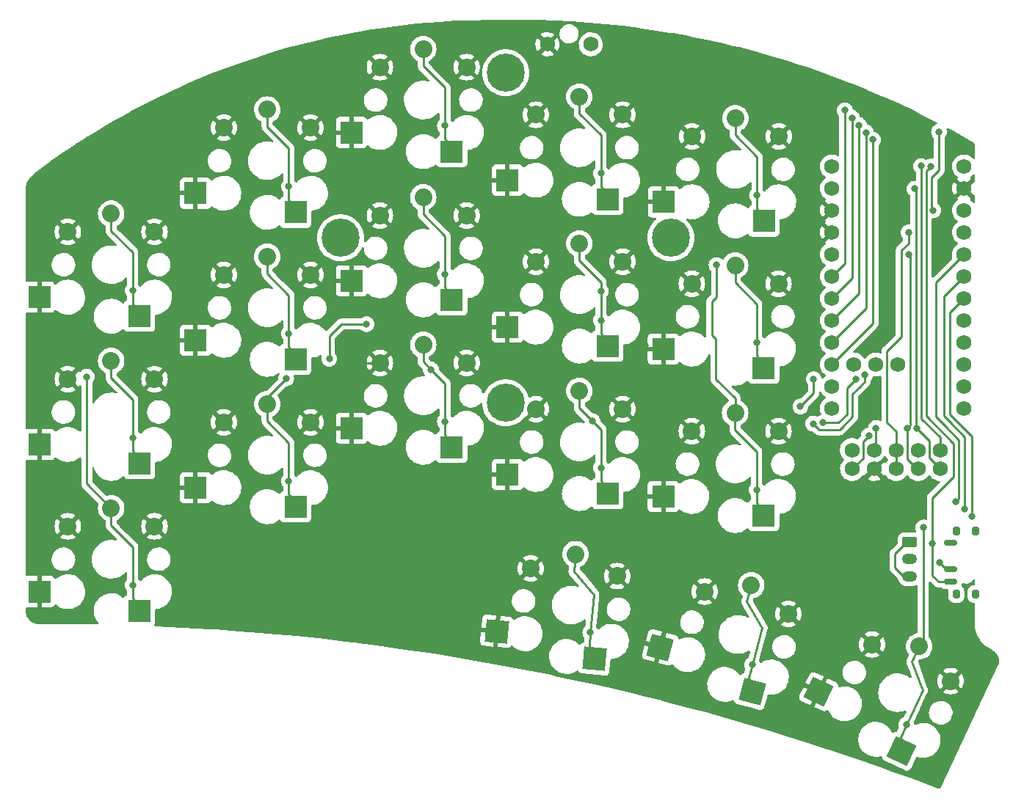
<source format=gbr>
%TF.GenerationSoftware,KiCad,Pcbnew,(6.0.0)*%
%TF.CreationDate,2022-10-21T08:50:00-07:00*%
%TF.ProjectId,half-swept,68616c66-2d73-4776-9570-742e6b696361,rev?*%
%TF.SameCoordinates,Original*%
%TF.FileFunction,Copper,L2,Bot*%
%TF.FilePolarity,Positive*%
%FSLAX46Y46*%
G04 Gerber Fmt 4.6, Leading zero omitted, Abs format (unit mm)*
G04 Created by KiCad (PCBNEW (6.0.0)) date 2022-10-21 08:50:00*
%MOMM*%
%LPD*%
G01*
G04 APERTURE LIST*
G04 Aperture macros list*
%AMRoundRect*
0 Rectangle with rounded corners*
0 $1 Rounding radius*
0 $2 $3 $4 $5 $6 $7 $8 $9 X,Y pos of 4 corners*
0 Add a 4 corners polygon primitive as box body*
4,1,4,$2,$3,$4,$5,$6,$7,$8,$9,$2,$3,0*
0 Add four circle primitives for the rounded corners*
1,1,$1+$1,$2,$3*
1,1,$1+$1,$4,$5*
1,1,$1+$1,$6,$7*
1,1,$1+$1,$8,$9*
0 Add four rect primitives between the rounded corners*
20,1,$1+$1,$2,$3,$4,$5,0*
20,1,$1+$1,$4,$5,$6,$7,0*
20,1,$1+$1,$6,$7,$8,$9,0*
20,1,$1+$1,$8,$9,$2,$3,0*%
%AMRotRect*
0 Rectangle, with rotation*
0 The origin of the aperture is its center*
0 $1 length*
0 $2 width*
0 $3 Rotation angle, in degrees counterclockwise*
0 Add horizontal line*
21,1,$1,$2,0,0,$3*%
G04 Aperture macros list end*
%TA.AperFunction,ComponentPad*%
%ADD10C,1.750000*%
%TD*%
%TA.AperFunction,SMDPad,CuDef*%
%ADD11R,2.600000X2.600000*%
%TD*%
%TA.AperFunction,ComponentPad*%
%ADD12C,2.032000*%
%TD*%
%TA.AperFunction,SMDPad,CuDef*%
%ADD13RotRect,2.600000X2.600000X155.000000*%
%TD*%
%TA.AperFunction,SMDPad,CuDef*%
%ADD14RotRect,2.600000X2.600000X165.000000*%
%TD*%
%TA.AperFunction,ComponentPad*%
%ADD15C,4.400000*%
%TD*%
%TA.AperFunction,ComponentPad*%
%ADD16C,1.752600*%
%TD*%
%TA.AperFunction,SMDPad,CuDef*%
%ADD17RotRect,2.600000X2.600000X175.000000*%
%TD*%
%TA.AperFunction,ComponentPad*%
%ADD18RoundRect,0.250000X-0.625000X0.350000X-0.625000X-0.350000X0.625000X-0.350000X0.625000X0.350000X0*%
%TD*%
%TA.AperFunction,ComponentPad*%
%ADD19O,1.750000X1.200000*%
%TD*%
%TA.AperFunction,SMDPad,CuDef*%
%ADD20RoundRect,0.200000X-0.200000X0.300000X-0.200000X-0.300000X0.200000X-0.300000X0.200000X0.300000X0*%
%TD*%
%TA.AperFunction,SMDPad,CuDef*%
%ADD21RoundRect,0.175000X-0.575000X0.175000X-0.575000X-0.175000X0.575000X-0.175000X0.575000X0.175000X0*%
%TD*%
%TA.AperFunction,ViaPad*%
%ADD22C,0.800000*%
%TD*%
%TA.AperFunction,Conductor*%
%ADD23C,0.250000*%
%TD*%
G04 APERTURE END LIST*
D10*
%TO.P,RSW1,1,1*%
%TO.N,gnd*%
X72951865Y-15867504D03*
%TO.P,RSW1,2,2*%
%TO.N,reset*%
X77951865Y-15867504D03*
%TD*%
D11*
%TO.P,SW2,1,1*%
%TO.N,Switch1*%
X25901865Y-47255002D03*
D12*
X22626865Y-35405002D03*
%TO.P,SW2,2,2*%
%TO.N,gnd*%
X17626865Y-37505002D03*
X27626865Y-37505002D03*
D11*
X14351865Y-45055002D03*
%TD*%
D12*
%TO.P,SW3,1,1*%
%TO.N,Switch2*%
X40626867Y-23405002D03*
D11*
X43901867Y-35255002D03*
%TO.P,SW3,2,2*%
%TO.N,gnd*%
X32351867Y-33055002D03*
D12*
X45626867Y-25505002D03*
X35626867Y-25505002D03*
%TD*%
D11*
%TO.P,SW4,1,1*%
%TO.N,Switch3*%
X61901864Y-28255002D03*
D12*
X58626864Y-16405002D03*
%TO.P,SW4,2,2*%
%TO.N,gnd*%
X63626864Y-18505002D03*
X53626864Y-18505002D03*
D11*
X50351864Y-26055002D03*
%TD*%
%TO.P,SW5,1,1*%
%TO.N,Switch4*%
X79901865Y-33755003D03*
D12*
X76626865Y-21905003D03*
D11*
%TO.P,SW5,2,2*%
%TO.N,gnd*%
X68351865Y-31555003D03*
D12*
X81626865Y-24005003D03*
X71626865Y-24005003D03*
%TD*%
%TO.P,SW6,1,1*%
%TO.N,Switch5*%
X94626863Y-24405002D03*
D11*
X97901863Y-36255002D03*
D12*
%TO.P,SW6,2,2*%
%TO.N,gnd*%
X89626863Y-26505002D03*
X99626863Y-26505002D03*
D11*
X86351863Y-34055002D03*
%TD*%
D12*
%TO.P,SW8,1,1*%
%TO.N,Switch6*%
X22626865Y-52405002D03*
D11*
X25901865Y-64255002D03*
%TO.P,SW8,2,2*%
%TO.N,gnd*%
X14351865Y-62055002D03*
D12*
X27626865Y-54505002D03*
X17626865Y-54505002D03*
%TD*%
D11*
%TO.P,SW9,1,1*%
%TO.N,Switch7*%
X43901867Y-52229002D03*
D12*
X40626867Y-40379002D03*
D11*
%TO.P,SW9,2,2*%
%TO.N,gnd*%
X32351867Y-50029002D03*
D12*
X35626867Y-42479002D03*
X45626867Y-42479002D03*
%TD*%
%TO.P,SW10,1,1*%
%TO.N,Switch8*%
X58626866Y-33521002D03*
D11*
X61901866Y-45371002D03*
%TO.P,SW10,2,2*%
%TO.N,gnd*%
X50351866Y-43171002D03*
D12*
X53626866Y-35621002D03*
X63626866Y-35621002D03*
%TD*%
%TO.P,SW11,1,1*%
%TO.N,Switch9*%
X76626867Y-38855005D03*
D11*
X79901867Y-50705005D03*
D12*
%TO.P,SW11,2,2*%
%TO.N,gnd*%
X81626867Y-40955005D03*
X71626867Y-40955005D03*
D11*
X68351867Y-48505005D03*
%TD*%
D12*
%TO.P,SW12,1,1*%
%TO.N,Switch10*%
X94606865Y-41395002D03*
D11*
X97881865Y-53245002D03*
%TO.P,SW12,2,2*%
%TO.N,gnd*%
X86331865Y-51045002D03*
D12*
X89606865Y-43495002D03*
X99606865Y-43495002D03*
%TD*%
D11*
%TO.P,SW14,1,1*%
%TO.N,Switch11*%
X25901865Y-81254999D03*
D12*
X22626865Y-69404999D03*
%TO.P,SW14,2,2*%
%TO.N,gnd*%
X17626865Y-71504999D03*
X27626865Y-71504999D03*
D11*
X14351865Y-79054999D03*
%TD*%
%TO.P,SW15,1,1*%
%TO.N,Switch12*%
X43901864Y-69247001D03*
D12*
X40626864Y-57397001D03*
D11*
%TO.P,SW15,2,2*%
%TO.N,gnd*%
X32351864Y-67047001D03*
D12*
X45626864Y-59497001D03*
X35626864Y-59497001D03*
%TD*%
D11*
%TO.P,SW16,1,1*%
%TO.N,Switch13*%
X61901863Y-62389003D03*
D12*
X58626863Y-50539003D03*
D11*
%TO.P,SW16,2,2*%
%TO.N,gnd*%
X50351863Y-60189003D03*
D12*
X53626863Y-52639003D03*
X63626863Y-52639003D03*
%TD*%
%TO.P,SW17,1,1*%
%TO.N,Switch14*%
X76626865Y-55873005D03*
D11*
X79901865Y-67723005D03*
D12*
%TO.P,SW17,2,2*%
%TO.N,gnd*%
X71626865Y-57973005D03*
D11*
X68351865Y-65523005D03*
D12*
X81626865Y-57973005D03*
%TD*%
D11*
%TO.P,SW18,1,1*%
%TO.N,Switch15*%
X97875519Y-70263002D03*
D12*
X94600519Y-58413002D03*
%TO.P,SW18,2,2*%
%TO.N,gnd*%
X89600519Y-60513002D03*
X99600519Y-60513002D03*
D11*
X86325519Y-68063002D03*
%TD*%
D13*
%TO.P,SW20,1,1*%
%TO.N,Switch16*%
X113780446Y-97481606D03*
D12*
X115820315Y-85357784D03*
D13*
%TO.P,SW20,2,2*%
%TO.N,gnd*%
X104242352Y-90606488D03*
D12*
X119464355Y-89374122D03*
X110401277Y-85147939D03*
%TD*%
D14*
%TO.P,SW21,1,1*%
%TO.N,Switch17*%
X96550297Y-90599894D03*
D12*
X96453895Y-78306041D03*
%TO.P,SW21,2,2*%
%TO.N,gnd*%
X91080746Y-79040390D03*
D14*
X85963255Y-85485497D03*
D12*
X100740005Y-81628580D03*
%TD*%
D15*
%TO.P,REF\u002A\u002A,1*%
%TO.N,N/C*%
X68126866Y-57255003D03*
X49076866Y-38205003D03*
X87176866Y-38205003D03*
X68126866Y-19155003D03*
%TD*%
D16*
%TO.P,U1,1,TX0/P0.06*%
%TO.N,nv_cs*%
X105756864Y-29971752D03*
%TO.P,U1,2,RX1/P0.08*%
%TO.N,mosi*%
X105756864Y-32511752D03*
%TO.P,U1,3,GND*%
%TO.N,gnd*%
X105756864Y-35051752D03*
%TO.P,U1,4,GND*%
X105756864Y-37591752D03*
%TO.P,U1,5,P0.17*%
%TO.N,sck*%
X105756864Y-40131752D03*
%TO.P,U1,6,P0.20*%
%TO.N,Switch1*%
X105756864Y-42671752D03*
%TO.P,U1,7,P0.22*%
%TO.N,Switch2*%
X105756864Y-45211752D03*
%TO.P,U1,8,P0.24*%
%TO.N,Switch3*%
X105756864Y-47751752D03*
%TO.P,U1,9,P1.00*%
%TO.N,Switch4*%
X105756864Y-50291752D03*
%TO.P,U1,10,P0.11*%
%TO.N,Switch5*%
X105756864Y-52831752D03*
%TO.P,U1,11,P1.04*%
%TO.N,Switch6*%
X105756864Y-55371752D03*
%TO.P,U1,12,P1.06*%
%TO.N,Switch7*%
X105756864Y-57911752D03*
%TO.P,U1,13,NFC1/P0.09*%
%TO.N,Switch11*%
X120996864Y-57911752D03*
%TO.P,U1,14,NFC2/P0.10*%
%TO.N,Switch12*%
X120996864Y-55371752D03*
%TO.P,U1,15,P1.11*%
%TO.N,Switch13*%
X120996864Y-52831752D03*
%TO.P,U1,16,P1.13*%
%TO.N,Switch14*%
X120996864Y-50291752D03*
%TO.P,U1,17,P1.15*%
%TO.N,Switch15*%
X120996864Y-47751752D03*
%TO.P,U1,18,AIN0/P0.02*%
%TO.N,Switch16*%
X120996864Y-45211752D03*
%TO.P,U1,19,AIN5/P0.29*%
%TO.N,Switch17*%
X120996864Y-42671752D03*
%TO.P,U1,20,AIN7/P0.31*%
%TO.N,Switch18*%
X120996864Y-40131752D03*
%TO.P,U1,21,VCC*%
%TO.N,vcc*%
X120996864Y-37591752D03*
%TO.P,U1,22,RST*%
%TO.N,reset*%
X120996864Y-35051752D03*
%TO.P,U1,23,GND*%
%TO.N,gnd*%
X120996864Y-32511752D03*
%TO.P,U1,24,BATIN/P0.04*%
%TO.N,raw*%
X120996864Y-29971752D03*
%TO.P,U1,31,P1.01*%
%TO.N,Switch8*%
X108296864Y-52831752D03*
%TO.P,U1,32,P1.02*%
%TO.N,Switch9*%
X110836864Y-52831752D03*
%TO.P,U1,33,P1.07*%
%TO.N,Switch10*%
X113376864Y-52831752D03*
%TD*%
D17*
%TO.P,SW1,1,1*%
%TO.N,Switch18*%
X78420825Y-86817794D03*
D12*
X76191083Y-74727451D03*
%TO.P,SW1,2,2*%
%TO.N,gnd*%
X80989029Y-77255239D03*
D17*
X67106519Y-83619516D03*
D12*
X71027082Y-76383681D03*
%TD*%
D18*
%TO.P,J1,1,Pin_1*%
%TO.N,GND*%
X114733066Y-73312291D03*
D19*
%TO.P,J1,2,Pin_2*%
%TO.N,Net-(J1-Pad2)*%
X114733066Y-75312291D03*
%TO.P,J1,3,Pin_3*%
%TO.N,GND*%
X114733066Y-77312291D03*
%TD*%
D16*
%TO.P,Display1,1,MOSI*%
%TO.N,mosi*%
X108073066Y-62702292D03*
%TO.P,Display1,2,SCK*%
%TO.N,sck*%
X110613066Y-62702292D03*
%TO.P,Display1,3,VCC*%
%TO.N,vcc*%
X113153066Y-62702292D03*
%TO.P,Display1,4,GND*%
%TO.N,gnd*%
X115693066Y-62702292D03*
%TO.P,Display1,5,CS*%
%TO.N,nv_cs*%
X118233066Y-62702292D03*
%TD*%
%TO.P,Display2,1,MOSI*%
%TO.N,mosi*%
X118253066Y-64882293D03*
%TO.P,Display2,2,SCK*%
%TO.N,sck*%
X115713066Y-64882293D03*
%TO.P,Display2,3,VCC*%
%TO.N,vcc*%
X113173066Y-64882293D03*
%TO.P,Display2,4,GND*%
%TO.N,gnd*%
X110633066Y-64882293D03*
%TO.P,Display2,5,CS*%
%TO.N,nv_cs*%
X108093066Y-64882293D03*
%TD*%
D20*
%TO.P,SW13,*%
%TO.N,*%
X122323066Y-72022292D03*
X122323066Y-79322292D03*
X120113066Y-72022292D03*
X120113066Y-79322292D03*
D21*
%TO.P,SW13,1,A*%
%TO.N,unconnected-(SW13-Pad1)*%
X119463066Y-73422292D03*
%TO.P,SW13,2,B*%
%TO.N,Net-(J1-Pad2)*%
X119463066Y-76422292D03*
%TO.P,SW13,3,C*%
%TO.N,raw*%
X119463066Y-77922292D03*
%TD*%
D22*
%TO.N,gnd*%
X49140000Y-52160000D03*
X102180000Y-53380000D03*
X84210000Y-50670000D03*
%TO.N,vcc*%
X114582928Y-37592060D03*
%TO.N,Switch18*%
X77896934Y-83763396D03*
X120082928Y-68632060D03*
%TO.N,reset*%
X117443066Y-35032291D03*
X118113067Y-25972291D03*
%TO.N,Switch1*%
X107252928Y-23482060D03*
X25119267Y-44279580D03*
%TO.N,Switch2*%
X43119268Y-32269579D03*
X108092929Y-24362060D03*
%TO.N,Switch3*%
X61123066Y-25272293D03*
X108882928Y-25202061D03*
%TO.N,Switch4*%
X79118278Y-30768056D03*
X109692929Y-26042060D03*
%TO.N,Switch5*%
X97118416Y-33268709D03*
X110482928Y-26882060D03*
%TO.N,Switch6*%
X25119269Y-61269580D03*
%TO.N,Switch7*%
X43118851Y-49238570D03*
%TO.N,Switch8*%
X61119268Y-42389580D03*
%TO.N,Switch9*%
X79119254Y-44365734D03*
X79119254Y-47719574D03*
%TO.N,Switch10*%
X97097529Y-50258044D03*
%TO.N,Switch11*%
X25119268Y-78279582D03*
X19802928Y-54232060D03*
X52072928Y-48172060D03*
X47782928Y-52162061D03*
%TO.N,Switch12*%
X42812929Y-54442060D03*
X102132928Y-57672060D03*
X43119083Y-66269403D03*
X103652928Y-54532061D03*
%TO.N,Switch13*%
X104752929Y-59552061D03*
X59504796Y-53390193D03*
X61120574Y-59405974D03*
X108542928Y-54532060D03*
%TO.N,Switch14*%
X79119267Y-64739580D03*
X109582929Y-54052061D03*
X103582928Y-59662060D03*
X78152338Y-59372650D03*
%TO.N,Switch15*%
X97088438Y-67279342D03*
X92452928Y-41342061D03*
%TO.N,Switch16*%
X116302928Y-71642061D03*
X114337915Y-94423725D03*
X121922928Y-70362060D03*
%TO.N,Switch17*%
X96569190Y-87493502D03*
X121082928Y-69512061D03*
%TO.N,raw*%
X117353065Y-73462292D03*
X117183065Y-29972292D03*
%TO.N,mosi*%
X115533066Y-60172293D03*
X115283066Y-32552290D03*
%TO.N,sck*%
X110836863Y-60168494D03*
X114423066Y-60182291D03*
X114663066Y-40132291D03*
%TO.N,nv_cs*%
X110033064Y-61032291D03*
X116063066Y-29912291D03*
%TO.N,Net-(J1-Pad2)*%
X118193066Y-75682292D03*
%TD*%
D23*
%TO.N,gnd*%
X102190000Y-53370000D02*
X102180000Y-53380000D01*
X102190000Y-46078137D02*
X102190000Y-51940000D01*
X49619003Y-52639003D02*
X49140000Y-52160000D01*
X84585002Y-51045002D02*
X84210000Y-50670000D01*
X86331865Y-51045002D02*
X84585002Y-51045002D01*
X99606865Y-43495002D02*
X102190000Y-46078137D01*
X53626863Y-52639003D02*
X49619003Y-52639003D01*
X102190000Y-51940000D02*
X102190000Y-53370000D01*
%TO.N,vcc*%
X112112928Y-51302060D02*
X112112928Y-59532060D01*
X113153066Y-64862291D02*
X113173065Y-64882291D01*
X113153067Y-60572199D02*
X113153067Y-62702292D01*
X113762928Y-39652060D02*
X113762928Y-49652059D01*
X112112928Y-59532060D02*
X113153067Y-60572199D01*
X114582929Y-38832060D02*
X113762928Y-39652060D01*
X114582928Y-37592060D02*
X114582929Y-38832060D01*
X113762928Y-49652059D02*
X112112928Y-51302060D01*
X113153067Y-62702291D02*
X113153066Y-64862291D01*
%TO.N,Switch18*%
X117742928Y-58882060D02*
X118842928Y-59982059D01*
X117742929Y-43385688D02*
X117742928Y-46872061D01*
X76011275Y-76675878D02*
X76183065Y-74712292D01*
X77896934Y-83763396D02*
X78280419Y-79380140D01*
X117742928Y-46872061D02*
X117742928Y-58882060D01*
X118842928Y-59982059D02*
X120422929Y-61562060D01*
X120422928Y-68292061D02*
X120082928Y-68632060D01*
X120422929Y-61562060D02*
X120422928Y-63602061D01*
X78280419Y-79380140D02*
X76011275Y-76675878D01*
X78412808Y-86802634D02*
X78466314Y-86191057D01*
X120996864Y-40131753D02*
X117742929Y-43385688D01*
X78466314Y-86191057D02*
X77758356Y-85347347D01*
X120422928Y-63602061D02*
X120422928Y-68292061D01*
X77758356Y-85347347D02*
X77896934Y-83763396D01*
%TO.N,reset*%
X117253067Y-34842292D02*
X117253067Y-33532291D01*
X117253067Y-33532291D02*
X117253066Y-31252291D01*
X117443066Y-35032291D02*
X117253067Y-34842292D01*
X118113065Y-30392292D02*
X118113067Y-25972291D01*
X118003066Y-30502291D02*
X118113065Y-30392292D01*
X117253066Y-31252291D02*
X118003066Y-30502291D01*
%TO.N,Switch1*%
X25898064Y-46648378D02*
X25119268Y-45869581D01*
X25898067Y-47262290D02*
X25898064Y-46648378D01*
X22623066Y-37383380D02*
X22623065Y-35412291D01*
X107252928Y-41175688D02*
X107252928Y-23482060D01*
X105756865Y-42671752D02*
X107252928Y-41175688D01*
X25119269Y-39879581D02*
X22623066Y-37383380D01*
X25119268Y-45869581D02*
X25119267Y-44279580D01*
X25119267Y-44279580D02*
X25119269Y-39879581D01*
%TO.N,Switch2*%
X43898065Y-35252290D02*
X43898067Y-34638379D01*
X43898067Y-34638379D02*
X43119269Y-33859582D01*
X43119268Y-32269579D02*
X43119269Y-27869581D01*
X105756864Y-45211752D02*
X108092928Y-42875688D01*
X43119269Y-27869581D02*
X40623065Y-25373380D01*
X40623065Y-25373380D02*
X40623066Y-23402292D01*
X43119269Y-33859582D02*
X43119268Y-32269579D01*
X108092928Y-42875688D02*
X108092929Y-24362060D01*
%TO.N,Switch3*%
X61901864Y-27641087D02*
X61123066Y-26862292D01*
X61123067Y-20872291D02*
X58626864Y-18376090D01*
X61901865Y-28255002D02*
X61901864Y-27641087D01*
X105756864Y-47751753D02*
X108882928Y-44625689D01*
X61123066Y-25272293D02*
X61123067Y-20872291D01*
X61123066Y-26862292D02*
X61123066Y-25272293D01*
X58626864Y-18376090D02*
X58626864Y-16405002D01*
X108882928Y-44625689D02*
X108882928Y-25202061D01*
%TO.N,Switch4*%
X79118279Y-26368057D02*
X76622078Y-23871856D01*
X109692928Y-46355688D02*
X109692929Y-26042060D01*
X105756864Y-50291752D02*
X109692928Y-46355688D01*
X79897077Y-33750768D02*
X79897076Y-33136856D01*
X79897076Y-33136856D02*
X79118279Y-32358056D01*
X79118278Y-30768056D02*
X79118279Y-26368057D01*
X79118279Y-32358056D02*
X79118278Y-30768056D01*
X76622078Y-23871856D02*
X76622078Y-21900768D01*
%TO.N,Switch5*%
X97118416Y-33268709D02*
X97118418Y-28868709D01*
X97897216Y-35637507D02*
X97118417Y-34858710D01*
X97897215Y-36251421D02*
X97897216Y-35637507D01*
X94622215Y-26372507D02*
X94622215Y-24401420D01*
X97118417Y-34858710D02*
X97118416Y-33268709D01*
X97118418Y-28868709D02*
X94622215Y-26372507D01*
X105756864Y-52831753D02*
X110482929Y-48105688D01*
X110482929Y-48105688D02*
X110482928Y-26882060D01*
%TO.N,Switch6*%
X22623067Y-54373378D02*
X22623066Y-52402292D01*
X25119269Y-62859579D02*
X25119269Y-61269580D01*
X25898066Y-63638379D02*
X25119269Y-62859579D01*
X25898065Y-64252290D02*
X25898066Y-63638379D01*
X25119269Y-61269580D02*
X25119268Y-56869581D01*
X25119268Y-56869581D02*
X22623067Y-54373378D01*
%TO.N,Switch7*%
X43897649Y-51607370D02*
X43118851Y-50828571D01*
X43118852Y-44838571D02*
X40622650Y-42342370D01*
X40622650Y-42342370D02*
X40622650Y-40371282D01*
X43118851Y-49238570D02*
X43118852Y-44838571D01*
X43897650Y-52221283D02*
X43897649Y-51607370D01*
X43118851Y-50828571D02*
X43118851Y-49238570D01*
%TO.N,Switch8*%
X61898065Y-44758379D02*
X61119267Y-43979580D01*
X58623066Y-35493378D02*
X58623066Y-33522291D01*
X61119268Y-42389580D02*
X61119268Y-37989580D01*
X61119268Y-37989580D02*
X58623066Y-35493378D01*
X61898067Y-45372292D02*
X61898065Y-44758379D01*
X61119267Y-43979580D02*
X61119268Y-42389580D01*
%TO.N,Switch9*%
X76623051Y-40823370D02*
X76623052Y-38852285D01*
X79898052Y-50088371D02*
X79119253Y-49309573D01*
X79119254Y-47719574D02*
X79119254Y-44365734D01*
X79898053Y-50702286D02*
X79898052Y-50088371D01*
X79119253Y-49309573D02*
X79119254Y-47719574D01*
X79119254Y-44365734D02*
X79119254Y-43319573D01*
X79119254Y-43319573D02*
X76623051Y-40823370D01*
%TO.N,Switch10*%
X97097530Y-45858046D02*
X94601327Y-43361842D01*
X97097529Y-50258044D02*
X97097530Y-45858046D01*
X97876328Y-53240755D02*
X97876328Y-52626842D01*
X97097531Y-51848044D02*
X97097529Y-50258044D01*
X94601327Y-43361842D02*
X94601328Y-41390754D01*
X97876328Y-52626842D02*
X97097531Y-51848044D01*
%TO.N,Switch11*%
X22623065Y-71383379D02*
X22623065Y-69412291D01*
X25119268Y-73879580D02*
X22623065Y-71383379D01*
X48312929Y-49032061D02*
X47782928Y-49562060D01*
X25119268Y-78279582D02*
X25119268Y-73879580D01*
X25119268Y-79869581D02*
X25119268Y-78279582D01*
X22626866Y-69405000D02*
X19802928Y-66581063D01*
X19802928Y-66581063D02*
X19802928Y-54232060D01*
X49172928Y-48172060D02*
X48312929Y-49032061D01*
X52072928Y-48172060D02*
X49172928Y-48172060D01*
X25898067Y-81262291D02*
X25898067Y-80648379D01*
X25898067Y-80648379D02*
X25119268Y-79869581D01*
X47782928Y-49562060D02*
X47782928Y-52162061D01*
%TO.N,Switch12*%
X40626864Y-56628125D02*
X40626864Y-57397001D01*
X103652928Y-56152060D02*
X102132928Y-57672060D01*
X42812929Y-54442060D02*
X40626864Y-56628125D01*
X40622882Y-59373200D02*
X40622883Y-57402114D01*
X43119082Y-61869403D02*
X40622882Y-59373200D01*
X43119083Y-66269403D02*
X43119082Y-61869403D01*
X43119085Y-67859401D02*
X43119083Y-66269403D01*
X43897881Y-68638200D02*
X43119085Y-67859401D01*
X43897882Y-69252113D02*
X43897881Y-68638200D01*
X103652928Y-54532061D02*
X103652928Y-56152060D01*
%TO.N,Switch13*%
X58624372Y-52509772D02*
X58624373Y-50538685D01*
X61120574Y-60995972D02*
X61120574Y-59405974D01*
X108542928Y-54532060D02*
X107502929Y-55572060D01*
X107502929Y-55572060D02*
X107502929Y-58552060D01*
X61120575Y-55005972D02*
X59504796Y-53390193D01*
X61899372Y-62388682D02*
X61899373Y-61774769D01*
X61899373Y-61774769D02*
X61120574Y-60995972D01*
X61120574Y-59405974D02*
X61120575Y-55005972D01*
X107502929Y-58552060D02*
X106502929Y-59552060D01*
X59504796Y-53390193D02*
X58624372Y-52509772D01*
X106502929Y-59552060D02*
X104752929Y-59552061D01*
%TO.N,Switch14*%
X79898067Y-67108379D02*
X79119269Y-66329582D01*
X79119267Y-64739580D02*
X79119269Y-60339582D01*
X79898067Y-67722291D02*
X79898067Y-67108379D01*
X109582929Y-54052061D02*
X109582929Y-54802060D01*
X76623066Y-57843380D02*
X76623065Y-55872292D01*
X79119269Y-60339582D02*
X78152338Y-59372650D01*
X109022929Y-55362061D02*
X108132928Y-56252061D01*
X78152338Y-59372650D02*
X76623066Y-57843380D01*
X104292928Y-60372060D02*
X103582928Y-59662060D01*
X108132928Y-57522060D02*
X108132928Y-58882061D01*
X79119269Y-66329582D02*
X79119267Y-64739580D01*
X109582929Y-54802060D02*
X109022929Y-55362061D01*
X108132928Y-56252061D02*
X108132928Y-57522060D01*
X106642928Y-60372060D02*
X104482928Y-60372060D01*
X108132928Y-58882061D02*
X107022929Y-59992061D01*
X107022929Y-59992061D02*
X106642928Y-60372060D01*
X104482928Y-60372060D02*
X104292928Y-60372060D01*
%TO.N,Switch15*%
X91912928Y-49452060D02*
X92372928Y-49912060D01*
X94600519Y-56729652D02*
X94600520Y-58413003D01*
X92372928Y-49912060D02*
X92372928Y-54502060D01*
X94592236Y-60383141D02*
X94592234Y-58412054D01*
X97867235Y-70262053D02*
X97867235Y-69648141D01*
X97088438Y-67279342D02*
X97088438Y-62879342D01*
X97088438Y-62879342D02*
X94592236Y-60383141D01*
X91912928Y-45582060D02*
X91912928Y-49452060D01*
X97867235Y-69648141D02*
X97088436Y-68869341D01*
X92372928Y-54502060D02*
X94600519Y-56729652D01*
X97088436Y-68869341D02*
X97088438Y-67279342D01*
X92452928Y-41342061D02*
X92452929Y-45042060D01*
X92452929Y-45042060D02*
X91912928Y-45582060D01*
%TO.N,Switch16*%
X120482928Y-59682059D02*
X121922928Y-61122060D01*
X113665952Y-95864754D02*
X114337915Y-94423725D01*
X113783197Y-97456113D02*
X114042648Y-96899719D01*
X119362929Y-49202060D02*
X119362928Y-58562060D01*
X116197435Y-90435971D02*
X114990048Y-87118703D01*
X114042648Y-96899719D02*
X113665952Y-95864754D01*
X119362928Y-58562060D02*
X120482928Y-59682059D01*
X114337915Y-94423725D02*
X116197435Y-90435971D01*
X119362928Y-46845688D02*
X119362929Y-49202060D01*
X121922928Y-61122060D02*
X121922928Y-70362060D01*
X116302928Y-84875172D02*
X115820315Y-85357784D01*
X114990048Y-87118703D02*
X115823067Y-85332291D01*
X116302928Y-71642061D02*
X116302928Y-84875172D01*
X120996864Y-45211753D02*
X119362928Y-46845688D01*
%TO.N,Switch17*%
X96708361Y-89983152D02*
X96157665Y-89029322D01*
X118672929Y-58792061D02*
X119332928Y-59452060D01*
X95942911Y-80186215D02*
X96453066Y-78282292D01*
X118672928Y-47822060D02*
X118672929Y-58792061D01*
X96549468Y-90576145D02*
X96708361Y-89983152D01*
X118672929Y-44995688D02*
X118672928Y-47822060D01*
X120996864Y-42671752D02*
X118672929Y-44995688D01*
X97707991Y-83243425D02*
X95942911Y-80186215D01*
X96157665Y-89029322D02*
X96569190Y-87493502D01*
X121082928Y-61202060D02*
X121082928Y-69512061D01*
X119332928Y-59452060D02*
X121082928Y-61202060D01*
X96569190Y-87493502D02*
X97707991Y-83243425D01*
%TO.N,raw*%
X116633066Y-58782293D02*
X116633067Y-30522291D01*
X117353065Y-73462292D02*
X117353066Y-77222292D01*
X117353066Y-68211922D02*
X119793065Y-65771923D01*
X119793065Y-65771923D02*
X119793065Y-61942291D01*
X117353065Y-73462292D02*
X117353066Y-68211922D01*
X117353066Y-77222292D02*
X118053066Y-77922290D01*
X119793065Y-61942291D02*
X116633066Y-58782293D01*
X116633067Y-30522291D02*
X117183065Y-29972292D01*
X118053066Y-77922290D02*
X119463066Y-77922291D01*
%TO.N,mosi*%
X115533066Y-60172293D02*
X116963066Y-61602291D01*
X118253066Y-64882292D02*
X116963065Y-63592292D01*
X115303065Y-32552291D02*
X115443066Y-32692292D01*
X116963066Y-61602291D02*
X116963065Y-63592292D01*
X115443066Y-32692292D02*
X115443065Y-60082291D01*
X115443065Y-60082291D02*
X115533066Y-60172293D01*
X115283066Y-32552290D02*
X115303065Y-32552291D01*
%TO.N,sck*%
X114783065Y-59822291D02*
X114423066Y-60182291D01*
X110836864Y-62478493D02*
X110613065Y-62702291D01*
X115543066Y-64882291D02*
X114703066Y-64042291D01*
X114433066Y-60192291D02*
X114423066Y-60182291D01*
X115713067Y-64882293D02*
X115543066Y-64882291D01*
X114783066Y-40252291D02*
X114783065Y-59822291D01*
X114663066Y-40132291D02*
X114783066Y-40252291D01*
X114433065Y-62852291D02*
X114433066Y-60192291D01*
X114433066Y-63772293D02*
X114433065Y-62852291D01*
X110836863Y-60168494D02*
X110836864Y-62478493D01*
X114703066Y-64042291D02*
X114433066Y-63772293D01*
%TO.N,nv_cs*%
X116063066Y-29912291D02*
X116063067Y-59072291D01*
X109343065Y-61722292D02*
X110033064Y-61032291D01*
X109343067Y-63632291D02*
X109343065Y-61722292D01*
X108093065Y-64882291D02*
X109343067Y-63632291D01*
X116063067Y-59072291D02*
X118233065Y-61242291D01*
X118233065Y-61242291D02*
X118233066Y-62702292D01*
%TO.N,GND*%
X113040000Y-74670000D02*
X114397709Y-73312291D01*
X114397709Y-73312291D02*
X114733066Y-73312291D01*
X114042291Y-77312291D02*
X113040000Y-76310000D01*
X113040000Y-76310000D02*
X113040000Y-74670000D01*
X114733066Y-77312291D02*
X114042291Y-77312291D01*
%TO.N,Net-(J1-Pad2)*%
X119463065Y-76422292D02*
X118933065Y-76422292D01*
X118933065Y-76422292D02*
X118193066Y-75682292D01*
%TD*%
%TA.AperFunction,Conductor*%
%TO.N,gnd*%
G36*
X69892815Y-13058371D02*
G01*
X70811782Y-13069876D01*
X71847161Y-13082839D01*
X71849517Y-13082890D01*
X73803163Y-13143899D01*
X73805517Y-13143995D01*
X75757668Y-13241524D01*
X75759935Y-13241659D01*
X77709908Y-13375673D01*
X77712189Y-13375850D01*
X79659381Y-13546307D01*
X79661624Y-13546524D01*
X81605336Y-13753367D01*
X81607609Y-13753631D01*
X82851381Y-13909559D01*
X83546973Y-13996763D01*
X83549308Y-13997078D01*
X83786782Y-14031371D01*
X85483809Y-14276435D01*
X85486044Y-14276779D01*
X87016250Y-14527045D01*
X87415025Y-14592265D01*
X87417347Y-14592667D01*
X89340021Y-14944155D01*
X89342334Y-14944600D01*
X89826308Y-15042462D01*
X91258152Y-15331988D01*
X91260436Y-15332473D01*
X93168665Y-15755613D01*
X93170896Y-15756130D01*
X94410669Y-16055471D01*
X95070844Y-16214869D01*
X95073129Y-16215443D01*
X96964184Y-16709634D01*
X96966458Y-16710251D01*
X98847907Y-17239703D01*
X98850169Y-17240362D01*
X100721451Y-17804923D01*
X100723700Y-17805625D01*
X101841799Y-18165894D01*
X102525049Y-18386048D01*
X102584003Y-18405044D01*
X102586226Y-18405783D01*
X104435168Y-19039942D01*
X104437322Y-19040705D01*
X106273931Y-19709271D01*
X106276135Y-19710096D01*
X108003652Y-20375789D01*
X108099983Y-20412910D01*
X108102169Y-20413776D01*
X109827316Y-21115879D01*
X109912548Y-21150567D01*
X109914710Y-21151471D01*
X111678372Y-21907991D01*
X111710977Y-21921977D01*
X111713117Y-21922919D01*
X113494675Y-22726883D01*
X113496760Y-22727847D01*
X115263051Y-23565020D01*
X115265104Y-23566017D01*
X116158152Y-24009933D01*
X117015343Y-24436026D01*
X117017443Y-24437094D01*
X117852479Y-24871832D01*
X117903665Y-24921031D01*
X117920126Y-24990093D01*
X117896637Y-25057091D01*
X117840654Y-25100754D01*
X117836282Y-25102327D01*
X117830779Y-25103497D01*
X117824752Y-25106180D01*
X117824753Y-25106180D01*
X117662345Y-25178488D01*
X117662343Y-25178489D01*
X117656315Y-25181173D01*
X117501814Y-25293425D01*
X117497393Y-25298335D01*
X117497392Y-25298336D01*
X117490066Y-25306473D01*
X117374027Y-25435347D01*
X117329729Y-25512074D01*
X117286934Y-25586197D01*
X117278540Y-25600735D01*
X117219525Y-25782363D01*
X117218835Y-25788924D01*
X117218835Y-25788926D01*
X117208664Y-25885695D01*
X117199563Y-25972291D01*
X117200253Y-25978856D01*
X117216792Y-26136212D01*
X117219525Y-26162219D01*
X117278540Y-26343847D01*
X117281843Y-26349569D01*
X117281844Y-26349570D01*
X117290641Y-26364807D01*
X117374027Y-26509235D01*
X117447204Y-26590506D01*
X117477920Y-26654512D01*
X117479567Y-26674815D01*
X117479566Y-28950921D01*
X117459564Y-29019042D01*
X117405908Y-29065535D01*
X117335634Y-29075638D01*
X117327370Y-29074168D01*
X117285011Y-29065165D01*
X117285012Y-29065165D01*
X117278552Y-29063792D01*
X117087578Y-29063792D01*
X117081126Y-29065164D01*
X117081121Y-29065164D01*
X116994177Y-29083645D01*
X116900777Y-29103498D01*
X116894747Y-29106183D01*
X116894746Y-29106183D01*
X116764139Y-29164333D01*
X116726313Y-29181174D01*
X116726306Y-29181159D01*
X116659753Y-29197307D01*
X116591682Y-29173385D01*
X116525161Y-29125054D01*
X116525155Y-29125050D01*
X116519818Y-29121173D01*
X116513788Y-29118488D01*
X116351385Y-29046182D01*
X116351384Y-29046182D01*
X116345354Y-29043497D01*
X116222235Y-29017327D01*
X116165010Y-29005163D01*
X116165005Y-29005163D01*
X116158553Y-29003791D01*
X115967579Y-29003791D01*
X115961127Y-29005163D01*
X115961122Y-29005163D01*
X115903897Y-29017327D01*
X115780778Y-29043497D01*
X115774748Y-29046182D01*
X115774747Y-29046182D01*
X115612344Y-29118488D01*
X115612342Y-29118489D01*
X115606314Y-29121173D01*
X115600973Y-29125053D01*
X115600972Y-29125054D01*
X115566274Y-29150264D01*
X115451813Y-29233425D01*
X115447392Y-29238335D01*
X115447391Y-29238336D01*
X115337247Y-29360664D01*
X115324026Y-29375347D01*
X115320725Y-29381065D01*
X115258515Y-29488816D01*
X115228539Y-29540735D01*
X115169524Y-29722363D01*
X115168834Y-29728924D01*
X115168834Y-29728926D01*
X115161369Y-29799949D01*
X115149562Y-29912291D01*
X115150252Y-29918856D01*
X115166115Y-30069780D01*
X115169524Y-30102219D01*
X115228539Y-30283847D01*
X115231842Y-30289569D01*
X115231843Y-30289570D01*
X115246772Y-30315427D01*
X115324026Y-30449235D01*
X115397203Y-30530506D01*
X115427919Y-30594512D01*
X115429566Y-30614815D01*
X115429566Y-31517790D01*
X115409564Y-31585911D01*
X115355908Y-31632404D01*
X115303566Y-31643790D01*
X115187579Y-31643790D01*
X115181127Y-31645162D01*
X115181122Y-31645162D01*
X115099443Y-31662524D01*
X115000778Y-31683496D01*
X114994748Y-31686181D01*
X114994747Y-31686181D01*
X114832344Y-31758487D01*
X114832342Y-31758488D01*
X114826314Y-31761172D01*
X114820973Y-31765052D01*
X114820972Y-31765053D01*
X114798708Y-31781229D01*
X114671813Y-31873424D01*
X114667392Y-31878334D01*
X114667391Y-31878335D01*
X114549047Y-32009770D01*
X114544026Y-32015346D01*
X114503821Y-32084983D01*
X114453060Y-32172904D01*
X114448539Y-32180734D01*
X114389524Y-32362362D01*
X114388834Y-32368923D01*
X114388834Y-32368925D01*
X114373277Y-32516948D01*
X114369562Y-32552290D01*
X114370252Y-32558855D01*
X114386151Y-32710122D01*
X114389524Y-32742218D01*
X114448539Y-32923846D01*
X114544026Y-33089234D01*
X114548444Y-33094141D01*
X114548445Y-33094142D01*
X114626701Y-33181054D01*
X114671813Y-33231156D01*
X114714409Y-33262104D01*
X114757627Y-33293504D01*
X114800981Y-33349727D01*
X114809566Y-33395440D01*
X114809566Y-36558101D01*
X114789564Y-36626222D01*
X114735908Y-36672715D01*
X114678415Y-36682104D01*
X114678415Y-36683560D01*
X114487441Y-36683560D01*
X114480989Y-36684932D01*
X114480984Y-36684932D01*
X114394459Y-36703324D01*
X114300640Y-36723266D01*
X114294610Y-36725951D01*
X114294609Y-36725951D01*
X114132206Y-36798257D01*
X114132204Y-36798258D01*
X114126176Y-36800942D01*
X113971675Y-36913194D01*
X113967254Y-36918104D01*
X113967253Y-36918105D01*
X113862435Y-37034518D01*
X113843888Y-37055116D01*
X113798933Y-37132980D01*
X113759064Y-37202036D01*
X113748401Y-37220504D01*
X113689386Y-37402132D01*
X113688696Y-37408693D01*
X113688696Y-37408695D01*
X113678814Y-37502722D01*
X113669424Y-37592060D01*
X113670114Y-37598625D01*
X113688625Y-37774743D01*
X113689386Y-37781988D01*
X113748401Y-37963616D01*
X113751704Y-37969338D01*
X113751705Y-37969339D01*
X113813397Y-38076192D01*
X113843888Y-38129004D01*
X113848306Y-38133911D01*
X113848307Y-38133912D01*
X113917065Y-38210275D01*
X113947782Y-38274283D01*
X113949429Y-38294586D01*
X113949429Y-38517465D01*
X113929427Y-38585586D01*
X113912524Y-38606561D01*
X113641065Y-38878019D01*
X113370675Y-39148409D01*
X113362390Y-39155948D01*
X113355910Y-39160060D01*
X113350485Y-39165837D01*
X113309269Y-39209728D01*
X113306514Y-39212570D01*
X113286794Y-39232290D01*
X113284372Y-39235413D01*
X113284321Y-39235479D01*
X113276610Y-39244507D01*
X113246342Y-39276739D01*
X113242265Y-39284155D01*
X113236582Y-39294492D01*
X113225729Y-39311015D01*
X113213315Y-39327019D01*
X113195752Y-39367603D01*
X113190545Y-39378233D01*
X113169233Y-39417000D01*
X113167262Y-39424677D01*
X113167260Y-39424682D01*
X113164196Y-39436618D01*
X113157791Y-39455326D01*
X113149747Y-39473915D01*
X113148507Y-39481743D01*
X113148505Y-39481750D01*
X113142829Y-39517584D01*
X113140423Y-39529204D01*
X113135255Y-39549334D01*
X113129428Y-39572030D01*
X113129428Y-39592284D01*
X113127877Y-39611994D01*
X113124708Y-39632003D01*
X113125454Y-39639895D01*
X113128869Y-39676021D01*
X113129428Y-39687879D01*
X113129428Y-49337464D01*
X113109426Y-49405585D01*
X113092523Y-49426559D01*
X111720675Y-50798408D01*
X111712389Y-50805948D01*
X111705910Y-50810060D01*
X111700485Y-50815837D01*
X111659285Y-50859711D01*
X111656530Y-50862553D01*
X111636793Y-50882290D01*
X111634313Y-50885487D01*
X111626610Y-50894507D01*
X111596342Y-50926739D01*
X111592523Y-50933685D01*
X111592521Y-50933688D01*
X111586580Y-50944494D01*
X111575729Y-50961013D01*
X111563314Y-50977019D01*
X111560169Y-50984288D01*
X111560166Y-50984292D01*
X111545754Y-51017597D01*
X111540537Y-51028247D01*
X111519233Y-51067000D01*
X111517262Y-51074675D01*
X111517262Y-51074676D01*
X111514195Y-51086622D01*
X111507791Y-51105326D01*
X111507097Y-51106931D01*
X111499747Y-51123915D01*
X111498508Y-51131738D01*
X111498505Y-51131748D01*
X111492829Y-51167584D01*
X111490423Y-51179204D01*
X111486113Y-51195992D01*
X111479428Y-51222030D01*
X111479428Y-51242284D01*
X111477877Y-51261994D01*
X111474708Y-51282003D01*
X111475454Y-51289895D01*
X111478869Y-51326021D01*
X111479428Y-51337879D01*
X111479428Y-51411868D01*
X111459426Y-51479989D01*
X111405770Y-51526482D01*
X111335496Y-51536586D01*
X111311368Y-51530641D01*
X111196693Y-51490032D01*
X111196689Y-51490031D01*
X111191818Y-51488306D01*
X111186725Y-51487399D01*
X111186722Y-51487398D01*
X110972721Y-51449279D01*
X110972715Y-51449278D01*
X110967632Y-51448373D01*
X110879892Y-51447301D01*
X110745103Y-51445654D01*
X110745101Y-51445654D01*
X110739934Y-51445591D01*
X110514840Y-51480035D01*
X110298393Y-51550781D01*
X110293801Y-51553171D01*
X110293802Y-51553171D01*
X110128967Y-51638979D01*
X110096408Y-51655928D01*
X110092275Y-51659031D01*
X110092272Y-51659033D01*
X109918443Y-51789547D01*
X109914308Y-51792652D01*
X109910736Y-51796390D01*
X109765995Y-51947853D01*
X109756984Y-51957282D01*
X109708490Y-52028372D01*
X109670648Y-52083846D01*
X109615737Y-52128848D01*
X109545212Y-52137019D01*
X109481465Y-52105765D01*
X109460768Y-52081281D01*
X109400595Y-51988267D01*
X109400593Y-51988264D01*
X109397787Y-51983927D01*
X109244532Y-51815502D01*
X109065827Y-51674370D01*
X108866471Y-51564319D01*
X108707158Y-51507903D01*
X108656693Y-51490032D01*
X108656689Y-51490031D01*
X108651818Y-51488306D01*
X108646725Y-51487399D01*
X108646722Y-51487398D01*
X108432721Y-51449279D01*
X108432715Y-51449278D01*
X108427632Y-51448373D01*
X108339861Y-51447301D01*
X108271991Y-51426468D01*
X108226157Y-51372249D01*
X108216912Y-51301857D01*
X108247191Y-51237641D01*
X108252306Y-51232215D01*
X110875176Y-48609345D01*
X110883466Y-48601801D01*
X110889947Y-48597688D01*
X110908569Y-48577858D01*
X110936587Y-48548021D01*
X110939342Y-48545179D01*
X110959063Y-48525458D01*
X110961541Y-48522263D01*
X110969247Y-48513241D01*
X110986773Y-48494578D01*
X110999515Y-48481009D01*
X111009275Y-48463256D01*
X111020128Y-48446733D01*
X111027682Y-48436994D01*
X111032542Y-48430729D01*
X111050105Y-48390145D01*
X111055312Y-48379515D01*
X111076624Y-48340748D01*
X111078595Y-48333071D01*
X111078597Y-48333066D01*
X111081661Y-48321130D01*
X111088067Y-48302418D01*
X111089571Y-48298944D01*
X111096110Y-48283833D01*
X111097350Y-48276005D01*
X111097352Y-48275998D01*
X111103028Y-48240164D01*
X111105434Y-48228544D01*
X111114457Y-48193399D01*
X111114457Y-48193398D01*
X111116429Y-48185718D01*
X111116429Y-48165464D01*
X111117980Y-48145753D01*
X111119909Y-48133574D01*
X111121149Y-48125745D01*
X111116988Y-48081726D01*
X111116429Y-48069869D01*
X111116429Y-37830783D01*
X111116428Y-27584584D01*
X111136430Y-27516463D01*
X111148786Y-27500281D01*
X111221968Y-27419004D01*
X111293806Y-27294578D01*
X111314151Y-27259339D01*
X111314152Y-27259338D01*
X111317455Y-27253616D01*
X111376470Y-27071988D01*
X111380534Y-27033327D01*
X111395742Y-26888625D01*
X111396432Y-26882060D01*
X111383292Y-26757042D01*
X111377160Y-26698695D01*
X111377160Y-26698693D01*
X111376470Y-26692132D01*
X111317455Y-26510504D01*
X111313924Y-26504387D01*
X111263191Y-26416516D01*
X111221968Y-26345116D01*
X111215167Y-26337562D01*
X111098603Y-26208105D01*
X111098602Y-26208104D01*
X111094181Y-26203194D01*
X110972055Y-26114464D01*
X110945022Y-26094823D01*
X110945021Y-26094822D01*
X110939680Y-26090942D01*
X110933652Y-26088258D01*
X110933650Y-26088257D01*
X110771247Y-26015951D01*
X110771246Y-26015951D01*
X110765216Y-26013266D01*
X110758761Y-26011894D01*
X110758752Y-26011891D01*
X110689252Y-25997118D01*
X110626779Y-25963390D01*
X110592458Y-25901240D01*
X110590140Y-25887042D01*
X110589999Y-25885695D01*
X110586471Y-25852132D01*
X110527456Y-25670504D01*
X110518488Y-25654970D01*
X110474515Y-25578808D01*
X110431969Y-25505116D01*
X110427428Y-25500072D01*
X110308604Y-25368105D01*
X110308603Y-25368104D01*
X110304182Y-25363194D01*
X110179068Y-25272293D01*
X110155023Y-25254823D01*
X110155022Y-25254822D01*
X110149681Y-25250942D01*
X110143653Y-25248258D01*
X110143651Y-25248257D01*
X109981248Y-25175951D01*
X109981247Y-25175951D01*
X109975217Y-25173266D01*
X109878793Y-25152770D01*
X109816322Y-25119043D01*
X109782000Y-25056893D01*
X109779682Y-25042694D01*
X109777160Y-25018696D01*
X109777160Y-25018694D01*
X109776470Y-25012133D01*
X109717455Y-24830505D01*
X109696541Y-24794280D01*
X109665818Y-24741067D01*
X109621968Y-24665117D01*
X109603631Y-24644751D01*
X109498603Y-24528106D01*
X109498602Y-24528105D01*
X109494181Y-24523195D01*
X109395085Y-24451197D01*
X109345022Y-24414824D01*
X109345021Y-24414823D01*
X109339680Y-24410943D01*
X109333652Y-24408259D01*
X109333650Y-24408258D01*
X109171247Y-24335952D01*
X109171246Y-24335952D01*
X109165216Y-24333267D01*
X109158761Y-24331895D01*
X109158752Y-24331892D01*
X109089252Y-24317119D01*
X109026779Y-24283391D01*
X108992458Y-24221241D01*
X108990140Y-24207043D01*
X108987161Y-24178695D01*
X108987161Y-24178693D01*
X108986471Y-24172132D01*
X108927456Y-23990504D01*
X108916626Y-23971745D01*
X108862245Y-23877555D01*
X108831969Y-23825116D01*
X108771177Y-23757599D01*
X108708604Y-23688105D01*
X108708603Y-23688104D01*
X108704182Y-23683194D01*
X108549681Y-23570942D01*
X108543653Y-23568258D01*
X108543651Y-23568257D01*
X108381248Y-23495951D01*
X108381247Y-23495951D01*
X108375217Y-23493266D01*
X108368756Y-23491893D01*
X108368751Y-23491891D01*
X108252410Y-23467161D01*
X108189936Y-23433433D01*
X108155615Y-23371283D01*
X108153297Y-23357086D01*
X108147160Y-23298696D01*
X108147160Y-23298695D01*
X108146470Y-23292132D01*
X108143534Y-23283094D01*
X108092336Y-23125527D01*
X108087455Y-23110504D01*
X107991968Y-22945116D01*
X107984896Y-22937261D01*
X107868603Y-22808105D01*
X107868602Y-22808104D01*
X107864181Y-22803194D01*
X107743240Y-22715325D01*
X107715022Y-22694823D01*
X107715021Y-22694822D01*
X107709680Y-22690942D01*
X107703652Y-22688258D01*
X107703650Y-22688257D01*
X107541247Y-22615951D01*
X107541246Y-22615951D01*
X107535216Y-22613266D01*
X107438353Y-22592677D01*
X107354872Y-22574932D01*
X107354867Y-22574932D01*
X107348415Y-22573560D01*
X107157441Y-22573560D01*
X107150989Y-22574932D01*
X107150984Y-22574932D01*
X107067503Y-22592677D01*
X106970640Y-22613266D01*
X106964610Y-22615951D01*
X106964609Y-22615951D01*
X106802206Y-22688257D01*
X106802204Y-22688258D01*
X106796176Y-22690942D01*
X106790835Y-22694822D01*
X106790834Y-22694823D01*
X106762616Y-22715325D01*
X106641675Y-22803194D01*
X106637254Y-22808104D01*
X106637253Y-22808105D01*
X106520961Y-22937261D01*
X106513888Y-22945116D01*
X106418401Y-23110504D01*
X106359386Y-23292132D01*
X106358696Y-23298693D01*
X106358696Y-23298695D01*
X106344962Y-23429370D01*
X106339424Y-23482060D01*
X106340114Y-23488625D01*
X106358589Y-23664402D01*
X106359386Y-23671988D01*
X106418401Y-23853616D01*
X106421704Y-23859338D01*
X106421705Y-23859339D01*
X106424300Y-23863834D01*
X106513888Y-24019004D01*
X106587065Y-24100275D01*
X106617781Y-24164281D01*
X106619428Y-24184584D01*
X106619428Y-28652561D01*
X106599426Y-28720682D01*
X106545770Y-28767175D01*
X106475496Y-28777279D01*
X106432534Y-28762869D01*
X106331005Y-28706822D01*
X106331006Y-28706822D01*
X106326471Y-28704319D01*
X106180312Y-28652561D01*
X106116693Y-28630032D01*
X106116689Y-28630031D01*
X106111818Y-28628306D01*
X106106725Y-28627399D01*
X106106722Y-28627398D01*
X105892721Y-28589279D01*
X105892715Y-28589278D01*
X105887632Y-28588373D01*
X105800562Y-28587309D01*
X105665103Y-28585654D01*
X105665101Y-28585654D01*
X105659934Y-28585591D01*
X105434840Y-28620035D01*
X105218393Y-28690781D01*
X105195800Y-28702542D01*
X105034554Y-28786482D01*
X105016408Y-28795928D01*
X105012275Y-28799031D01*
X105012272Y-28799033D01*
X104838443Y-28929547D01*
X104834308Y-28932652D01*
X104793041Y-28975835D01*
X104703867Y-29069151D01*
X104676984Y-29097282D01*
X104674070Y-29101554D01*
X104674069Y-29101555D01*
X104620172Y-29180566D01*
X104548661Y-29285397D01*
X104452785Y-29491944D01*
X104391931Y-29711377D01*
X104367733Y-29937802D01*
X104368030Y-29942954D01*
X104368030Y-29942958D01*
X104372660Y-30023258D01*
X104380841Y-30165139D01*
X104381976Y-30170176D01*
X104381977Y-30170182D01*
X104429765Y-30382234D01*
X104430903Y-30387283D01*
X104432847Y-30392069D01*
X104432848Y-30392074D01*
X104513081Y-30589662D01*
X104516575Y-30598267D01*
X104635556Y-30792426D01*
X104784650Y-30964545D01*
X104959853Y-31110001D01*
X104964304Y-31112602D01*
X104964314Y-31112609D01*
X104997130Y-31131785D01*
X105045853Y-31183424D01*
X105058923Y-31253207D01*
X105032190Y-31318979D01*
X105009217Y-31341327D01*
X104834308Y-31472652D01*
X104781414Y-31528002D01*
X104681646Y-31632404D01*
X104676984Y-31637282D01*
X104674070Y-31641554D01*
X104674069Y-31641555D01*
X104624067Y-31714856D01*
X104548661Y-31825397D01*
X104452785Y-32031944D01*
X104391931Y-32251377D01*
X104367733Y-32477802D01*
X104368030Y-32482954D01*
X104368030Y-32482958D01*
X104369625Y-32510620D01*
X104380841Y-32705139D01*
X104381976Y-32710176D01*
X104381977Y-32710182D01*
X104425258Y-32902234D01*
X104430903Y-32927283D01*
X104432847Y-32932069D01*
X104432848Y-32932074D01*
X104509513Y-33120875D01*
X104516575Y-33138267D01*
X104635556Y-33332426D01*
X104784650Y-33504545D01*
X104959853Y-33650001D01*
X104964305Y-33652603D01*
X104964310Y-33652606D01*
X104997597Y-33672057D01*
X105046320Y-33723696D01*
X105059391Y-33793479D01*
X105032659Y-33859251D01*
X105009677Y-33881606D01*
X104987754Y-33898066D01*
X104979300Y-33909392D01*
X104986044Y-33921722D01*
X106026979Y-34962657D01*
X106061005Y-35024969D01*
X106055940Y-35095784D01*
X106026979Y-35140847D01*
X104984374Y-36183452D01*
X104977614Y-36195832D01*
X104982895Y-36202886D01*
X104998032Y-36211732D01*
X105046755Y-36263371D01*
X105059825Y-36333154D01*
X105033093Y-36398926D01*
X105010112Y-36421280D01*
X104987753Y-36438067D01*
X104979300Y-36449392D01*
X104986044Y-36461722D01*
X106026979Y-37502657D01*
X106061005Y-37564969D01*
X106055940Y-37635784D01*
X106026979Y-37680847D01*
X104984374Y-38723452D01*
X104977614Y-38735832D01*
X104982895Y-38742886D01*
X104997562Y-38751457D01*
X105046286Y-38803095D01*
X105059357Y-38872878D01*
X105032626Y-38938650D01*
X105009645Y-38961005D01*
X104838443Y-39089547D01*
X104834308Y-39092652D01*
X104815532Y-39112300D01*
X104703545Y-39229488D01*
X104676984Y-39257282D01*
X104674070Y-39261554D01*
X104674069Y-39261555D01*
X104655340Y-39289011D01*
X104548661Y-39445397D01*
X104452785Y-39651944D01*
X104451403Y-39656926D01*
X104451403Y-39656927D01*
X104438612Y-39703049D01*
X104391931Y-39871377D01*
X104367733Y-40097802D01*
X104368030Y-40102954D01*
X104368030Y-40102958D01*
X104371195Y-40157842D01*
X104380841Y-40325139D01*
X104381976Y-40330176D01*
X104381977Y-40330182D01*
X104429709Y-40541986D01*
X104430903Y-40547283D01*
X104432847Y-40552069D01*
X104432848Y-40552074D01*
X104514610Y-40753428D01*
X104516575Y-40758267D01*
X104635556Y-40952426D01*
X104784650Y-41124545D01*
X104959853Y-41270001D01*
X104964304Y-41272602D01*
X104964314Y-41272609D01*
X104997130Y-41291785D01*
X105045853Y-41343424D01*
X105058923Y-41413207D01*
X105032190Y-41478979D01*
X105009217Y-41501327D01*
X104834308Y-41632652D01*
X104830736Y-41636390D01*
X104704535Y-41768452D01*
X104676984Y-41797282D01*
X104674070Y-41801554D01*
X104674069Y-41801555D01*
X104617892Y-41883908D01*
X104548661Y-41985397D01*
X104452785Y-42191944D01*
X104451403Y-42196926D01*
X104451403Y-42196927D01*
X104447081Y-42212512D01*
X104391931Y-42411377D01*
X104367733Y-42637802D01*
X104368030Y-42642954D01*
X104368030Y-42642958D01*
X104372643Y-42722958D01*
X104380841Y-42865139D01*
X104381976Y-42870176D01*
X104381977Y-42870182D01*
X104426102Y-43065980D01*
X104430903Y-43087283D01*
X104432847Y-43092069D01*
X104432848Y-43092074D01*
X104514631Y-43293480D01*
X104516575Y-43298267D01*
X104635556Y-43492426D01*
X104784650Y-43664545D01*
X104891441Y-43753204D01*
X104944508Y-43797261D01*
X104959853Y-43810001D01*
X104964304Y-43812602D01*
X104964314Y-43812609D01*
X104997130Y-43831785D01*
X105045853Y-43883424D01*
X105058923Y-43953207D01*
X105032190Y-44018979D01*
X105009217Y-44041327D01*
X104834308Y-44172652D01*
X104830736Y-44176390D01*
X104711879Y-44300767D01*
X104676984Y-44337282D01*
X104674070Y-44341554D01*
X104674069Y-44341555D01*
X104611808Y-44432826D01*
X104548661Y-44525397D01*
X104452785Y-44731944D01*
X104451403Y-44736926D01*
X104451403Y-44736927D01*
X104448621Y-44746958D01*
X104391931Y-44951377D01*
X104367733Y-45177802D01*
X104368030Y-45182954D01*
X104368030Y-45182958D01*
X104372160Y-45254587D01*
X104380841Y-45405139D01*
X104381976Y-45410176D01*
X104381977Y-45410182D01*
X104429765Y-45622234D01*
X104430903Y-45627283D01*
X104432847Y-45632069D01*
X104432848Y-45632074D01*
X104508454Y-45818267D01*
X104516575Y-45838267D01*
X104635556Y-46032426D01*
X104784650Y-46204545D01*
X104959853Y-46350001D01*
X104964304Y-46352602D01*
X104964314Y-46352609D01*
X104997130Y-46371785D01*
X105045853Y-46423424D01*
X105058923Y-46493207D01*
X105032190Y-46558979D01*
X105009217Y-46581327D01*
X104834308Y-46712652D01*
X104797011Y-46751681D01*
X104693380Y-46860125D01*
X104676984Y-46877282D01*
X104674070Y-46881554D01*
X104674069Y-46881555D01*
X104654835Y-46909751D01*
X104548661Y-47065397D01*
X104452785Y-47271944D01*
X104391931Y-47491377D01*
X104367733Y-47717802D01*
X104368030Y-47722954D01*
X104368030Y-47722958D01*
X104372656Y-47803187D01*
X104380841Y-47945139D01*
X104381976Y-47950176D01*
X104381977Y-47950182D01*
X104426051Y-48145753D01*
X104430903Y-48167283D01*
X104432847Y-48172069D01*
X104432848Y-48172074D01*
X104512514Y-48368266D01*
X104516575Y-48378267D01*
X104635556Y-48572426D01*
X104784650Y-48744545D01*
X104959853Y-48890001D01*
X104964304Y-48892602D01*
X104964314Y-48892609D01*
X104997130Y-48911785D01*
X105045853Y-48963424D01*
X105058923Y-49033207D01*
X105032190Y-49098979D01*
X105009217Y-49121327D01*
X104834308Y-49252652D01*
X104812472Y-49275502D01*
X104736772Y-49354718D01*
X104676984Y-49417282D01*
X104674070Y-49421554D01*
X104674069Y-49421555D01*
X104637644Y-49474953D01*
X104548661Y-49605397D01*
X104452785Y-49811944D01*
X104451403Y-49816926D01*
X104451403Y-49816927D01*
X104442418Y-49849326D01*
X104391931Y-50031377D01*
X104367733Y-50257802D01*
X104368030Y-50262954D01*
X104368030Y-50262958D01*
X104370895Y-50312636D01*
X104380841Y-50485139D01*
X104381976Y-50490176D01*
X104381977Y-50490182D01*
X104417296Y-50646903D01*
X104430903Y-50707283D01*
X104432847Y-50712069D01*
X104432848Y-50712074D01*
X104514631Y-50913480D01*
X104516575Y-50918267D01*
X104635556Y-51112426D01*
X104784650Y-51284545D01*
X104959853Y-51430001D01*
X104964304Y-51432602D01*
X104964314Y-51432609D01*
X104997130Y-51451785D01*
X105045853Y-51503424D01*
X105058923Y-51573207D01*
X105032190Y-51638979D01*
X105009217Y-51661327D01*
X104834308Y-51792652D01*
X104830736Y-51796390D01*
X104685995Y-51947853D01*
X104676984Y-51957282D01*
X104674073Y-51961550D01*
X104674069Y-51961555D01*
X104649756Y-51997197D01*
X104548661Y-52145397D01*
X104452785Y-52351944D01*
X104451403Y-52356926D01*
X104451403Y-52356927D01*
X104436000Y-52412469D01*
X104391931Y-52571377D01*
X104367733Y-52797802D01*
X104368030Y-52802954D01*
X104368030Y-52802958D01*
X104370647Y-52848341D01*
X104380841Y-53025139D01*
X104381976Y-53030176D01*
X104381977Y-53030182D01*
X104429115Y-53239349D01*
X104430903Y-53247283D01*
X104432847Y-53252069D01*
X104432848Y-53252074D01*
X104488933Y-53390193D01*
X104516575Y-53458267D01*
X104587226Y-53573558D01*
X104632854Y-53648016D01*
X104635556Y-53652426D01*
X104784650Y-53824545D01*
X104959853Y-53970001D01*
X104964304Y-53972602D01*
X104964314Y-53972609D01*
X104997130Y-53991785D01*
X105045853Y-54043424D01*
X105058923Y-54113207D01*
X105032190Y-54178979D01*
X105009217Y-54201327D01*
X104834308Y-54332652D01*
X104819528Y-54348119D01*
X104761377Y-54408970D01*
X104699853Y-54444400D01*
X104628940Y-54440943D01*
X104571154Y-54399697D01*
X104547117Y-54348290D01*
X104546470Y-54342133D01*
X104487455Y-54160505D01*
X104480166Y-54147879D01*
X104434674Y-54069086D01*
X104391968Y-53995117D01*
X104369354Y-53970001D01*
X104268603Y-53858106D01*
X104268602Y-53858105D01*
X104264181Y-53853195D01*
X104145956Y-53767299D01*
X104115022Y-53744824D01*
X104115021Y-53744823D01*
X104109680Y-53740943D01*
X104103652Y-53738259D01*
X104103650Y-53738258D01*
X103941247Y-53665952D01*
X103941246Y-53665952D01*
X103935216Y-53663267D01*
X103835925Y-53642162D01*
X103754872Y-53624933D01*
X103754867Y-53624933D01*
X103748415Y-53623561D01*
X103557441Y-53623561D01*
X103550989Y-53624933D01*
X103550984Y-53624933D01*
X103469931Y-53642162D01*
X103370640Y-53663267D01*
X103364610Y-53665952D01*
X103364609Y-53665952D01*
X103202206Y-53738258D01*
X103202204Y-53738259D01*
X103196176Y-53740943D01*
X103190835Y-53744823D01*
X103190834Y-53744824D01*
X103159900Y-53767299D01*
X103041675Y-53853195D01*
X103037254Y-53858105D01*
X103037253Y-53858106D01*
X102936503Y-53970001D01*
X102913888Y-53995117D01*
X102871182Y-54069086D01*
X102825691Y-54147879D01*
X102818401Y-54160505D01*
X102759386Y-54342133D01*
X102758696Y-54348694D01*
X102758696Y-54348696D01*
X102746436Y-54465342D01*
X102739424Y-54532061D01*
X102740114Y-54538626D01*
X102758470Y-54713269D01*
X102759386Y-54721989D01*
X102818401Y-54903617D01*
X102913888Y-55069005D01*
X102987065Y-55150276D01*
X103017781Y-55214282D01*
X103019428Y-55234585D01*
X103019428Y-55837465D01*
X102999426Y-55905586D01*
X102982523Y-55926561D01*
X102182427Y-56726656D01*
X102120115Y-56760681D01*
X102093332Y-56763560D01*
X102037441Y-56763560D01*
X102030989Y-56764932D01*
X102030984Y-56764932D01*
X101951554Y-56781816D01*
X101850640Y-56803266D01*
X101844610Y-56805951D01*
X101844609Y-56805951D01*
X101682206Y-56878257D01*
X101682204Y-56878258D01*
X101676176Y-56880942D01*
X101670835Y-56884822D01*
X101670834Y-56884823D01*
X101660543Y-56892300D01*
X101521675Y-56993194D01*
X101517254Y-56998104D01*
X101517253Y-56998105D01*
X101422876Y-57102922D01*
X101393888Y-57135116D01*
X101348025Y-57214553D01*
X101308411Y-57283167D01*
X101298401Y-57300504D01*
X101239386Y-57482132D01*
X101238696Y-57488693D01*
X101238696Y-57488695D01*
X101230570Y-57566011D01*
X101219424Y-57672060D01*
X101220114Y-57678625D01*
X101238686Y-57855325D01*
X101239386Y-57861988D01*
X101298401Y-58043616D01*
X101301704Y-58049338D01*
X101301705Y-58049339D01*
X101309666Y-58063127D01*
X101393888Y-58209004D01*
X101398306Y-58213911D01*
X101398307Y-58213912D01*
X101517253Y-58346015D01*
X101521675Y-58350926D01*
X101620771Y-58422924D01*
X101650079Y-58444217D01*
X101676176Y-58463178D01*
X101682204Y-58465862D01*
X101682206Y-58465863D01*
X101816217Y-58525528D01*
X101850640Y-58540854D01*
X101930327Y-58557792D01*
X102030984Y-58579188D01*
X102030989Y-58579188D01*
X102037441Y-58580560D01*
X102228415Y-58580560D01*
X102234867Y-58579188D01*
X102234872Y-58579188D01*
X102335529Y-58557792D01*
X102415216Y-58540854D01*
X102449639Y-58525528D01*
X102583650Y-58465863D01*
X102583652Y-58465862D01*
X102589680Y-58463178D01*
X102615778Y-58444217D01*
X102645085Y-58422924D01*
X102744181Y-58350926D01*
X102748603Y-58346015D01*
X102867549Y-58213912D01*
X102867550Y-58213911D01*
X102871968Y-58209004D01*
X102956190Y-58063127D01*
X102964151Y-58049339D01*
X102964152Y-58049338D01*
X102967455Y-58043616D01*
X103026470Y-57861988D01*
X103027171Y-57855325D01*
X103036704Y-57764613D01*
X103043835Y-57696766D01*
X103070848Y-57631110D01*
X103080050Y-57620842D01*
X104045175Y-56655717D01*
X104053465Y-56648173D01*
X104059946Y-56644060D01*
X104072358Y-56630843D01*
X104106586Y-56594393D01*
X104109341Y-56591551D01*
X104129063Y-56571829D01*
X104131540Y-56568636D01*
X104139245Y-56559615D01*
X104164087Y-56533160D01*
X104169514Y-56527381D01*
X104174391Y-56518510D01*
X104179274Y-56509628D01*
X104190130Y-56493101D01*
X104197685Y-56483362D01*
X104197686Y-56483360D01*
X104202542Y-56477100D01*
X104220102Y-56436520D01*
X104225319Y-56425872D01*
X104242803Y-56394069D01*
X104242804Y-56394067D01*
X104246623Y-56387120D01*
X104251661Y-56367497D01*
X104258065Y-56348794D01*
X104262961Y-56337480D01*
X104262961Y-56337479D01*
X104266109Y-56330205D01*
X104267348Y-56322382D01*
X104267351Y-56322372D01*
X104273027Y-56286536D01*
X104275433Y-56274916D01*
X104284456Y-56239771D01*
X104284456Y-56239770D01*
X104286428Y-56232090D01*
X104286428Y-56211836D01*
X104287979Y-56192125D01*
X104289908Y-56179946D01*
X104291148Y-56172117D01*
X104286987Y-56128098D01*
X104286428Y-56116241D01*
X104286428Y-56069464D01*
X104306430Y-56001343D01*
X104360086Y-55954850D01*
X104430360Y-55944746D01*
X104494940Y-55974240D01*
X104519860Y-56003628D01*
X104635556Y-56192426D01*
X104784650Y-56364545D01*
X104959853Y-56510001D01*
X104964304Y-56512602D01*
X104964314Y-56512609D01*
X104997130Y-56531785D01*
X105045853Y-56583424D01*
X105058923Y-56653207D01*
X105032190Y-56718979D01*
X105009217Y-56741327D01*
X104834308Y-56872652D01*
X104773304Y-56936489D01*
X104722538Y-56989613D01*
X104676984Y-57037282D01*
X104674070Y-57041554D01*
X104674069Y-57041555D01*
X104629462Y-57106947D01*
X104548661Y-57225397D01*
X104452785Y-57431944D01*
X104391931Y-57651377D01*
X104367733Y-57877802D01*
X104368030Y-57882954D01*
X104368030Y-57882958D01*
X104371051Y-57935351D01*
X104380841Y-58105139D01*
X104381976Y-58110176D01*
X104381977Y-58110182D01*
X104416884Y-58265075D01*
X104430903Y-58327283D01*
X104432847Y-58332069D01*
X104432848Y-58332074D01*
X104486084Y-58463178D01*
X104498702Y-58494250D01*
X104513548Y-58530812D01*
X104520644Y-58601453D01*
X104488422Y-58664716D01*
X104448054Y-58693323D01*
X104302207Y-58758258D01*
X104302205Y-58758259D01*
X104296177Y-58760943D01*
X104290836Y-58764823D01*
X104290835Y-58764824D01*
X104163697Y-58857195D01*
X104096829Y-58881054D01*
X104038388Y-58870366D01*
X103871251Y-58795952D01*
X103871243Y-58795949D01*
X103865216Y-58793266D01*
X103762331Y-58771397D01*
X103684872Y-58754932D01*
X103684867Y-58754932D01*
X103678415Y-58753560D01*
X103487441Y-58753560D01*
X103480989Y-58754932D01*
X103480984Y-58754932D01*
X103403525Y-58771397D01*
X103300640Y-58793266D01*
X103294610Y-58795951D01*
X103294609Y-58795951D01*
X103132206Y-58868257D01*
X103132204Y-58868258D01*
X103126176Y-58870942D01*
X102971675Y-58983194D01*
X102967254Y-58988104D01*
X102967253Y-58988105D01*
X102858004Y-59109439D01*
X102843888Y-59125116D01*
X102806840Y-59189285D01*
X102755008Y-59279061D01*
X102748401Y-59290504D01*
X102689386Y-59472132D01*
X102688696Y-59478693D01*
X102688696Y-59478695D01*
X102671696Y-59640439D01*
X102669424Y-59662060D01*
X102670114Y-59668625D01*
X102686398Y-59823555D01*
X102689386Y-59851988D01*
X102748401Y-60033616D01*
X102751704Y-60039338D01*
X102751705Y-60039339D01*
X102765376Y-60063018D01*
X102843888Y-60199004D01*
X102848306Y-60203911D01*
X102848307Y-60203912D01*
X102967253Y-60336015D01*
X102971675Y-60340926D01*
X103047622Y-60396105D01*
X103118331Y-60447478D01*
X103126176Y-60453178D01*
X103132204Y-60455862D01*
X103132206Y-60455863D01*
X103294234Y-60528002D01*
X103300640Y-60530854D01*
X103389143Y-60549666D01*
X103480984Y-60569188D01*
X103480989Y-60569188D01*
X103487441Y-60570560D01*
X103543334Y-60570560D01*
X103611455Y-60590562D01*
X103632429Y-60607465D01*
X103789271Y-60764307D01*
X103796815Y-60772597D01*
X103800928Y-60779078D01*
X103806705Y-60784503D01*
X103850595Y-60825718D01*
X103853437Y-60828473D01*
X103873159Y-60848195D01*
X103876283Y-60850618D01*
X103876287Y-60850622D01*
X103876352Y-60850672D01*
X103885373Y-60858377D01*
X103917607Y-60888646D01*
X103924555Y-60892465D01*
X103924557Y-60892467D01*
X103935360Y-60898406D01*
X103951887Y-60909262D01*
X103961626Y-60916817D01*
X103961628Y-60916818D01*
X103967888Y-60921674D01*
X104008468Y-60939234D01*
X104019116Y-60944451D01*
X104041614Y-60956819D01*
X104057868Y-60965755D01*
X104065544Y-60967726D01*
X104065547Y-60967727D01*
X104074897Y-60970127D01*
X104076018Y-60970415D01*
X104077490Y-60970793D01*
X104096195Y-60977197D01*
X104114783Y-60985241D01*
X104122606Y-60986480D01*
X104122616Y-60986483D01*
X104158452Y-60992159D01*
X104170072Y-60994565D01*
X104205217Y-61003588D01*
X104212898Y-61005560D01*
X104233152Y-61005560D01*
X104252862Y-61007111D01*
X104272871Y-61010280D01*
X104280763Y-61009534D01*
X104301391Y-61007584D01*
X104316890Y-61006119D01*
X104328747Y-61005560D01*
X106564159Y-61005560D01*
X106575342Y-61006087D01*
X106582835Y-61007762D01*
X106590761Y-61007513D01*
X106590762Y-61007513D01*
X106650925Y-61005622D01*
X106654883Y-61005560D01*
X106682784Y-61005560D01*
X106686775Y-61005056D01*
X106698609Y-61004124D01*
X106742816Y-61002734D01*
X106750430Y-61000522D01*
X106750435Y-61000521D01*
X106762268Y-60997083D01*
X106781633Y-60993072D01*
X106793866Y-60991527D01*
X106793868Y-60991527D01*
X106801725Y-60990534D01*
X106809090Y-60987618D01*
X106809094Y-60987617D01*
X106842830Y-60974260D01*
X106854060Y-60970415D01*
X106888907Y-60960291D01*
X106888909Y-60960290D01*
X106896520Y-60958079D01*
X106913959Y-60947765D01*
X106931708Y-60939070D01*
X106950545Y-60931612D01*
X106986321Y-60905619D01*
X106996212Y-60899122D01*
X107034289Y-60876603D01*
X107048614Y-60862278D01*
X107063641Y-60849443D01*
X107080035Y-60837532D01*
X107087530Y-60828473D01*
X107108215Y-60803468D01*
X107116205Y-60794687D01*
X107190532Y-60720361D01*
X107414289Y-60496605D01*
X107414292Y-60496603D01*
X108525192Y-59385702D01*
X108533466Y-59378173D01*
X108539946Y-59374061D01*
X108556226Y-59356725D01*
X108586571Y-59324410D01*
X108589326Y-59321568D01*
X108609063Y-59301831D01*
X108611551Y-59298624D01*
X108619243Y-59289619D01*
X108649514Y-59257382D01*
X108653334Y-59250434D01*
X108659274Y-59239629D01*
X108670130Y-59223102D01*
X108674622Y-59217311D01*
X108682541Y-59207102D01*
X108700104Y-59166518D01*
X108705311Y-59155888D01*
X108726623Y-59117121D01*
X108728594Y-59109444D01*
X108728596Y-59109439D01*
X108731660Y-59097503D01*
X108738066Y-59078791D01*
X108742962Y-59067478D01*
X108746109Y-59060206D01*
X108750194Y-59034418D01*
X108753025Y-59016542D01*
X108755432Y-59004921D01*
X108764456Y-58969772D01*
X108764456Y-58969771D01*
X108766428Y-58962091D01*
X108766428Y-58941830D01*
X108767979Y-58922119D01*
X108769907Y-58909946D01*
X108771147Y-58902118D01*
X108766987Y-58858107D01*
X108766428Y-58846250D01*
X108766428Y-56566656D01*
X108786430Y-56498535D01*
X108803333Y-56477560D01*
X108950689Y-56330205D01*
X109499064Y-55781831D01*
X109589109Y-55691786D01*
X109975186Y-55305708D01*
X109983468Y-55298171D01*
X109989947Y-55294060D01*
X109998031Y-55285452D01*
X110036571Y-55244410D01*
X110039326Y-55241567D01*
X110059064Y-55221829D01*
X110061541Y-55218636D01*
X110069246Y-55209615D01*
X110070833Y-55207925D01*
X110099515Y-55177381D01*
X110103336Y-55170431D01*
X110109275Y-55159628D01*
X110120131Y-55143101D01*
X110127686Y-55133362D01*
X110127687Y-55133360D01*
X110132543Y-55127100D01*
X110150103Y-55086520D01*
X110155320Y-55075872D01*
X110172804Y-55044069D01*
X110172805Y-55044067D01*
X110176624Y-55037120D01*
X110181662Y-55017497D01*
X110188066Y-54998794D01*
X110192962Y-54987480D01*
X110192962Y-54987479D01*
X110196110Y-54980205D01*
X110197349Y-54972382D01*
X110197352Y-54972372D01*
X110203028Y-54936536D01*
X110205434Y-54924916D01*
X110214457Y-54889771D01*
X110214457Y-54889770D01*
X110216429Y-54882090D01*
X110216429Y-54861836D01*
X110217980Y-54842125D01*
X110219909Y-54829946D01*
X110221149Y-54822117D01*
X110216988Y-54778098D01*
X110216429Y-54766241D01*
X110216429Y-54754585D01*
X110236431Y-54686464D01*
X110248787Y-54670282D01*
X110321969Y-54589005D01*
X110406808Y-54442060D01*
X110414152Y-54429340D01*
X110414153Y-54429339D01*
X110417456Y-54423617D01*
X110463149Y-54282988D01*
X110503223Y-54224383D01*
X110568619Y-54196746D01*
X110608103Y-54198455D01*
X110667266Y-54210492D01*
X110667272Y-54210493D01*
X110672336Y-54211523D01*
X110798293Y-54216142D01*
X110894734Y-54219679D01*
X110894739Y-54219679D01*
X110899898Y-54219868D01*
X110905018Y-54219212D01*
X110905020Y-54219212D01*
X110987100Y-54208697D01*
X111125767Y-54190933D01*
X111130718Y-54189448D01*
X111130721Y-54189447D01*
X111293556Y-54140594D01*
X111317222Y-54133494D01*
X111388216Y-54133078D01*
X111448166Y-54171110D01*
X111478038Y-54235516D01*
X111479428Y-54254180D01*
X111479428Y-59267214D01*
X111459426Y-59335335D01*
X111405770Y-59381828D01*
X111335496Y-59391932D01*
X111293770Y-59377489D01*
X111293615Y-59377376D01*
X111287587Y-59374692D01*
X111287585Y-59374691D01*
X111125182Y-59302385D01*
X111125181Y-59302385D01*
X111119151Y-59299700D01*
X111022053Y-59279061D01*
X110938807Y-59261366D01*
X110938802Y-59261366D01*
X110932350Y-59259994D01*
X110741376Y-59259994D01*
X110734924Y-59261366D01*
X110734919Y-59261366D01*
X110651673Y-59279061D01*
X110554575Y-59299700D01*
X110548545Y-59302385D01*
X110548544Y-59302385D01*
X110386141Y-59374691D01*
X110386139Y-59374692D01*
X110380111Y-59377376D01*
X110374770Y-59381256D01*
X110374769Y-59381257D01*
X110364694Y-59388577D01*
X110225610Y-59489628D01*
X110221189Y-59494538D01*
X110221188Y-59494539D01*
X110105547Y-59622972D01*
X110097823Y-59631550D01*
X110048727Y-59716587D01*
X110008711Y-59785897D01*
X110002336Y-59796938D01*
X109943321Y-59978566D01*
X109942631Y-59985127D01*
X109942631Y-59985129D01*
X109937409Y-60034817D01*
X109910396Y-60100474D01*
X109852175Y-60141104D01*
X109838296Y-60144894D01*
X109823402Y-60148060D01*
X109750776Y-60163497D01*
X109744746Y-60166182D01*
X109744745Y-60166182D01*
X109582342Y-60238488D01*
X109582340Y-60238489D01*
X109576312Y-60241173D01*
X109570971Y-60245053D01*
X109570970Y-60245054D01*
X109551404Y-60259270D01*
X109421811Y-60353425D01*
X109417390Y-60358335D01*
X109417389Y-60358336D01*
X109300329Y-60488345D01*
X109294024Y-60495347D01*
X109236908Y-60594275D01*
X109203946Y-60651367D01*
X109198537Y-60660735D01*
X109139522Y-60842363D01*
X109138832Y-60848924D01*
X109138832Y-60848926D01*
X109131697Y-60916817D01*
X109122207Y-61007111D01*
X109122157Y-61007584D01*
X109095144Y-61073241D01*
X109085943Y-61083509D01*
X108950815Y-61218638D01*
X108942528Y-61226178D01*
X108936046Y-61230292D01*
X108930620Y-61236070D01*
X108930619Y-61236071D01*
X108889404Y-61279962D01*
X108886648Y-61282805D01*
X108866930Y-61302523D01*
X108864506Y-61305648D01*
X108864499Y-61305656D01*
X108864453Y-61305716D01*
X108856745Y-61314741D01*
X108853356Y-61318350D01*
X108826479Y-61346972D01*
X108822663Y-61353912D01*
X108822660Y-61353917D01*
X108816717Y-61364727D01*
X108805866Y-61381246D01*
X108793452Y-61397251D01*
X108790689Y-61395108D01*
X108750383Y-61432750D01*
X108680534Y-61445464D01*
X108643994Y-61435588D01*
X108642673Y-61434859D01*
X108637804Y-61433135D01*
X108637800Y-61433133D01*
X108432895Y-61360572D01*
X108432891Y-61360571D01*
X108428020Y-61358846D01*
X108422927Y-61357939D01*
X108422924Y-61357938D01*
X108208923Y-61319819D01*
X108208917Y-61319818D01*
X108203834Y-61318913D01*
X108116764Y-61317849D01*
X107981305Y-61316194D01*
X107981303Y-61316194D01*
X107976136Y-61316131D01*
X107751042Y-61350575D01*
X107534595Y-61421321D01*
X107473846Y-61452945D01*
X107342709Y-61521211D01*
X107332610Y-61526468D01*
X107328477Y-61529571D01*
X107328474Y-61529573D01*
X107164742Y-61652506D01*
X107150510Y-61663192D01*
X106993186Y-61827822D01*
X106990275Y-61832090D01*
X106990271Y-61832095D01*
X106971623Y-61859432D01*
X106864863Y-62015937D01*
X106768987Y-62222484D01*
X106767605Y-62227466D01*
X106767605Y-62227467D01*
X106751485Y-62285595D01*
X106708133Y-62441917D01*
X106683935Y-62668342D01*
X106684232Y-62673494D01*
X106684232Y-62673498D01*
X106685824Y-62701111D01*
X106697043Y-62895679D01*
X106698178Y-62900716D01*
X106698179Y-62900722D01*
X106745967Y-63112774D01*
X106747105Y-63117823D01*
X106749049Y-63122609D01*
X106749050Y-63122614D01*
X106812078Y-63277832D01*
X106832777Y-63328807D01*
X106906637Y-63449336D01*
X106949056Y-63518556D01*
X106951758Y-63522966D01*
X106959758Y-63532201D01*
X107093167Y-63686213D01*
X107100852Y-63695085D01*
X107104827Y-63698385D01*
X107104828Y-63698386D01*
X107114653Y-63706543D01*
X107154289Y-63765445D01*
X107155789Y-63836426D01*
X107125264Y-63890540D01*
X107024449Y-63996037D01*
X107013186Y-64007823D01*
X107010277Y-64012088D01*
X107010271Y-64012096D01*
X106975842Y-64062568D01*
X106884863Y-64195938D01*
X106788987Y-64402485D01*
X106787605Y-64407467D01*
X106787605Y-64407468D01*
X106770864Y-64467833D01*
X106728133Y-64621918D01*
X106703935Y-64848343D01*
X106704232Y-64853495D01*
X106704232Y-64853499D01*
X106708236Y-64922945D01*
X106717043Y-65075680D01*
X106718178Y-65080717D01*
X106718179Y-65080723D01*
X106762305Y-65276524D01*
X106767105Y-65297824D01*
X106769049Y-65302610D01*
X106769050Y-65302615D01*
X106830009Y-65452738D01*
X106852777Y-65508808D01*
X106918002Y-65615245D01*
X106969056Y-65698557D01*
X106971758Y-65702967D01*
X107120852Y-65875086D01*
X107296055Y-66020542D01*
X107300507Y-66023144D01*
X107300512Y-66023147D01*
X107477843Y-66126771D01*
X107492663Y-66135431D01*
X107705395Y-66216665D01*
X107710461Y-66217696D01*
X107710462Y-66217696D01*
X107712335Y-66218077D01*
X107928538Y-66262064D01*
X108056354Y-66266751D01*
X108150936Y-66270220D01*
X108150941Y-66270220D01*
X108156100Y-66270409D01*
X108161220Y-66269753D01*
X108161222Y-66269753D01*
X108253910Y-66257879D01*
X108381969Y-66241474D01*
X108386918Y-66239989D01*
X108386924Y-66239988D01*
X108513270Y-66202082D01*
X108600079Y-66176038D01*
X108804573Y-66075857D01*
X108808777Y-66072859D01*
X108808781Y-66072856D01*
X108873947Y-66026373D01*
X109853816Y-66026373D01*
X109859097Y-66033427D01*
X110028419Y-66132371D01*
X110037706Y-66136821D01*
X110240704Y-66214338D01*
X110250606Y-66217215D01*
X110463522Y-66260533D01*
X110473774Y-66261756D01*
X110690913Y-66269718D01*
X110701199Y-66269251D01*
X110916736Y-66241640D01*
X110926814Y-66239498D01*
X111134943Y-66177056D01*
X111144541Y-66173295D01*
X111339681Y-66077697D01*
X111348520Y-66072428D01*
X111401170Y-66034873D01*
X111409570Y-66024174D01*
X111402581Y-66011018D01*
X110645878Y-65254315D01*
X110631934Y-65246701D01*
X110630101Y-65246832D01*
X110623486Y-65251083D01*
X109860576Y-66013993D01*
X109853816Y-66026373D01*
X108873947Y-66026373D01*
X108895474Y-66011018D01*
X108989959Y-65943623D01*
X109151259Y-65782885D01*
X109154275Y-65778688D01*
X109261911Y-65628896D01*
X109317906Y-65585248D01*
X109388609Y-65578802D01*
X109451574Y-65611605D01*
X109471667Y-65636588D01*
X109480399Y-65650838D01*
X109490856Y-65660299D01*
X109499634Y-65656515D01*
X111183729Y-63972420D01*
X111217392Y-63948364D01*
X111319926Y-63898133D01*
X111319930Y-63898130D01*
X111324573Y-63895856D01*
X111328777Y-63892858D01*
X111328781Y-63892855D01*
X111411951Y-63833530D01*
X111509959Y-63763622D01*
X111671259Y-63602884D01*
X111675229Y-63597360D01*
X111781594Y-63449336D01*
X111837589Y-63405688D01*
X111908292Y-63399242D01*
X111971257Y-63432045D01*
X111991349Y-63457027D01*
X112029055Y-63518556D01*
X112029058Y-63518561D01*
X112031758Y-63522966D01*
X112039758Y-63532201D01*
X112173167Y-63686213D01*
X112180852Y-63695085D01*
X112184827Y-63698385D01*
X112184828Y-63698386D01*
X112194653Y-63706543D01*
X112234289Y-63765445D01*
X112235789Y-63836426D01*
X112205264Y-63890540D01*
X112104449Y-63996037D01*
X112093186Y-64007823D01*
X112006543Y-64134838D01*
X111951634Y-64179838D01*
X111881110Y-64188009D01*
X111817362Y-64156755D01*
X111796665Y-64132271D01*
X111785149Y-64114471D01*
X111774464Y-64105268D01*
X111764897Y-64109672D01*
X111005088Y-64869481D01*
X110997474Y-64883425D01*
X110997605Y-64885258D01*
X111001856Y-64891873D01*
X111762386Y-65652403D01*
X111774396Y-65658962D01*
X111786137Y-65649993D01*
X111801311Y-65628875D01*
X111857305Y-65585227D01*
X111928008Y-65578780D01*
X111990973Y-65611582D01*
X112011066Y-65636564D01*
X112024087Y-65657812D01*
X112049056Y-65698557D01*
X112051758Y-65702967D01*
X112200852Y-65875086D01*
X112376055Y-66020542D01*
X112380507Y-66023144D01*
X112380512Y-66023147D01*
X112557843Y-66126771D01*
X112572663Y-66135431D01*
X112785395Y-66216665D01*
X112790461Y-66217696D01*
X112790462Y-66217696D01*
X112792335Y-66218077D01*
X113008538Y-66262064D01*
X113136354Y-66266751D01*
X113230936Y-66270220D01*
X113230941Y-66270220D01*
X113236100Y-66270409D01*
X113241220Y-66269753D01*
X113241222Y-66269753D01*
X113333910Y-66257879D01*
X113461969Y-66241474D01*
X113466918Y-66239989D01*
X113466924Y-66239988D01*
X113593270Y-66202082D01*
X113680079Y-66176038D01*
X113884573Y-66075857D01*
X113888777Y-66072859D01*
X113888781Y-66072856D01*
X113975474Y-66011018D01*
X114069959Y-65943623D01*
X114231259Y-65782885D01*
X114234284Y-65778676D01*
X114341594Y-65629337D01*
X114397589Y-65585689D01*
X114468292Y-65579243D01*
X114531257Y-65612046D01*
X114551349Y-65637028D01*
X114589055Y-65698557D01*
X114589058Y-65698562D01*
X114591758Y-65702967D01*
X114740852Y-65875086D01*
X114916055Y-66020542D01*
X114920507Y-66023144D01*
X114920512Y-66023147D01*
X115097843Y-66126771D01*
X115112663Y-66135431D01*
X115325395Y-66216665D01*
X115330461Y-66217696D01*
X115330462Y-66217696D01*
X115332335Y-66218077D01*
X115548538Y-66262064D01*
X115676354Y-66266751D01*
X115770936Y-66270220D01*
X115770941Y-66270220D01*
X115776100Y-66270409D01*
X115781220Y-66269753D01*
X115781222Y-66269753D01*
X115873910Y-66257879D01*
X116001969Y-66241474D01*
X116006918Y-66239989D01*
X116006924Y-66239988D01*
X116133270Y-66202082D01*
X116220079Y-66176038D01*
X116424573Y-66075857D01*
X116428777Y-66072859D01*
X116428781Y-66072856D01*
X116515474Y-66011018D01*
X116609959Y-65943623D01*
X116771259Y-65782885D01*
X116774284Y-65778676D01*
X116881594Y-65629337D01*
X116937589Y-65585689D01*
X117008292Y-65579243D01*
X117071257Y-65612046D01*
X117091349Y-65637028D01*
X117129055Y-65698557D01*
X117129058Y-65698562D01*
X117131758Y-65702967D01*
X117280852Y-65875086D01*
X117456055Y-66020542D01*
X117460507Y-66023144D01*
X117460512Y-66023147D01*
X117637843Y-66126771D01*
X117652663Y-66135431D01*
X117865395Y-66216665D01*
X117870461Y-66217696D01*
X117870462Y-66217696D01*
X117872335Y-66218077D01*
X118088538Y-66262064D01*
X118105161Y-66262674D01*
X118106861Y-66262736D01*
X118174203Y-66285221D01*
X118218698Y-66340545D01*
X118226219Y-66411142D01*
X118191338Y-66477746D01*
X117573106Y-67095977D01*
X116960813Y-67708270D01*
X116952527Y-67715810D01*
X116946048Y-67719922D01*
X116940623Y-67725699D01*
X116899423Y-67769573D01*
X116896668Y-67772415D01*
X116876931Y-67792152D01*
X116874451Y-67795349D01*
X116866748Y-67804369D01*
X116836480Y-67836601D01*
X116832661Y-67843547D01*
X116832659Y-67843550D01*
X116826718Y-67854356D01*
X116815867Y-67870875D01*
X116803452Y-67886881D01*
X116800307Y-67894150D01*
X116800304Y-67894154D01*
X116785892Y-67927459D01*
X116780675Y-67938109D01*
X116759371Y-67976862D01*
X116755296Y-67992735D01*
X116754333Y-67996484D01*
X116747929Y-68015188D01*
X116739885Y-68033777D01*
X116738646Y-68041600D01*
X116738643Y-68041610D01*
X116732967Y-68077446D01*
X116730561Y-68089066D01*
X116722332Y-68121119D01*
X116719566Y-68131892D01*
X116719566Y-68152146D01*
X116718015Y-68171857D01*
X116717304Y-68176348D01*
X116714846Y-68191865D01*
X116715592Y-68199757D01*
X116719007Y-68235883D01*
X116719566Y-68247741D01*
X116719565Y-70646226D01*
X116699563Y-70714347D01*
X116645907Y-70760840D01*
X116575633Y-70770943D01*
X116567368Y-70769473D01*
X116404872Y-70734933D01*
X116404867Y-70734933D01*
X116398415Y-70733561D01*
X116207441Y-70733561D01*
X116200989Y-70734933D01*
X116200984Y-70734933D01*
X116129683Y-70750089D01*
X116020640Y-70773267D01*
X116014610Y-70775952D01*
X116014609Y-70775952D01*
X115852206Y-70848258D01*
X115852204Y-70848259D01*
X115846176Y-70850943D01*
X115840835Y-70854823D01*
X115840834Y-70854824D01*
X115790771Y-70891197D01*
X115691675Y-70963195D01*
X115687254Y-70968105D01*
X115687253Y-70968106D01*
X115580797Y-71086338D01*
X115563888Y-71105117D01*
X115543636Y-71140195D01*
X115477064Y-71255501D01*
X115468401Y-71270505D01*
X115409386Y-71452133D01*
X115408696Y-71458694D01*
X115408696Y-71458696D01*
X115403518Y-71507964D01*
X115389424Y-71642061D01*
X115390114Y-71648626D01*
X115404875Y-71789066D01*
X115409386Y-71831989D01*
X115468401Y-72013617D01*
X115471705Y-72019340D01*
X115474389Y-72025368D01*
X115471910Y-72026472D01*
X115485818Y-72083771D01*
X115462605Y-72150866D01*
X115406804Y-72194760D01*
X115359960Y-72203791D01*
X114057666Y-72203791D01*
X114054420Y-72204128D01*
X114054416Y-72204128D01*
X113958758Y-72214053D01*
X113958754Y-72214054D01*
X113951900Y-72214765D01*
X113945364Y-72216946D01*
X113945362Y-72216946D01*
X113897180Y-72233021D01*
X113784120Y-72270741D01*
X113633718Y-72363813D01*
X113628545Y-72368995D01*
X113615769Y-72381793D01*
X113508761Y-72488988D01*
X113504921Y-72495218D01*
X113504920Y-72495219D01*
X113428144Y-72619773D01*
X113415951Y-72639553D01*
X113413647Y-72646500D01*
X113369344Y-72780071D01*
X113360269Y-72807430D01*
X113349566Y-72911891D01*
X113349566Y-73412339D01*
X113329564Y-73480460D01*
X113312661Y-73501434D01*
X112647747Y-74166348D01*
X112639461Y-74173888D01*
X112632982Y-74178000D01*
X112627557Y-74183777D01*
X112586357Y-74227651D01*
X112583602Y-74230493D01*
X112563865Y-74250230D01*
X112561385Y-74253427D01*
X112553682Y-74262447D01*
X112523414Y-74294679D01*
X112519595Y-74301625D01*
X112519593Y-74301628D01*
X112513652Y-74312434D01*
X112502801Y-74328953D01*
X112490386Y-74344959D01*
X112487241Y-74352228D01*
X112487238Y-74352232D01*
X112472826Y-74385537D01*
X112467609Y-74396187D01*
X112446305Y-74434940D01*
X112444334Y-74442615D01*
X112444334Y-74442616D01*
X112441267Y-74454562D01*
X112434863Y-74473266D01*
X112426819Y-74491855D01*
X112425580Y-74499678D01*
X112425577Y-74499688D01*
X112419901Y-74535524D01*
X112417495Y-74547144D01*
X112406500Y-74589970D01*
X112406500Y-74610224D01*
X112404949Y-74629934D01*
X112401780Y-74649943D01*
X112402526Y-74657835D01*
X112405941Y-74693961D01*
X112406500Y-74705819D01*
X112406500Y-76231233D01*
X112405973Y-76242416D01*
X112404298Y-76249909D01*
X112404547Y-76257835D01*
X112404547Y-76257836D01*
X112406438Y-76317986D01*
X112406500Y-76321945D01*
X112406500Y-76349856D01*
X112406997Y-76353790D01*
X112406997Y-76353791D01*
X112407005Y-76353856D01*
X112407938Y-76365693D01*
X112409327Y-76409889D01*
X112411595Y-76417694D01*
X112414978Y-76429339D01*
X112418987Y-76448700D01*
X112421526Y-76468797D01*
X112424445Y-76476168D01*
X112424445Y-76476170D01*
X112437804Y-76509912D01*
X112441649Y-76521142D01*
X112448672Y-76545316D01*
X112453982Y-76563593D01*
X112458015Y-76570412D01*
X112458017Y-76570417D01*
X112464293Y-76581028D01*
X112472988Y-76598776D01*
X112480448Y-76617617D01*
X112485110Y-76624033D01*
X112485110Y-76624034D01*
X112506436Y-76653387D01*
X112512952Y-76663307D01*
X112525890Y-76685183D01*
X112535458Y-76701362D01*
X112549779Y-76715683D01*
X112562619Y-76730716D01*
X112574528Y-76747107D01*
X112580634Y-76752158D01*
X112608605Y-76775298D01*
X112617384Y-76783288D01*
X113347168Y-77513072D01*
X113380565Y-77572645D01*
X113405191Y-77674825D01*
X113407673Y-77680283D01*
X113407674Y-77680287D01*
X113438311Y-77747669D01*
X113492740Y-77867378D01*
X113615120Y-78039902D01*
X113767916Y-78186172D01*
X113945614Y-78300911D01*
X113999278Y-78322538D01*
X114136234Y-78377733D01*
X114136237Y-78377734D01*
X114141803Y-78379977D01*
X114349403Y-78420519D01*
X114354965Y-78420791D01*
X115060912Y-78420791D01*
X115218632Y-78405743D01*
X115421600Y-78346199D01*
X115467541Y-78322538D01*
X115485736Y-78313167D01*
X115555455Y-78299758D01*
X115621356Y-78326171D01*
X115662515Y-78384020D01*
X115669428Y-78425183D01*
X115669428Y-83726859D01*
X115649426Y-83794980D01*
X115595770Y-83841473D01*
X115572843Y-83849378D01*
X115347762Y-83903415D01*
X115343191Y-83905308D01*
X115343189Y-83905309D01*
X115130638Y-83993350D01*
X115130636Y-83993351D01*
X115126066Y-83995244D01*
X114921466Y-84120624D01*
X114917699Y-84123841D01*
X114917698Y-84123842D01*
X114748446Y-84268396D01*
X114738997Y-84276466D01*
X114735784Y-84280228D01*
X114593324Y-84447029D01*
X114583155Y-84458935D01*
X114457775Y-84663535D01*
X114455882Y-84668105D01*
X114455881Y-84668107D01*
X114367840Y-84880658D01*
X114365946Y-84885231D01*
X114355668Y-84928041D01*
X114311083Y-85113749D01*
X114311082Y-85113755D01*
X114309928Y-85118562D01*
X114291101Y-85357784D01*
X114309928Y-85597006D01*
X114311082Y-85601813D01*
X114311083Y-85601819D01*
X114337613Y-85712324D01*
X114365946Y-85830337D01*
X114367839Y-85834908D01*
X114367840Y-85834910D01*
X114450774Y-86035130D01*
X114457775Y-86052033D01*
X114583155Y-86256633D01*
X114586372Y-86260400D01*
X114586373Y-86260401D01*
X114601603Y-86278233D01*
X114630634Y-86343023D01*
X114619987Y-86413312D01*
X114586074Y-86486039D01*
X114449188Y-86779591D01*
X114443981Y-86789507D01*
X114439302Y-86795583D01*
X114436181Y-86802865D01*
X114412471Y-86858184D01*
X114410864Y-86861778D01*
X114399058Y-86887096D01*
X114397819Y-86890955D01*
X114393668Y-86902056D01*
X114376249Y-86942699D01*
X114373740Y-86958905D01*
X114373150Y-86962716D01*
X114368602Y-86981954D01*
X114364833Y-86993694D01*
X114364832Y-86993699D01*
X114362410Y-87001243D01*
X114359914Y-87043260D01*
X114359788Y-87045374D01*
X114358528Y-87057163D01*
X114351762Y-87100875D01*
X114352535Y-87108760D01*
X114352535Y-87108762D01*
X114353739Y-87121038D01*
X114354118Y-87140803D01*
X114352917Y-87161021D01*
X114354430Y-87168804D01*
X114361351Y-87204412D01*
X114363065Y-87216156D01*
X114366159Y-87247705D01*
X114367381Y-87260169D01*
X114370091Y-87267615D01*
X114370092Y-87267619D01*
X114374309Y-87279204D01*
X114379593Y-87298257D01*
X114383458Y-87318139D01*
X114386855Y-87325294D01*
X114386857Y-87325299D01*
X114402422Y-87358080D01*
X114407002Y-87369029D01*
X114687804Y-88140525D01*
X114930631Y-88807686D01*
X114948466Y-88856688D01*
X114952969Y-88927542D01*
X114918451Y-88989582D01*
X114855871Y-89023112D01*
X114785097Y-89017486D01*
X114750089Y-88997148D01*
X114627047Y-88896081D01*
X114623822Y-88893432D01*
X114372838Y-88737815D01*
X114367910Y-88735600D01*
X114270479Y-88691813D01*
X114103477Y-88616759D01*
X113869031Y-88546868D01*
X113824471Y-88533584D01*
X113824469Y-88533584D01*
X113820472Y-88532392D01*
X113816352Y-88531739D01*
X113816350Y-88531739D01*
X113532275Y-88486745D01*
X113532269Y-88486744D01*
X113528794Y-88486194D01*
X113504235Y-88485079D01*
X113437850Y-88482064D01*
X113437829Y-88482064D01*
X113436430Y-88482000D01*
X113251966Y-88482000D01*
X113032203Y-88496597D01*
X113028104Y-88497423D01*
X113028100Y-88497424D01*
X112952409Y-88512686D01*
X112742716Y-88554967D01*
X112463492Y-88651112D01*
X112344174Y-88710862D01*
X112210879Y-88777611D01*
X112199436Y-88783341D01*
X111955189Y-88949332D01*
X111735040Y-89146168D01*
X111732323Y-89149338D01*
X111732322Y-89149339D01*
X111550641Y-89361310D01*
X111542858Y-89370390D01*
X111540584Y-89373892D01*
X111540580Y-89373897D01*
X111384297Y-89614551D01*
X111382018Y-89618061D01*
X111380224Y-89621839D01*
X111380223Y-89621841D01*
X111351766Y-89681772D01*
X111255348Y-89884828D01*
X111254069Y-89888811D01*
X111254068Y-89888814D01*
X111197960Y-90063569D01*
X111165072Y-90166004D01*
X111164331Y-90170123D01*
X111130284Y-90359352D01*
X111112777Y-90456650D01*
X111112588Y-90460817D01*
X111112587Y-90460824D01*
X111099570Y-90747489D01*
X111099381Y-90751659D01*
X111099744Y-90755807D01*
X111099744Y-90755811D01*
X111119377Y-90980216D01*
X111125119Y-91045849D01*
X111126029Y-91049921D01*
X111126030Y-91049926D01*
X111172866Y-91259457D01*
X111189539Y-91334050D01*
X111291511Y-91611199D01*
X111293458Y-91614892D01*
X111293459Y-91614894D01*
X111344257Y-91711241D01*
X111429241Y-91872427D01*
X111431661Y-91875832D01*
X111597886Y-92109735D01*
X111597891Y-92109741D01*
X111600310Y-92113145D01*
X111603154Y-92116195D01*
X111603159Y-92116201D01*
X111618336Y-92132476D01*
X111801713Y-92329124D01*
X112029912Y-92516568D01*
X112280896Y-92672185D01*
X112284713Y-92673901D01*
X112284716Y-92673902D01*
X112333206Y-92695694D01*
X112550257Y-92793241D01*
X112681651Y-92832411D01*
X112802586Y-92868463D01*
X112833262Y-92877608D01*
X112837382Y-92878261D01*
X112837384Y-92878261D01*
X113121459Y-92923255D01*
X113121465Y-92923256D01*
X113124940Y-92923806D01*
X113149499Y-92924921D01*
X113215884Y-92927936D01*
X113215905Y-92927936D01*
X113217304Y-92928000D01*
X113401768Y-92928000D01*
X113621531Y-92913403D01*
X113625630Y-92912577D01*
X113625634Y-92912576D01*
X113802102Y-92876994D01*
X113911018Y-92855033D01*
X114099268Y-92790213D01*
X114177624Y-92763233D01*
X114248546Y-92759967D01*
X114309974Y-92795563D01*
X114342407Y-92858719D01*
X114332841Y-92935617D01*
X114261627Y-93088337D01*
X114060926Y-93518740D01*
X114014009Y-93572025D01*
X113997980Y-93580597D01*
X113881163Y-93632607D01*
X113726662Y-93744859D01*
X113598875Y-93886781D01*
X113503388Y-94052169D01*
X113444373Y-94233797D01*
X113443683Y-94240358D01*
X113443683Y-94240360D01*
X113435521Y-94318015D01*
X113424411Y-94423725D01*
X113425101Y-94430290D01*
X113438227Y-94555173D01*
X113444373Y-94613653D01*
X113446413Y-94619931D01*
X113472559Y-94700401D01*
X113474586Y-94771369D01*
X113466921Y-94792587D01*
X113289695Y-95172649D01*
X113242778Y-95225934D01*
X113174500Y-95245395D01*
X113165725Y-95245019D01*
X113127445Y-95242040D01*
X113127442Y-95242040D01*
X113118497Y-95241344D01*
X113109719Y-95243186D01*
X113109716Y-95243186D01*
X112984731Y-95269411D01*
X112984729Y-95269412D01*
X112975944Y-95271255D01*
X112968028Y-95275491D01*
X112968027Y-95275491D01*
X112855432Y-95335737D01*
X112855430Y-95335738D01*
X112847516Y-95339973D01*
X112843177Y-95344229D01*
X112777805Y-95367938D01*
X112708571Y-95352218D01*
X112656709Y-95297418D01*
X112614093Y-95210044D01*
X112555948Y-95090829D01*
X112553493Y-95087190D01*
X112553490Y-95087184D01*
X112473223Y-94968184D01*
X112398873Y-94857955D01*
X112210917Y-94649209D01*
X111995738Y-94468652D01*
X111757524Y-94319800D01*
X111541665Y-94223693D01*
X111504927Y-94207336D01*
X111504925Y-94207335D01*
X111500913Y-94205549D01*
X111320330Y-94153768D01*
X111235125Y-94129336D01*
X111235124Y-94129336D01*
X111230898Y-94128124D01*
X111226548Y-94127513D01*
X111226545Y-94127512D01*
X111123598Y-94113044D01*
X110952736Y-94089031D01*
X110742142Y-94089031D01*
X110739956Y-94089184D01*
X110739952Y-94089184D01*
X110536461Y-94103413D01*
X110536456Y-94103414D01*
X110532076Y-94103720D01*
X110257318Y-94162122D01*
X110253189Y-94163625D01*
X110253185Y-94163626D01*
X109997507Y-94256685D01*
X109997503Y-94256687D01*
X109993362Y-94258194D01*
X109745346Y-94390067D01*
X109741787Y-94392653D01*
X109741785Y-94392654D01*
X109608997Y-94489130D01*
X109518096Y-94555173D01*
X109316036Y-94750300D01*
X109143100Y-94971649D01*
X109140904Y-94975453D01*
X109140899Y-94975460D01*
X109027082Y-95172598D01*
X109002652Y-95214912D01*
X108897426Y-95475355D01*
X108896361Y-95479628D01*
X108896360Y-95479630D01*
X108834021Y-95729659D01*
X108829471Y-95747907D01*
X108829012Y-95752275D01*
X108829011Y-95752280D01*
X108801852Y-96010685D01*
X108800110Y-96027264D01*
X108800263Y-96031652D01*
X108800263Y-96031658D01*
X108809181Y-96287013D01*
X108809913Y-96307989D01*
X108858690Y-96584618D01*
X108945491Y-96851766D01*
X109068628Y-97104233D01*
X109071083Y-97107872D01*
X109071086Y-97107878D01*
X109144178Y-97216241D01*
X109225703Y-97337107D01*
X109413659Y-97545853D01*
X109628838Y-97726410D01*
X109867052Y-97875262D01*
X110123663Y-97989513D01*
X110393678Y-98066938D01*
X110398028Y-98067549D01*
X110398031Y-98067550D01*
X110500978Y-98082018D01*
X110671840Y-98106031D01*
X110882434Y-98106031D01*
X110884620Y-98105878D01*
X110884624Y-98105878D01*
X111088115Y-98091649D01*
X111088120Y-98091648D01*
X111092500Y-98091342D01*
X111367258Y-98032940D01*
X111372479Y-98031040D01*
X111372854Y-98031016D01*
X111375616Y-98030224D01*
X111375790Y-98030829D01*
X111443331Y-98026534D01*
X111505373Y-98061049D01*
X111538905Y-98123628D01*
X111540706Y-98136845D01*
X111540184Y-98143555D01*
X111542028Y-98152343D01*
X111557293Y-98225093D01*
X111570095Y-98286108D01*
X111574331Y-98294024D01*
X111574331Y-98294025D01*
X111583817Y-98311753D01*
X111638813Y-98414536D01*
X111740815Y-98518516D01*
X111794317Y-98550918D01*
X114237965Y-99690410D01*
X114297176Y-99710567D01*
X114364692Y-99715821D01*
X114433448Y-99721172D01*
X114433450Y-99721172D01*
X114442395Y-99721868D01*
X114451173Y-99720026D01*
X114451176Y-99720026D01*
X114576161Y-99693801D01*
X114576163Y-99693800D01*
X114584948Y-99691957D01*
X114713376Y-99623239D01*
X114817356Y-99521237D01*
X114849758Y-99467735D01*
X115449965Y-98180589D01*
X115496881Y-98127305D01*
X115565159Y-98107844D01*
X115598886Y-98112721D01*
X115854977Y-98186153D01*
X115859327Y-98186764D01*
X115859330Y-98186765D01*
X115962277Y-98201233D01*
X116133139Y-98225246D01*
X116343733Y-98225246D01*
X116345919Y-98225093D01*
X116345923Y-98225093D01*
X116549414Y-98210864D01*
X116549419Y-98210863D01*
X116553799Y-98210557D01*
X116828557Y-98152155D01*
X116832686Y-98150652D01*
X116832690Y-98150651D01*
X117088368Y-98057592D01*
X117088372Y-98057590D01*
X117092513Y-98056083D01*
X117340529Y-97924210D01*
X117405444Y-97877047D01*
X117564216Y-97761693D01*
X117564219Y-97761690D01*
X117567779Y-97759104D01*
X117769839Y-97563977D01*
X117942775Y-97342628D01*
X117944971Y-97338824D01*
X117944976Y-97338817D01*
X118081022Y-97103177D01*
X118083223Y-97099365D01*
X118188449Y-96838922D01*
X118250813Y-96588796D01*
X118255340Y-96570639D01*
X118255341Y-96570634D01*
X118256404Y-96566370D01*
X118283561Y-96307989D01*
X118285306Y-96291382D01*
X118285306Y-96291379D01*
X118285765Y-96287013D01*
X118285612Y-96282619D01*
X118276116Y-96010685D01*
X118276115Y-96010679D01*
X118275962Y-96006288D01*
X118227185Y-95729659D01*
X118140384Y-95462511D01*
X118094258Y-95367938D01*
X118049168Y-95275491D01*
X118017247Y-95210044D01*
X118014792Y-95206405D01*
X118014789Y-95206399D01*
X117934377Y-95087184D01*
X117860172Y-94977170D01*
X117672216Y-94768424D01*
X117457037Y-94587867D01*
X117218823Y-94439015D01*
X117013410Y-94347559D01*
X116966226Y-94326551D01*
X116966224Y-94326550D01*
X116962212Y-94324764D01*
X116692197Y-94247339D01*
X116687847Y-94246728D01*
X116687844Y-94246727D01*
X116551191Y-94227522D01*
X116414035Y-94208246D01*
X116203441Y-94208246D01*
X116201255Y-94208399D01*
X116201251Y-94208399D01*
X115997760Y-94222628D01*
X115997755Y-94222629D01*
X115993375Y-94222935D01*
X115718617Y-94281337D01*
X115714488Y-94282840D01*
X115714484Y-94282841D01*
X115458806Y-94375900D01*
X115458802Y-94375902D01*
X115454661Y-94377409D01*
X115422503Y-94394508D01*
X115352965Y-94408827D01*
X115286725Y-94383279D01*
X115244812Y-94325974D01*
X115238040Y-94296427D01*
X115232147Y-94240360D01*
X115232147Y-94240358D01*
X115231457Y-94233797D01*
X115203270Y-94147046D01*
X115201242Y-94076081D01*
X115208908Y-94054862D01*
X115212833Y-94046446D01*
X115717058Y-92965132D01*
X116948760Y-92965132D01*
X116957414Y-93195668D01*
X117004788Y-93421450D01*
X117089527Y-93636022D01*
X117209207Y-93833249D01*
X117212704Y-93837279D01*
X117353093Y-93999063D01*
X117360407Y-94007492D01*
X117364538Y-94010879D01*
X117534675Y-94150384D01*
X117534681Y-94150388D01*
X117538803Y-94153768D01*
X117739295Y-94267894D01*
X117744311Y-94269715D01*
X117744316Y-94269717D01*
X117951135Y-94344789D01*
X117951139Y-94344790D01*
X117956150Y-94346609D01*
X117961399Y-94347558D01*
X117961402Y-94347559D01*
X118179083Y-94386922D01*
X118179090Y-94386923D01*
X118183167Y-94387660D01*
X118200904Y-94388496D01*
X118205852Y-94388730D01*
X118205859Y-94388730D01*
X118207340Y-94388800D01*
X118369485Y-94388800D01*
X118436441Y-94383119D01*
X118536122Y-94374661D01*
X118536126Y-94374660D01*
X118541433Y-94374210D01*
X118546588Y-94372872D01*
X118546594Y-94372871D01*
X118759563Y-94317595D01*
X118759567Y-94317594D01*
X118764732Y-94316253D01*
X118769598Y-94314061D01*
X118769601Y-94314060D01*
X118970209Y-94223693D01*
X118975075Y-94221501D01*
X118979495Y-94218525D01*
X118979499Y-94218523D01*
X119085662Y-94147049D01*
X119166445Y-94092662D01*
X119333372Y-93933422D01*
X119409272Y-93831409D01*
X119467897Y-93752614D01*
X119467899Y-93752611D01*
X119471081Y-93748334D01*
X119527947Y-93636488D01*
X119573218Y-93547446D01*
X119573218Y-93547445D01*
X119575637Y-93542688D01*
X119639259Y-93337794D01*
X119642465Y-93327470D01*
X119642466Y-93327464D01*
X119644049Y-93322367D01*
X119670882Y-93119910D01*
X119673660Y-93098953D01*
X119673660Y-93098948D01*
X119674360Y-93093668D01*
X119665706Y-92863132D01*
X119618332Y-92637350D01*
X119605226Y-92604162D01*
X119569586Y-92513919D01*
X119533593Y-92422778D01*
X119413913Y-92225551D01*
X119330706Y-92129663D01*
X119266213Y-92055341D01*
X119266211Y-92055339D01*
X119262713Y-92051308D01*
X119220578Y-92016760D01*
X119088445Y-91908416D01*
X119088439Y-91908412D01*
X119084317Y-91905032D01*
X118883825Y-91790906D01*
X118878809Y-91789085D01*
X118878804Y-91789083D01*
X118671985Y-91714011D01*
X118671981Y-91714010D01*
X118666970Y-91712191D01*
X118661721Y-91711242D01*
X118661718Y-91711241D01*
X118444037Y-91671878D01*
X118444030Y-91671877D01*
X118439953Y-91671140D01*
X118422216Y-91670304D01*
X118417268Y-91670070D01*
X118417261Y-91670070D01*
X118415780Y-91670000D01*
X118253635Y-91670000D01*
X118186679Y-91675681D01*
X118086998Y-91684139D01*
X118086994Y-91684140D01*
X118081687Y-91684590D01*
X118076532Y-91685928D01*
X118076526Y-91685929D01*
X117863557Y-91741205D01*
X117863553Y-91741206D01*
X117858388Y-91742547D01*
X117853522Y-91744739D01*
X117853519Y-91744740D01*
X117755081Y-91789083D01*
X117648045Y-91837299D01*
X117643625Y-91840275D01*
X117643621Y-91840277D01*
X117601353Y-91868734D01*
X117456675Y-91966138D01*
X117289748Y-92125378D01*
X117152039Y-92310466D01*
X117142553Y-92329124D01*
X117094937Y-92422778D01*
X117047483Y-92516112D01*
X117013277Y-92626273D01*
X116980655Y-92731330D01*
X116980654Y-92731336D01*
X116979071Y-92736433D01*
X116977015Y-92751947D01*
X116952672Y-92935618D01*
X116948760Y-92965132D01*
X115717058Y-92965132D01*
X116684369Y-90890727D01*
X116738293Y-90775086D01*
X116743498Y-90765172D01*
X116748181Y-90759091D01*
X116775014Y-90696484D01*
X116776627Y-90692878D01*
X116786752Y-90671164D01*
X116788425Y-90667577D01*
X116789656Y-90663742D01*
X116793812Y-90652624D01*
X116808468Y-90618428D01*
X118584879Y-90618428D01*
X118590606Y-90626078D01*
X118766114Y-90733629D01*
X118774908Y-90738110D01*
X118987384Y-90826120D01*
X118996769Y-90829169D01*
X119220399Y-90882859D01*
X119230146Y-90884402D01*
X119459425Y-90902447D01*
X119469285Y-90902447D01*
X119698564Y-90884402D01*
X119708311Y-90882859D01*
X119931941Y-90829169D01*
X119941326Y-90826120D01*
X120153802Y-90738110D01*
X120162596Y-90733629D01*
X120334438Y-90628325D01*
X120343898Y-90617869D01*
X120340114Y-90609091D01*
X119477167Y-89746144D01*
X119463223Y-89738530D01*
X119461390Y-89738661D01*
X119454775Y-89742912D01*
X118591639Y-90606048D01*
X118584879Y-90618428D01*
X116808468Y-90618428D01*
X116811234Y-90611975D01*
X116814333Y-90591954D01*
X116818882Y-90572711D01*
X116822650Y-90560976D01*
X116825073Y-90553430D01*
X116827694Y-90509305D01*
X116828955Y-90497501D01*
X116835721Y-90453800D01*
X116833744Y-90433634D01*
X116833365Y-90413869D01*
X116834096Y-90401566D01*
X116834096Y-90401565D01*
X116834566Y-90393652D01*
X116826129Y-90350250D01*
X116824416Y-90338506D01*
X116820875Y-90302393D01*
X116820102Y-90294505D01*
X116813171Y-90275462D01*
X116807890Y-90256417D01*
X116805538Y-90244317D01*
X116805538Y-90244316D01*
X116804025Y-90236534D01*
X116785061Y-90196596D01*
X116780480Y-90185645D01*
X116486904Y-89379052D01*
X117936030Y-89379052D01*
X117954075Y-89608331D01*
X117955618Y-89618078D01*
X118009308Y-89841708D01*
X118012357Y-89851093D01*
X118100367Y-90063569D01*
X118104848Y-90072363D01*
X118210152Y-90244205D01*
X118220608Y-90253665D01*
X118229386Y-90249881D01*
X119092333Y-89386934D01*
X119098711Y-89375254D01*
X119828763Y-89375254D01*
X119828894Y-89377087D01*
X119833145Y-89383702D01*
X120696281Y-90246838D01*
X120708661Y-90253598D01*
X120716311Y-90247871D01*
X120823862Y-90072363D01*
X120828343Y-90063569D01*
X120916353Y-89851093D01*
X120919402Y-89841708D01*
X120973092Y-89618078D01*
X120974635Y-89608331D01*
X120992680Y-89379052D01*
X120992680Y-89369192D01*
X120974635Y-89139913D01*
X120973092Y-89130166D01*
X120919402Y-88906536D01*
X120916353Y-88897151D01*
X120828343Y-88684675D01*
X120823862Y-88675881D01*
X120718558Y-88504039D01*
X120708102Y-88494579D01*
X120699324Y-88498363D01*
X119836377Y-89361310D01*
X119828763Y-89375254D01*
X119098711Y-89375254D01*
X119099947Y-89372990D01*
X119099816Y-89371157D01*
X119095565Y-89364542D01*
X118232429Y-88501406D01*
X118220049Y-88494646D01*
X118212399Y-88500373D01*
X118104848Y-88675881D01*
X118100367Y-88684675D01*
X118012357Y-88897151D01*
X118009308Y-88906536D01*
X117955618Y-89130166D01*
X117954075Y-89139913D01*
X117936030Y-89369192D01*
X117936030Y-89379052D01*
X116486904Y-89379052D01*
X116032423Y-88130375D01*
X118584812Y-88130375D01*
X118588596Y-88139153D01*
X119451543Y-89002100D01*
X119465487Y-89009714D01*
X119467320Y-89009583D01*
X119473935Y-89005332D01*
X120337071Y-88142196D01*
X120343831Y-88129816D01*
X120338104Y-88122166D01*
X120162596Y-88014615D01*
X120153802Y-88010134D01*
X119941326Y-87922124D01*
X119931941Y-87919075D01*
X119708311Y-87865385D01*
X119698564Y-87863842D01*
X119469285Y-87845797D01*
X119459425Y-87845797D01*
X119230146Y-87863842D01*
X119220399Y-87865385D01*
X118996769Y-87919075D01*
X118987384Y-87922124D01*
X118774908Y-88010134D01*
X118766114Y-88014615D01*
X118594272Y-88119919D01*
X118584812Y-88130375D01*
X116032423Y-88130375D01*
X115692942Y-87197657D01*
X115688439Y-87126803D01*
X115697148Y-87101312D01*
X115765145Y-86955493D01*
X115812063Y-86902208D01*
X115869454Y-86883131D01*
X115958265Y-86876141D01*
X116059537Y-86868171D01*
X116064344Y-86867017D01*
X116064350Y-86867016D01*
X116246558Y-86823271D01*
X116292868Y-86812153D01*
X116297441Y-86810259D01*
X116509992Y-86722218D01*
X116509994Y-86722217D01*
X116514564Y-86720324D01*
X116719164Y-86594944D01*
X116901633Y-86439102D01*
X117057475Y-86256633D01*
X117182855Y-86052033D01*
X117189857Y-86035130D01*
X117272790Y-85834910D01*
X117272791Y-85834908D01*
X117274684Y-85830337D01*
X117303017Y-85712324D01*
X117329547Y-85601819D01*
X117329548Y-85601813D01*
X117330702Y-85597006D01*
X117349529Y-85357784D01*
X117330702Y-85118562D01*
X117329548Y-85113755D01*
X117329547Y-85113749D01*
X117284962Y-84928041D01*
X117274684Y-84885231D01*
X117272790Y-84880658D01*
X117184749Y-84668107D01*
X117184748Y-84668105D01*
X117182855Y-84663535D01*
X117057475Y-84458935D01*
X116966615Y-84352551D01*
X116937586Y-84287763D01*
X116936428Y-84270723D01*
X116936428Y-78005748D01*
X116956430Y-77937627D01*
X117010086Y-77891134D01*
X117080360Y-77881030D01*
X117144940Y-77910524D01*
X117151519Y-77916648D01*
X117401513Y-78166641D01*
X117549417Y-78314545D01*
X117556952Y-78322825D01*
X117561066Y-78329308D01*
X117606337Y-78371820D01*
X117610716Y-78375932D01*
X117613559Y-78378687D01*
X117633297Y-78398425D01*
X117636421Y-78400848D01*
X117636425Y-78400852D01*
X117636490Y-78400902D01*
X117645511Y-78408607D01*
X117677745Y-78438876D01*
X117684693Y-78442695D01*
X117684695Y-78442697D01*
X117695498Y-78448636D01*
X117712025Y-78459492D01*
X117721764Y-78467047D01*
X117721766Y-78467048D01*
X117728026Y-78471904D01*
X117763292Y-78487165D01*
X117768600Y-78489462D01*
X117779258Y-78494683D01*
X117818006Y-78515985D01*
X117837638Y-78521026D01*
X117856330Y-78527426D01*
X117874922Y-78535471D01*
X117918591Y-78542387D01*
X117930211Y-78544794D01*
X117949524Y-78549753D01*
X117965359Y-78553819D01*
X117965360Y-78553819D01*
X117973036Y-78555790D01*
X117993291Y-78555790D01*
X118013003Y-78557341D01*
X118033010Y-78560510D01*
X118040902Y-78559764D01*
X118077028Y-78556349D01*
X118088886Y-78555790D01*
X118327711Y-78555790D01*
X118395832Y-78575792D01*
X118416806Y-78592695D01*
X118463224Y-78639113D01*
X118469726Y-78643050D01*
X118469725Y-78643050D01*
X118598230Y-78720875D01*
X118598233Y-78720876D01*
X118604730Y-78724811D01*
X118611980Y-78727083D01*
X118756210Y-78772283D01*
X118756213Y-78772284D01*
X118762593Y-78774283D01*
X118833432Y-78780792D01*
X119083445Y-78780792D01*
X119151566Y-78800794D01*
X119198059Y-78854450D01*
X119208916Y-78918320D01*
X119204566Y-78965657D01*
X119204567Y-79678926D01*
X119204830Y-79681784D01*
X119204830Y-79681793D01*
X119206605Y-79701108D01*
X119211313Y-79752354D01*
X119213312Y-79758732D01*
X119213312Y-79758733D01*
X119236485Y-79832676D01*
X119262594Y-79915991D01*
X119351427Y-80062673D01*
X119472685Y-80183931D01*
X119619367Y-80272764D01*
X119626614Y-80275035D01*
X119626616Y-80275036D01*
X119680465Y-80291911D01*
X119783004Y-80324045D01*
X119856431Y-80330792D01*
X119859329Y-80330792D01*
X120113731Y-80330791D01*
X120369700Y-80330791D01*
X120372558Y-80330528D01*
X120372567Y-80330528D01*
X120408070Y-80327266D01*
X120443128Y-80324045D01*
X120461116Y-80318408D01*
X120599516Y-80275036D01*
X120599518Y-80275035D01*
X120606765Y-80272764D01*
X120753447Y-80183931D01*
X120874705Y-80062673D01*
X120963538Y-79915991D01*
X121014819Y-79752354D01*
X121021566Y-79678927D01*
X121021565Y-78965658D01*
X121021300Y-78962766D01*
X121015430Y-78898884D01*
X121014819Y-78892230D01*
X121012655Y-78885326D01*
X120965810Y-78735842D01*
X120965809Y-78735840D01*
X120963538Y-78728593D01*
X120874705Y-78581911D01*
X120753447Y-78460653D01*
X120743028Y-78454343D01*
X120695122Y-78401945D01*
X120683150Y-78331965D01*
X120688067Y-78308888D01*
X120689422Y-78304566D01*
X120715057Y-78222765D01*
X120718225Y-78188291D01*
X120744374Y-78122290D01*
X120802058Y-78080901D01*
X120872962Y-78077269D01*
X120893735Y-78084186D01*
X120925890Y-78098101D01*
X120925894Y-78098102D01*
X120931749Y-78100636D01*
X120937996Y-78101941D01*
X120937999Y-78101942D01*
X121117622Y-78139467D01*
X121117627Y-78139468D01*
X121122358Y-78140456D01*
X121128750Y-78140791D01*
X121271728Y-78140791D01*
X121368139Y-78130998D01*
X121410443Y-78126701D01*
X121410444Y-78126701D01*
X121416792Y-78126056D01*
X121497908Y-78100636D01*
X121596516Y-78069735D01*
X121596521Y-78069733D01*
X121602606Y-78067826D01*
X121687761Y-78020623D01*
X121767336Y-77976514D01*
X121767339Y-77976512D01*
X121772915Y-77973421D01*
X121777756Y-77969272D01*
X121777760Y-77969269D01*
X121915920Y-77850851D01*
X121920763Y-77846700D01*
X121931012Y-77833488D01*
X122036196Y-77697885D01*
X122040111Y-77692838D01*
X122042929Y-77687111D01*
X122046315Y-77681693D01*
X122047942Y-77682710D01*
X122089831Y-77637096D01*
X122158500Y-77619067D01*
X122226016Y-77641027D01*
X122270941Y-77696001D01*
X122280865Y-77745015D01*
X122280865Y-78187793D01*
X122260863Y-78255914D01*
X122207207Y-78302407D01*
X122154865Y-78313793D01*
X122066432Y-78313793D01*
X122063574Y-78314056D01*
X122063565Y-78314056D01*
X122028062Y-78317318D01*
X121993004Y-78320539D01*
X121986626Y-78322538D01*
X121986625Y-78322538D01*
X121836616Y-78369548D01*
X121836614Y-78369549D01*
X121829367Y-78371820D01*
X121682685Y-78460653D01*
X121561427Y-78581911D01*
X121472594Y-78728593D01*
X121470323Y-78735840D01*
X121470322Y-78735842D01*
X121456364Y-78780382D01*
X121421313Y-78892230D01*
X121414566Y-78965657D01*
X121414567Y-79678926D01*
X121414830Y-79681784D01*
X121414830Y-79681793D01*
X121416605Y-79701108D01*
X121421313Y-79752354D01*
X121423312Y-79758732D01*
X121423312Y-79758733D01*
X121446485Y-79832676D01*
X121472594Y-79915991D01*
X121561427Y-80062673D01*
X121682685Y-80183931D01*
X121829367Y-80272764D01*
X121836614Y-80275035D01*
X121836616Y-80275036D01*
X121890465Y-80291911D01*
X121993004Y-80324045D01*
X122066431Y-80330792D01*
X122154865Y-80330792D01*
X122222986Y-80350794D01*
X122269479Y-80404450D01*
X122280865Y-80456792D01*
X122280865Y-83235514D01*
X122279440Y-83248552D01*
X122279719Y-83248573D01*
X122279042Y-83257528D01*
X122277103Y-83266291D01*
X122279068Y-83295682D01*
X122280584Y-83318367D01*
X122280865Y-83326771D01*
X122280865Y-83341479D01*
X122281500Y-83345912D01*
X122282561Y-83353320D01*
X122283552Y-83362775D01*
X122286808Y-83411481D01*
X122289560Y-83423716D01*
X122291348Y-83428251D01*
X122292776Y-83432891D01*
X122292748Y-83432900D01*
X122293599Y-83435382D01*
X122294998Y-83440164D01*
X122296270Y-83449047D01*
X122299985Y-83457217D01*
X122301667Y-83462969D01*
X122303871Y-83468920D01*
X122383541Y-83743318D01*
X122507357Y-84052525D01*
X122508781Y-84055265D01*
X122508782Y-84055268D01*
X122659490Y-84345333D01*
X122659495Y-84345342D01*
X122660922Y-84348088D01*
X122662615Y-84350687D01*
X122662616Y-84350688D01*
X122671109Y-84363723D01*
X122842753Y-84627153D01*
X122852382Y-84639164D01*
X123045990Y-84880658D01*
X123051094Y-84887025D01*
X123283935Y-85125195D01*
X123286303Y-85127183D01*
X123286305Y-85127185D01*
X123536652Y-85337370D01*
X123539026Y-85339363D01*
X123813905Y-85527461D01*
X124069428Y-85667653D01*
X124076576Y-85671575D01*
X124089115Y-85679447D01*
X124094210Y-85683079D01*
X124105419Y-85688701D01*
X124109528Y-85690019D01*
X124113141Y-85692377D01*
X124128208Y-85696935D01*
X124151351Y-85706539D01*
X124188654Y-85726578D01*
X124301170Y-85787023D01*
X124315910Y-85796309D01*
X124473961Y-85911873D01*
X124487281Y-85923104D01*
X124492883Y-85928533D01*
X124627391Y-86058891D01*
X124627886Y-86059371D01*
X124639526Y-86072328D01*
X124704716Y-86155862D01*
X124759994Y-86226694D01*
X124769736Y-86241136D01*
X124866095Y-86407766D01*
X124867751Y-86410630D01*
X124875407Y-86426275D01*
X124888184Y-86457722D01*
X124949109Y-86607683D01*
X124954535Y-86624238D01*
X124963122Y-86658219D01*
X125001545Y-86810259D01*
X125002509Y-86814075D01*
X125005598Y-86831215D01*
X125025096Y-87009154D01*
X125026926Y-87025850D01*
X125027622Y-87043255D01*
X125025706Y-87108762D01*
X125021896Y-87238975D01*
X125020184Y-87256312D01*
X124995335Y-87403160D01*
X124985190Y-87435614D01*
X118359380Y-101570905D01*
X118352815Y-101581645D01*
X118353161Y-101581841D01*
X118348725Y-101589650D01*
X118343231Y-101596746D01*
X118339949Y-101605101D01*
X118335515Y-101612906D01*
X118335299Y-101612783D01*
X118324924Y-101631521D01*
X118296814Y-101669506D01*
X118273607Y-101693449D01*
X118259418Y-101704651D01*
X118223569Y-101732953D01*
X118194892Y-101749970D01*
X118136250Y-101774962D01*
X118104115Y-101783862D01*
X118040965Y-101792597D01*
X118007622Y-101792755D01*
X117955031Y-101785989D01*
X117944394Y-101784620D01*
X117912174Y-101776025D01*
X117909613Y-101774962D01*
X117871712Y-101759232D01*
X117855418Y-101751039D01*
X117852760Y-101749452D01*
X117845785Y-101743805D01*
X117818896Y-101732561D01*
X117803446Y-101724814D01*
X117778349Y-101709993D01*
X117773827Y-101708193D01*
X117773824Y-101708191D01*
X117771216Y-101707153D01*
X117771217Y-101707153D01*
X117766698Y-101705354D01*
X117764029Y-101704745D01*
X117762213Y-101704120D01*
X114674343Y-100538469D01*
X114674271Y-100538442D01*
X114674029Y-100538351D01*
X112432625Y-99721868D01*
X111568529Y-99407101D01*
X111568155Y-99406965D01*
X108449342Y-98311753D01*
X105318011Y-97252860D01*
X105317729Y-97252768D01*
X105317671Y-97252749D01*
X103276368Y-96588796D01*
X102174586Y-96230431D01*
X99758001Y-95475355D01*
X99019846Y-95244714D01*
X99019811Y-95244703D01*
X99019490Y-95244603D01*
X95853151Y-94295509D01*
X95852811Y-94295411D01*
X95852745Y-94295392D01*
X92676306Y-93383368D01*
X92676263Y-93383356D01*
X92675995Y-93383279D01*
X91283450Y-93000910D01*
X89488802Y-92508130D01*
X89488754Y-92508117D01*
X89488451Y-92508034D01*
X86290951Y-91669893D01*
X86199653Y-91647092D01*
X84008652Y-91099911D01*
X83083927Y-90868970D01*
X83083586Y-90868889D01*
X83083549Y-90868880D01*
X79868128Y-90105447D01*
X79868085Y-90105437D01*
X79867811Y-90105372D01*
X79867532Y-90105309D01*
X79867488Y-90105299D01*
X77987678Y-89681995D01*
X91374712Y-89681995D01*
X91374865Y-89686383D01*
X91374865Y-89686389D01*
X91383965Y-89946964D01*
X91384515Y-89962720D01*
X91385277Y-89967043D01*
X91385278Y-89967050D01*
X91416260Y-90142756D01*
X91433292Y-90239349D01*
X91520093Y-90506497D01*
X91522021Y-90510450D01*
X91522023Y-90510455D01*
X91570132Y-90609091D01*
X91643230Y-90758964D01*
X91645685Y-90762603D01*
X91645688Y-90762609D01*
X91708159Y-90855225D01*
X91800305Y-90991838D01*
X91803250Y-90995109D01*
X91803251Y-90995110D01*
X91895775Y-91097868D01*
X91988261Y-91200584D01*
X92203440Y-91381141D01*
X92441654Y-91529993D01*
X92575376Y-91589530D01*
X92690539Y-91640804D01*
X92698265Y-91644244D01*
X92968280Y-91721669D01*
X92972630Y-91722280D01*
X92972633Y-91722281D01*
X93075580Y-91736749D01*
X93246442Y-91760762D01*
X93457036Y-91760762D01*
X93459222Y-91760609D01*
X93459226Y-91760609D01*
X93662717Y-91746380D01*
X93662722Y-91746379D01*
X93667102Y-91746073D01*
X93941860Y-91687671D01*
X93945989Y-91686168D01*
X93945993Y-91686167D01*
X94201671Y-91593108D01*
X94201675Y-91593106D01*
X94205816Y-91591599D01*
X94277339Y-91553570D01*
X94346875Y-91539250D01*
X94413116Y-91564798D01*
X94455028Y-91622102D01*
X94458233Y-91632744D01*
X94459016Y-91640804D01*
X94462355Y-91649131D01*
X94462356Y-91649135D01*
X94507118Y-91760762D01*
X94513227Y-91775997D01*
X94603202Y-91890542D01*
X94721710Y-91975229D01*
X94780025Y-91997848D01*
X94783308Y-91998728D01*
X94783312Y-91998729D01*
X96570669Y-92477650D01*
X97384420Y-92695694D01*
X97446232Y-92705263D01*
X97591207Y-92691175D01*
X97726400Y-92636964D01*
X97840945Y-92546989D01*
X97925632Y-92428481D01*
X97948251Y-92370166D01*
X97951468Y-92358162D01*
X97953194Y-92351721D01*
X103713732Y-92351721D01*
X103714483Y-92353402D01*
X103720738Y-92358162D01*
X104696948Y-92813376D01*
X104703273Y-92815918D01*
X104751716Y-92832411D01*
X104767067Y-92835569D01*
X104895321Y-92845550D01*
X104913049Y-92844404D01*
X105037897Y-92818207D01*
X105054596Y-92812129D01*
X105167069Y-92751947D01*
X105178020Y-92743903D01*
X105244762Y-92719693D01*
X105313997Y-92735410D01*
X105365863Y-92790212D01*
X105466850Y-92997265D01*
X105469305Y-93000904D01*
X105469308Y-93000910D01*
X105528279Y-93088337D01*
X105623925Y-93230139D01*
X105811881Y-93438885D01*
X106027060Y-93619442D01*
X106265274Y-93768294D01*
X106521885Y-93882545D01*
X106791900Y-93959970D01*
X106796250Y-93960581D01*
X106796253Y-93960582D01*
X106899200Y-93975050D01*
X107070062Y-93999063D01*
X107280656Y-93999063D01*
X107282842Y-93998910D01*
X107282846Y-93998910D01*
X107486337Y-93984681D01*
X107486342Y-93984680D01*
X107490722Y-93984374D01*
X107765480Y-93925972D01*
X107769609Y-93924469D01*
X107769613Y-93924468D01*
X108025291Y-93831409D01*
X108025295Y-93831407D01*
X108029436Y-93829900D01*
X108277452Y-93698027D01*
X108281013Y-93695440D01*
X108501139Y-93535510D01*
X108501142Y-93535507D01*
X108504702Y-93532921D01*
X108706762Y-93337794D01*
X108879698Y-93116445D01*
X108881894Y-93112641D01*
X108881899Y-93112634D01*
X109017945Y-92876994D01*
X109020146Y-92873182D01*
X109125372Y-92612739D01*
X109126438Y-92608464D01*
X109192263Y-92344456D01*
X109192264Y-92344451D01*
X109193327Y-92340187D01*
X109194212Y-92331773D01*
X109222229Y-92065199D01*
X109222229Y-92065196D01*
X109222688Y-92060830D01*
X109222535Y-92056436D01*
X109213039Y-91784502D01*
X109213038Y-91784496D01*
X109212885Y-91780105D01*
X109209475Y-91760762D01*
X109168997Y-91531204D01*
X109164108Y-91503476D01*
X109077307Y-91236328D01*
X109059874Y-91200584D01*
X108986392Y-91049926D01*
X108954170Y-90983861D01*
X108951715Y-90980222D01*
X108951712Y-90980216D01*
X108849829Y-90829169D01*
X108797095Y-90750987D01*
X108793946Y-90747489D01*
X108612076Y-90545503D01*
X108609139Y-90542241D01*
X108393960Y-90361684D01*
X108155746Y-90212832D01*
X107975886Y-90132753D01*
X107903149Y-90100368D01*
X107903147Y-90100367D01*
X107899135Y-90098581D01*
X107706663Y-90043391D01*
X107633347Y-90022368D01*
X107633346Y-90022368D01*
X107629120Y-90021156D01*
X107624770Y-90020545D01*
X107624767Y-90020544D01*
X107521820Y-90006076D01*
X107350958Y-89982063D01*
X107140364Y-89982063D01*
X107138178Y-89982216D01*
X107138174Y-89982216D01*
X106934683Y-89996445D01*
X106934678Y-89996446D01*
X106930298Y-89996752D01*
X106655540Y-90055154D01*
X106651409Y-90056658D01*
X106651397Y-90056661D01*
X106649818Y-90057236D01*
X106649272Y-90057271D01*
X106647179Y-90057871D01*
X106647047Y-90057412D01*
X106578964Y-90061737D01*
X106516925Y-90027217D01*
X106483397Y-89964636D01*
X106480990Y-89946964D01*
X106480268Y-89935791D01*
X106454071Y-89810943D01*
X106447993Y-89794244D01*
X106387812Y-89681772D01*
X106377290Y-89667448D01*
X106287212Y-89575622D01*
X106274914Y-89565884D01*
X106231144Y-89539377D01*
X106225147Y-89536174D01*
X105253065Y-89082884D01*
X105237364Y-89080500D01*
X105235683Y-89081251D01*
X105230923Y-89087506D01*
X104579899Y-90483631D01*
X104400213Y-90868970D01*
X104365209Y-90944035D01*
X103716116Y-92336020D01*
X103713732Y-92351721D01*
X97953194Y-92351721D01*
X98245865Y-91259457D01*
X102003290Y-91259457D01*
X102004436Y-91277185D01*
X102030633Y-91402033D01*
X102036711Y-91418732D01*
X102096892Y-91531204D01*
X102107414Y-91545528D01*
X102197492Y-91637354D01*
X102209790Y-91647092D01*
X102253560Y-91673599D01*
X102259557Y-91676802D01*
X103231639Y-92130092D01*
X103247340Y-92132476D01*
X103249021Y-92131725D01*
X103253781Y-92125470D01*
X103897150Y-90745762D01*
X103899534Y-90730061D01*
X103898783Y-90728380D01*
X103892528Y-90723620D01*
X102512820Y-90080252D01*
X102497119Y-90077868D01*
X102495438Y-90078619D01*
X102490678Y-90084874D01*
X102035464Y-91061084D01*
X102032922Y-91067409D01*
X102016429Y-91115852D01*
X102013271Y-91131203D01*
X102003290Y-91259457D01*
X98245865Y-91259457D01*
X98316636Y-90995337D01*
X98353588Y-90934714D01*
X98417448Y-90903693D01*
X98455877Y-90903174D01*
X98645473Y-90929820D01*
X98856067Y-90929820D01*
X98858253Y-90929667D01*
X98858257Y-90929667D01*
X99061748Y-90915438D01*
X99061753Y-90915437D01*
X99066133Y-90915131D01*
X99340891Y-90856729D01*
X99345020Y-90855226D01*
X99345024Y-90855225D01*
X99600702Y-90762166D01*
X99600706Y-90762164D01*
X99604847Y-90760657D01*
X99852863Y-90628784D01*
X99867117Y-90618428D01*
X100076550Y-90466267D01*
X100076553Y-90466264D01*
X100080113Y-90463678D01*
X100098511Y-90445912D01*
X100209732Y-90338506D01*
X100282173Y-90268551D01*
X100455109Y-90047202D01*
X100457305Y-90043398D01*
X100457310Y-90043391D01*
X100593356Y-89807751D01*
X100595557Y-89803939D01*
X100673317Y-89611476D01*
X102716364Y-89611476D01*
X102717115Y-89613157D01*
X102723370Y-89617917D01*
X104103078Y-90261286D01*
X104118779Y-90263670D01*
X104120460Y-90262919D01*
X104125220Y-90256664D01*
X104768588Y-88876956D01*
X104770972Y-88861255D01*
X104770221Y-88859574D01*
X104763966Y-88854814D01*
X103787756Y-88399600D01*
X103781431Y-88397058D01*
X103732988Y-88380565D01*
X103717637Y-88377407D01*
X103589383Y-88367426D01*
X103571655Y-88368572D01*
X103446807Y-88394769D01*
X103430108Y-88400847D01*
X103317636Y-88461028D01*
X103303312Y-88471550D01*
X103211486Y-88561628D01*
X103201748Y-88573926D01*
X103175241Y-88617696D01*
X103172038Y-88623693D01*
X102718748Y-89595775D01*
X102716364Y-89611476D01*
X100673317Y-89611476D01*
X100700783Y-89543496D01*
X100735903Y-89402638D01*
X100767674Y-89275213D01*
X100767675Y-89275208D01*
X100768738Y-89270944D01*
X100777406Y-89188479D01*
X100797640Y-88995956D01*
X100797640Y-88995953D01*
X100798099Y-88991587D01*
X100797946Y-88987193D01*
X100788450Y-88715259D01*
X100788449Y-88715253D01*
X100788296Y-88710862D01*
X100786198Y-88698959D01*
X100750515Y-88496597D01*
X100739519Y-88434233D01*
X100701211Y-88316332D01*
X106979374Y-88316332D01*
X106979574Y-88321662D01*
X106979574Y-88321663D01*
X106981452Y-88371695D01*
X106988028Y-88546868D01*
X107035402Y-88772650D01*
X107037360Y-88777609D01*
X107037361Y-88777611D01*
X107049238Y-88807686D01*
X107120141Y-88987222D01*
X107239821Y-89184449D01*
X107243318Y-89188479D01*
X107337362Y-89296855D01*
X107391021Y-89358692D01*
X107421523Y-89383702D01*
X107565289Y-89501584D01*
X107565295Y-89501588D01*
X107569417Y-89504968D01*
X107769909Y-89619094D01*
X107774925Y-89620915D01*
X107774930Y-89620917D01*
X107981749Y-89695989D01*
X107981753Y-89695990D01*
X107986764Y-89697809D01*
X107992013Y-89698758D01*
X107992016Y-89698759D01*
X108209697Y-89738122D01*
X108209704Y-89738123D01*
X108213781Y-89738860D01*
X108231518Y-89739696D01*
X108236466Y-89739930D01*
X108236473Y-89739930D01*
X108237954Y-89740000D01*
X108400099Y-89740000D01*
X108467055Y-89734319D01*
X108566736Y-89725861D01*
X108566740Y-89725860D01*
X108572047Y-89725410D01*
X108577202Y-89724072D01*
X108577208Y-89724071D01*
X108790177Y-89668795D01*
X108790181Y-89668794D01*
X108795346Y-89667453D01*
X108800212Y-89665261D01*
X108800215Y-89665260D01*
X109000823Y-89574893D01*
X109005689Y-89572701D01*
X109010109Y-89569725D01*
X109010113Y-89569723D01*
X109111322Y-89501584D01*
X109197059Y-89443862D01*
X109363986Y-89284622D01*
X109464639Y-89149339D01*
X109498511Y-89103814D01*
X109498513Y-89103811D01*
X109501695Y-89099534D01*
X109557598Y-88989582D01*
X109603832Y-88898646D01*
X109603832Y-88898645D01*
X109606251Y-88893888D01*
X109645517Y-88767431D01*
X109673079Y-88678670D01*
X109673080Y-88678664D01*
X109674663Y-88673567D01*
X109689783Y-88559484D01*
X109704274Y-88450153D01*
X109704274Y-88450148D01*
X109704974Y-88444868D01*
X109704447Y-88430814D01*
X109696725Y-88225112D01*
X109696320Y-88214332D01*
X109648946Y-87988550D01*
X109646953Y-87983502D01*
X109599696Y-87863842D01*
X109564207Y-87773978D01*
X109444527Y-87576751D01*
X109437850Y-87569056D01*
X109296827Y-87406541D01*
X109296825Y-87406539D01*
X109293327Y-87402508D01*
X109239143Y-87358080D01*
X109119059Y-87259616D01*
X109119053Y-87259612D01*
X109114931Y-87256232D01*
X108914439Y-87142106D01*
X108909423Y-87140285D01*
X108909418Y-87140283D01*
X108702599Y-87065211D01*
X108702595Y-87065210D01*
X108697584Y-87063391D01*
X108692335Y-87062442D01*
X108692332Y-87062441D01*
X108474651Y-87023078D01*
X108474644Y-87023077D01*
X108470567Y-87022340D01*
X108452830Y-87021504D01*
X108447882Y-87021270D01*
X108447875Y-87021270D01*
X108446394Y-87021200D01*
X108284249Y-87021200D01*
X108217293Y-87026881D01*
X108117612Y-87035339D01*
X108117608Y-87035340D01*
X108112301Y-87035790D01*
X108107146Y-87037128D01*
X108107140Y-87037129D01*
X107894171Y-87092405D01*
X107894167Y-87092406D01*
X107889002Y-87093747D01*
X107884136Y-87095939D01*
X107884133Y-87095940D01*
X107683525Y-87186307D01*
X107678659Y-87188499D01*
X107674239Y-87191475D01*
X107674235Y-87191477D01*
X107636809Y-87216674D01*
X107487289Y-87317338D01*
X107320362Y-87476578D01*
X107317174Y-87480863D01*
X107246407Y-87575978D01*
X107182653Y-87661666D01*
X107180238Y-87666416D01*
X107125551Y-87773978D01*
X107078097Y-87867312D01*
X107045359Y-87972746D01*
X107011269Y-88082530D01*
X107011268Y-88082536D01*
X107009685Y-88087633D01*
X107001644Y-88148303D01*
X106980510Y-88307762D01*
X106979374Y-88316332D01*
X100701211Y-88316332D01*
X100652718Y-88167085D01*
X100648487Y-88158409D01*
X100576167Y-88010134D01*
X100529581Y-87914618D01*
X100527126Y-87910979D01*
X100527123Y-87910973D01*
X100441663Y-87784274D01*
X100372506Y-87681744D01*
X100184550Y-87472998D01*
X99969371Y-87292441D01*
X99731157Y-87143589D01*
X99523889Y-87051307D01*
X99478560Y-87031125D01*
X99478558Y-87031124D01*
X99474546Y-87029338D01*
X99242206Y-86962716D01*
X99208758Y-86953125D01*
X99208757Y-86953125D01*
X99204531Y-86951913D01*
X99200181Y-86951302D01*
X99200178Y-86951301D01*
X99087148Y-86935416D01*
X98926369Y-86912820D01*
X98715775Y-86912820D01*
X98713589Y-86912973D01*
X98713585Y-86912973D01*
X98510094Y-86927202D01*
X98510089Y-86927203D01*
X98505709Y-86927509D01*
X98230951Y-86985911D01*
X98226822Y-86987414D01*
X98226818Y-86987415D01*
X97971140Y-87080474D01*
X97971136Y-87080476D01*
X97966995Y-87081983D01*
X97718979Y-87213856D01*
X97715420Y-87216442D01*
X97715418Y-87216443D01*
X97691854Y-87233564D01*
X97628389Y-87279674D01*
X97561522Y-87303531D01*
X97492371Y-87287451D01*
X97442891Y-87236537D01*
X97434496Y-87216674D01*
X97434196Y-87215749D01*
X97403717Y-87121946D01*
X97375771Y-87073542D01*
X97359034Y-87004547D01*
X97363184Y-86977932D01*
X97795570Y-85364240D01*
X98876655Y-85364240D01*
X98876855Y-85369570D01*
X98876855Y-85369571D01*
X98879773Y-85447309D01*
X98885309Y-85594776D01*
X98932683Y-85820558D01*
X98934641Y-85825517D01*
X98934642Y-85825519D01*
X98963567Y-85898762D01*
X99017422Y-86035130D01*
X99137102Y-86232357D01*
X99140599Y-86236387D01*
X99284434Y-86402142D01*
X99288302Y-86406600D01*
X99323353Y-86435340D01*
X99462570Y-86549492D01*
X99462576Y-86549496D01*
X99466698Y-86552876D01*
X99667190Y-86667002D01*
X99672206Y-86668823D01*
X99672211Y-86668825D01*
X99879030Y-86743897D01*
X99879034Y-86743898D01*
X99884045Y-86745717D01*
X99889294Y-86746666D01*
X99889297Y-86746667D01*
X100106978Y-86786030D01*
X100106985Y-86786031D01*
X100111062Y-86786768D01*
X100128799Y-86787604D01*
X100133747Y-86787838D01*
X100133754Y-86787838D01*
X100135235Y-86787908D01*
X100297380Y-86787908D01*
X100364336Y-86782227D01*
X100464017Y-86773769D01*
X100464021Y-86773768D01*
X100469328Y-86773318D01*
X100474483Y-86771980D01*
X100474489Y-86771979D01*
X100687458Y-86716703D01*
X100687462Y-86716702D01*
X100692627Y-86715361D01*
X100697493Y-86713169D01*
X100697496Y-86713168D01*
X100898104Y-86622801D01*
X100902970Y-86620609D01*
X100907390Y-86617633D01*
X100907394Y-86617631D01*
X101008603Y-86549492D01*
X101094340Y-86491770D01*
X101198669Y-86392245D01*
X109521801Y-86392245D01*
X109527528Y-86399895D01*
X109703036Y-86507446D01*
X109711830Y-86511927D01*
X109924306Y-86599937D01*
X109933691Y-86602986D01*
X110157321Y-86656676D01*
X110167068Y-86658219D01*
X110396347Y-86676264D01*
X110406207Y-86676264D01*
X110635486Y-86658219D01*
X110645233Y-86656676D01*
X110868863Y-86602986D01*
X110878248Y-86599937D01*
X111090724Y-86511927D01*
X111099518Y-86507446D01*
X111271360Y-86402142D01*
X111280820Y-86391686D01*
X111277036Y-86382908D01*
X110414089Y-85519961D01*
X110400145Y-85512347D01*
X110398312Y-85512478D01*
X110391697Y-85516729D01*
X109528561Y-86379865D01*
X109521801Y-86392245D01*
X101198669Y-86392245D01*
X101261267Y-86332530D01*
X101332799Y-86236387D01*
X101395792Y-86151722D01*
X101395794Y-86151719D01*
X101398976Y-86147442D01*
X101453760Y-86039691D01*
X101501113Y-85946554D01*
X101501113Y-85946553D01*
X101503532Y-85941796D01*
X101548137Y-85798145D01*
X101570360Y-85726578D01*
X101570361Y-85726572D01*
X101571944Y-85721475D01*
X101591366Y-85574937D01*
X101601555Y-85498061D01*
X101601555Y-85498056D01*
X101602255Y-85492776D01*
X101600669Y-85450511D01*
X101597018Y-85353273D01*
X101593601Y-85262240D01*
X101570653Y-85152869D01*
X108872952Y-85152869D01*
X108890997Y-85382148D01*
X108892540Y-85391895D01*
X108946230Y-85615525D01*
X108949279Y-85624910D01*
X109037289Y-85837386D01*
X109041770Y-85846180D01*
X109147074Y-86018022D01*
X109157530Y-86027482D01*
X109166308Y-86023698D01*
X110029255Y-85160751D01*
X110035633Y-85149071D01*
X110765685Y-85149071D01*
X110765816Y-85150904D01*
X110770067Y-85157519D01*
X111633203Y-86020655D01*
X111645583Y-86027415D01*
X111653233Y-86021688D01*
X111760784Y-85846180D01*
X111765265Y-85837386D01*
X111853275Y-85624910D01*
X111856324Y-85615525D01*
X111910014Y-85391895D01*
X111911557Y-85382148D01*
X111929602Y-85152869D01*
X111929602Y-85143009D01*
X111911557Y-84913730D01*
X111910014Y-84903983D01*
X111856324Y-84680353D01*
X111853275Y-84670968D01*
X111765265Y-84458492D01*
X111760784Y-84449698D01*
X111655480Y-84277856D01*
X111645024Y-84268396D01*
X111636246Y-84272180D01*
X110773299Y-85135127D01*
X110765685Y-85149071D01*
X110035633Y-85149071D01*
X110036869Y-85146807D01*
X110036738Y-85144974D01*
X110032487Y-85138359D01*
X109169351Y-84275223D01*
X109156971Y-84268463D01*
X109149321Y-84274190D01*
X109041770Y-84449698D01*
X109037289Y-84458492D01*
X108949279Y-84670968D01*
X108946230Y-84680353D01*
X108892540Y-84903983D01*
X108890997Y-84913730D01*
X108872952Y-85143009D01*
X108872952Y-85152869D01*
X101570653Y-85152869D01*
X101546227Y-85036458D01*
X101529088Y-84993058D01*
X101496761Y-84911202D01*
X101461488Y-84821886D01*
X101368173Y-84668107D01*
X101344577Y-84629222D01*
X101344576Y-84629221D01*
X101341808Y-84624659D01*
X101290951Y-84566051D01*
X101194108Y-84454449D01*
X101194106Y-84454447D01*
X101190608Y-84450416D01*
X101143452Y-84411750D01*
X101016340Y-84307524D01*
X101016334Y-84307520D01*
X101012212Y-84304140D01*
X100811720Y-84190014D01*
X100806704Y-84188193D01*
X100806699Y-84188191D01*
X100599880Y-84113119D01*
X100599876Y-84113118D01*
X100594865Y-84111299D01*
X100589616Y-84110350D01*
X100589613Y-84110349D01*
X100371932Y-84070986D01*
X100371925Y-84070985D01*
X100367848Y-84070248D01*
X100350111Y-84069412D01*
X100345163Y-84069178D01*
X100345156Y-84069178D01*
X100343675Y-84069108D01*
X100181530Y-84069108D01*
X100114574Y-84074789D01*
X100014893Y-84083247D01*
X100014889Y-84083248D01*
X100009582Y-84083698D01*
X100004427Y-84085036D01*
X100004421Y-84085037D01*
X99791452Y-84140313D01*
X99791448Y-84140314D01*
X99786283Y-84141655D01*
X99781417Y-84143847D01*
X99781414Y-84143848D01*
X99580806Y-84234215D01*
X99575940Y-84236407D01*
X99571520Y-84239383D01*
X99571516Y-84239385D01*
X99490773Y-84293745D01*
X99384570Y-84365246D01*
X99217643Y-84524486D01*
X99214455Y-84528771D01*
X99090710Y-84695091D01*
X99079934Y-84709574D01*
X99077519Y-84714324D01*
X98988592Y-84889231D01*
X98975378Y-84915220D01*
X98949393Y-84998906D01*
X98908550Y-85130438D01*
X98908549Y-85130444D01*
X98906966Y-85135541D01*
X98902077Y-85172430D01*
X98877511Y-85357784D01*
X98876655Y-85364240D01*
X97795570Y-85364240D01*
X98186787Y-83904192D01*
X109521734Y-83904192D01*
X109525518Y-83912970D01*
X110388465Y-84775917D01*
X110402409Y-84783531D01*
X110404242Y-84783400D01*
X110410857Y-84779149D01*
X111273993Y-83916013D01*
X111280753Y-83903633D01*
X111275026Y-83895983D01*
X111099518Y-83788432D01*
X111090724Y-83783951D01*
X110878248Y-83695941D01*
X110868863Y-83692892D01*
X110645233Y-83639202D01*
X110635486Y-83637659D01*
X110406207Y-83619614D01*
X110396347Y-83619614D01*
X110167068Y-83637659D01*
X110157321Y-83639202D01*
X109933691Y-83692892D01*
X109924306Y-83695941D01*
X109711830Y-83783951D01*
X109703036Y-83788432D01*
X109531194Y-83893736D01*
X109521734Y-83904192D01*
X98186787Y-83904192D01*
X98299519Y-83483469D01*
X98302923Y-83472803D01*
X98306479Y-83466001D01*
X98310456Y-83449047D01*
X98322028Y-83399706D01*
X98322992Y-83395867D01*
X98323536Y-83393839D01*
X98330221Y-83368888D01*
X98330770Y-83364884D01*
X98332931Y-83353220D01*
X98340119Y-83322572D01*
X98341218Y-83317888D01*
X98341218Y-83317887D01*
X98343028Y-83310170D01*
X98342824Y-83300432D01*
X98342604Y-83289919D01*
X98343742Y-83270182D01*
X98345415Y-83257967D01*
X98345415Y-83257966D01*
X98346491Y-83250111D01*
X98341407Y-83206176D01*
X98340601Y-83194341D01*
X98340567Y-83192681D01*
X98339676Y-83150146D01*
X98334229Y-83130636D01*
X98330423Y-83111240D01*
X98329005Y-83098986D01*
X98328094Y-83091112D01*
X98312249Y-83049834D01*
X98308522Y-83038566D01*
X98298764Y-83003615D01*
X98298763Y-83003612D01*
X98296633Y-82995984D01*
X98286506Y-82978444D01*
X98277996Y-82960601D01*
X98273574Y-82949081D01*
X98273572Y-82949078D01*
X98270734Y-82941684D01*
X98266147Y-82935230D01*
X98266143Y-82935222D01*
X98245116Y-82905635D01*
X98238703Y-82895646D01*
X98225563Y-82872886D01*
X99860529Y-82872886D01*
X99866256Y-82880536D01*
X100041764Y-82988087D01*
X100050558Y-82992568D01*
X100263034Y-83080578D01*
X100272419Y-83083627D01*
X100496049Y-83137317D01*
X100505796Y-83138860D01*
X100735075Y-83156905D01*
X100744935Y-83156905D01*
X100974214Y-83138860D01*
X100983961Y-83137317D01*
X101207591Y-83083627D01*
X101216976Y-83080578D01*
X101429452Y-82992568D01*
X101438246Y-82988087D01*
X101610088Y-82882783D01*
X101619548Y-82872327D01*
X101615764Y-82863549D01*
X100752817Y-82000602D01*
X100738873Y-81992988D01*
X100737040Y-81993119D01*
X100730425Y-81997370D01*
X99867289Y-82860506D01*
X99860529Y-82872886D01*
X98225563Y-82872886D01*
X97510009Y-81633510D01*
X99211680Y-81633510D01*
X99229725Y-81862789D01*
X99231268Y-81872536D01*
X99284958Y-82096166D01*
X99288007Y-82105551D01*
X99376017Y-82318027D01*
X99380498Y-82326821D01*
X99485802Y-82498663D01*
X99496258Y-82508123D01*
X99505036Y-82504339D01*
X100367983Y-81641392D01*
X100374361Y-81629712D01*
X101104413Y-81629712D01*
X101104544Y-81631545D01*
X101108795Y-81638160D01*
X101971931Y-82501296D01*
X101984311Y-82508056D01*
X101991961Y-82502329D01*
X102099512Y-82326821D01*
X102103993Y-82318027D01*
X102192003Y-82105551D01*
X102195052Y-82096166D01*
X102248742Y-81872536D01*
X102250285Y-81862789D01*
X102268330Y-81633510D01*
X102268330Y-81623650D01*
X102250285Y-81394371D01*
X102248742Y-81384624D01*
X102195052Y-81160994D01*
X102192003Y-81151609D01*
X102103993Y-80939133D01*
X102099512Y-80930339D01*
X101994208Y-80758497D01*
X101983752Y-80749037D01*
X101974974Y-80752821D01*
X101112027Y-81615768D01*
X101104413Y-81629712D01*
X100374361Y-81629712D01*
X100375597Y-81627448D01*
X100375466Y-81625615D01*
X100371215Y-81619000D01*
X99508079Y-80755864D01*
X99495699Y-80749104D01*
X99488049Y-80754831D01*
X99380498Y-80930339D01*
X99376017Y-80939133D01*
X99288007Y-81151609D01*
X99284958Y-81160994D01*
X99231268Y-81384624D01*
X99229725Y-81394371D01*
X99211680Y-81623650D01*
X99211680Y-81633510D01*
X97510009Y-81633510D01*
X96789085Y-80384833D01*
X99860462Y-80384833D01*
X99864246Y-80393611D01*
X100727193Y-81256558D01*
X100741137Y-81264172D01*
X100742970Y-81264041D01*
X100749585Y-81259790D01*
X101612721Y-80396654D01*
X101619481Y-80384274D01*
X101613754Y-80376624D01*
X101438246Y-80269073D01*
X101429452Y-80264592D01*
X101216976Y-80176582D01*
X101207591Y-80173533D01*
X100983961Y-80119843D01*
X100974214Y-80118300D01*
X100744935Y-80100255D01*
X100735075Y-80100255D01*
X100505796Y-80118300D01*
X100496049Y-80119843D01*
X100272419Y-80173533D01*
X100263034Y-80176582D01*
X100050558Y-80264592D01*
X100041764Y-80269073D01*
X99869922Y-80374377D01*
X99860462Y-80384833D01*
X96789085Y-80384833D01*
X96648836Y-80141914D01*
X96632098Y-80072919D01*
X96636248Y-80046303D01*
X96659540Y-79959375D01*
X96678766Y-79887622D01*
X96715718Y-79827000D01*
X96771057Y-79797716D01*
X96926448Y-79760410D01*
X96951409Y-79750071D01*
X97143572Y-79670475D01*
X97143574Y-79670474D01*
X97148144Y-79668581D01*
X97352744Y-79543201D01*
X97381056Y-79519021D01*
X97520119Y-79400250D01*
X97535213Y-79387359D01*
X97593093Y-79319590D01*
X97687837Y-79208658D01*
X97687838Y-79208657D01*
X97691055Y-79204890D01*
X97816435Y-79000290D01*
X97822880Y-78984732D01*
X97906370Y-78783167D01*
X97906371Y-78783165D01*
X97908264Y-78778594D01*
X97931132Y-78683341D01*
X97963127Y-78550076D01*
X97963128Y-78550070D01*
X97964282Y-78545263D01*
X97983109Y-78306041D01*
X97964282Y-78066819D01*
X97963128Y-78062012D01*
X97963127Y-78062006D01*
X97919678Y-77881030D01*
X97908264Y-77833488D01*
X97906370Y-77828915D01*
X97818329Y-77616364D01*
X97818328Y-77616362D01*
X97816435Y-77611792D01*
X97691055Y-77407192D01*
X97677674Y-77391524D01*
X97554555Y-77247370D01*
X97535213Y-77224723D01*
X97352744Y-77068881D01*
X97148144Y-76943501D01*
X97143574Y-76941608D01*
X97143572Y-76941607D01*
X96931021Y-76853566D01*
X96931019Y-76853565D01*
X96926448Y-76851672D01*
X96828826Y-76828235D01*
X96697930Y-76796809D01*
X96697924Y-76796808D01*
X96693117Y-76795654D01*
X96453895Y-76776827D01*
X96214673Y-76795654D01*
X96209866Y-76796808D01*
X96209860Y-76796809D01*
X96078964Y-76828235D01*
X95981342Y-76851672D01*
X95976771Y-76853565D01*
X95976769Y-76853566D01*
X95764218Y-76941607D01*
X95764216Y-76941608D01*
X95759646Y-76943501D01*
X95555046Y-77068881D01*
X95372577Y-77224723D01*
X95353235Y-77247370D01*
X95230117Y-77391524D01*
X95216735Y-77407192D01*
X95091355Y-77611792D01*
X95089462Y-77616362D01*
X95089461Y-77616364D01*
X95001420Y-77828915D01*
X94999526Y-77833488D01*
X94988112Y-77881030D01*
X94944663Y-78062006D01*
X94944662Y-78062012D01*
X94943508Y-78066819D01*
X94924681Y-78306041D01*
X94943508Y-78545263D01*
X94944662Y-78550070D01*
X94944663Y-78550076D01*
X94976658Y-78683341D01*
X94999526Y-78778594D01*
X95001419Y-78783165D01*
X95001420Y-78783167D01*
X95084911Y-78984732D01*
X95091355Y-79000290D01*
X95216735Y-79204890D01*
X95219952Y-79208657D01*
X95219953Y-79208658D01*
X95314697Y-79319590D01*
X95372577Y-79387359D01*
X95416728Y-79425067D01*
X95455536Y-79484517D01*
X95456603Y-79553487D01*
X95367071Y-79887623D01*
X95351386Y-79946161D01*
X95347980Y-79956835D01*
X95344423Y-79963639D01*
X95342613Y-79971357D01*
X95342612Y-79971359D01*
X95328869Y-80029955D01*
X95327904Y-80033796D01*
X95321707Y-80056922D01*
X95321704Y-80056937D01*
X95320682Y-80060751D01*
X95320147Y-80064659D01*
X95320145Y-80064667D01*
X95320135Y-80064744D01*
X95317973Y-80076411D01*
X95307874Y-80119470D01*
X95308040Y-80127398D01*
X95308040Y-80127399D01*
X95308298Y-80139721D01*
X95307160Y-80159459D01*
X95304411Y-80179528D01*
X95309495Y-80223463D01*
X95310300Y-80235290D01*
X95311226Y-80279494D01*
X95313358Y-80287130D01*
X95316674Y-80299007D01*
X95320480Y-80318408D01*
X95322808Y-80338527D01*
X95325648Y-80345926D01*
X95325649Y-80345929D01*
X95338650Y-80379796D01*
X95342378Y-80391068D01*
X95351493Y-80423713D01*
X95354269Y-80433657D01*
X95358229Y-80440516D01*
X95358230Y-80440518D01*
X95364397Y-80451199D01*
X95372909Y-80469046D01*
X95377326Y-80480553D01*
X95377329Y-80480558D01*
X95380168Y-80487955D01*
X95404827Y-80522654D01*
X95405778Y-80523992D01*
X95412190Y-80533979D01*
X95594327Y-80849451D01*
X96201123Y-81900453D01*
X96217861Y-81969448D01*
X96194641Y-82036540D01*
X96138833Y-82080427D01*
X96068158Y-82087176D01*
X96025607Y-82070539D01*
X96021851Y-82068210D01*
X95972834Y-82037818D01*
X95926012Y-82016775D01*
X95882833Y-81997370D01*
X95703473Y-81916762D01*
X95515433Y-81860705D01*
X95424467Y-81833587D01*
X95424465Y-81833587D01*
X95420468Y-81832395D01*
X95416348Y-81831742D01*
X95416346Y-81831742D01*
X95132271Y-81786748D01*
X95132265Y-81786747D01*
X95128790Y-81786197D01*
X95104231Y-81785082D01*
X95037846Y-81782067D01*
X95037825Y-81782067D01*
X95036426Y-81782003D01*
X94851962Y-81782003D01*
X94632199Y-81796600D01*
X94628100Y-81797426D01*
X94628096Y-81797427D01*
X94492881Y-81824691D01*
X94342712Y-81854970D01*
X94063488Y-81951115D01*
X93955792Y-82005045D01*
X93806248Y-82079931D01*
X93799432Y-82083344D01*
X93555185Y-82249335D01*
X93552071Y-82252119D01*
X93552070Y-82252120D01*
X93505428Y-82293823D01*
X93335036Y-82446171D01*
X93332319Y-82449341D01*
X93332318Y-82449342D01*
X93150653Y-82661294D01*
X93142854Y-82670393D01*
X93140580Y-82673895D01*
X93140576Y-82673900D01*
X92984293Y-82914554D01*
X92982014Y-82918064D01*
X92855344Y-83184831D01*
X92854065Y-83188814D01*
X92854064Y-83188817D01*
X92773876Y-83438573D01*
X92765068Y-83466007D01*
X92764327Y-83470126D01*
X92718134Y-83726859D01*
X92712773Y-83756653D01*
X92712584Y-83760820D01*
X92712583Y-83760827D01*
X92701821Y-83997832D01*
X92699377Y-84051662D01*
X92699740Y-84055810D01*
X92699740Y-84055814D01*
X92711479Y-84189993D01*
X92725115Y-84345852D01*
X92726025Y-84349924D01*
X92726026Y-84349929D01*
X92787993Y-84627153D01*
X92789535Y-84634053D01*
X92790978Y-84637976D01*
X92790979Y-84637978D01*
X92803117Y-84670968D01*
X92891507Y-84911202D01*
X92893454Y-84914895D01*
X92893455Y-84914897D01*
X92950233Y-85022586D01*
X93029237Y-85172430D01*
X93038260Y-85185127D01*
X93197882Y-85409738D01*
X93197887Y-85409744D01*
X93200306Y-85413148D01*
X93203150Y-85416198D01*
X93203155Y-85416204D01*
X93315018Y-85536162D01*
X93401709Y-85629127D01*
X93629908Y-85816571D01*
X93880892Y-85972188D01*
X93884709Y-85973904D01*
X93884712Y-85973905D01*
X93952358Y-86004306D01*
X94150253Y-86093244D01*
X94316124Y-86142692D01*
X94346415Y-86151722D01*
X94433258Y-86177611D01*
X94437378Y-86178264D01*
X94437380Y-86178264D01*
X94721455Y-86223258D01*
X94721461Y-86223259D01*
X94724936Y-86223809D01*
X94749495Y-86224924D01*
X94815880Y-86227939D01*
X94815901Y-86227939D01*
X94817300Y-86228003D01*
X95001764Y-86228003D01*
X95221527Y-86213406D01*
X95225626Y-86212580D01*
X95225630Y-86212579D01*
X95399053Y-86177611D01*
X95511014Y-86155036D01*
X95790238Y-86058891D01*
X95959952Y-85973905D01*
X96050558Y-85928533D01*
X96050560Y-85928532D01*
X96054294Y-85926662D01*
X96057745Y-85924317D01*
X96057753Y-85924312D01*
X96096691Y-85897849D01*
X96115046Y-85885375D01*
X96182629Y-85863629D01*
X96251241Y-85881873D01*
X96299098Y-85934315D01*
X96311005Y-86004306D01*
X96307575Y-86022198D01*
X96139983Y-86647663D01*
X96103031Y-86708286D01*
X96092337Y-86716988D01*
X96085139Y-86722218D01*
X95957937Y-86814636D01*
X95953516Y-86819546D01*
X95953515Y-86819547D01*
X95835127Y-86951031D01*
X95830150Y-86956558D01*
X95778872Y-87045374D01*
X95749678Y-87095940D01*
X95734663Y-87121946D01*
X95675648Y-87303574D01*
X95674958Y-87310135D01*
X95674958Y-87310137D01*
X95659712Y-87455201D01*
X95655686Y-87493502D01*
X95656376Y-87500067D01*
X95673361Y-87661666D01*
X95675648Y-87683430D01*
X95734663Y-87865058D01*
X95740685Y-87875488D01*
X95762608Y-87913460D01*
X95779345Y-87982455D01*
X95775195Y-88009070D01*
X95743807Y-88126210D01*
X95678030Y-88371695D01*
X95667472Y-88411096D01*
X95630520Y-88471719D01*
X95566659Y-88502740D01*
X95557961Y-88503893D01*
X95509387Y-88508613D01*
X95501055Y-88511954D01*
X95400973Y-88552086D01*
X95374194Y-88562824D01*
X95259649Y-88652799D01*
X95255379Y-88658774D01*
X95194566Y-88693792D01*
X95123654Y-88690333D01*
X95065869Y-88649085D01*
X95060550Y-88641780D01*
X94973475Y-88512686D01*
X94963319Y-88501406D01*
X94819455Y-88341630D01*
X94785519Y-88303940D01*
X94741538Y-88267035D01*
X94578673Y-88130375D01*
X94570340Y-88123383D01*
X94344807Y-87982455D01*
X94335850Y-87976858D01*
X94332126Y-87974531D01*
X94086247Y-87865058D01*
X94079529Y-87862067D01*
X94079527Y-87862066D01*
X94075515Y-87860280D01*
X93805500Y-87782855D01*
X93801150Y-87782244D01*
X93801147Y-87782243D01*
X93698200Y-87767775D01*
X93527338Y-87743762D01*
X93316744Y-87743762D01*
X93314558Y-87743915D01*
X93314554Y-87743915D01*
X93111063Y-87758144D01*
X93111058Y-87758145D01*
X93106678Y-87758451D01*
X92831920Y-87816853D01*
X92827791Y-87818356D01*
X92827787Y-87818357D01*
X92572109Y-87911416D01*
X92572105Y-87911418D01*
X92567964Y-87912925D01*
X92319948Y-88044798D01*
X92316389Y-88047384D01*
X92316387Y-88047385D01*
X92142149Y-88173976D01*
X92092698Y-88209904D01*
X92089534Y-88212960D01*
X92089531Y-88212962D01*
X92033537Y-88267035D01*
X91890638Y-88405031D01*
X91784519Y-88540858D01*
X91722930Y-88619689D01*
X91717702Y-88626380D01*
X91715506Y-88630184D01*
X91715501Y-88630191D01*
X91648893Y-88745560D01*
X91577254Y-88869643D01*
X91472028Y-89130086D01*
X91470963Y-89134359D01*
X91470962Y-89134361D01*
X91409954Y-89379052D01*
X91404073Y-89402638D01*
X91403614Y-89407006D01*
X91403613Y-89407011D01*
X91381430Y-89618078D01*
X91374712Y-89681995D01*
X77987678Y-89681995D01*
X76643393Y-89379283D01*
X76643369Y-89379278D01*
X76643037Y-89379203D01*
X73818719Y-88777611D01*
X73410526Y-88690664D01*
X73410510Y-88690661D01*
X73410042Y-88690561D01*
X73409616Y-88690475D01*
X73409585Y-88690469D01*
X72075903Y-88422553D01*
X70169262Y-88039538D01*
X70168960Y-88039481D01*
X70168909Y-88039471D01*
X66921417Y-87426277D01*
X66921377Y-87426270D01*
X66921135Y-87426224D01*
X63666099Y-86850699D01*
X63665835Y-86850656D01*
X63665803Y-86850650D01*
X61308744Y-86462091D01*
X73146109Y-86462091D01*
X73146262Y-86466479D01*
X73146262Y-86466485D01*
X73155193Y-86722218D01*
X73155912Y-86742816D01*
X73156674Y-86747139D01*
X73156675Y-86747146D01*
X73180653Y-86883131D01*
X73204689Y-87019445D01*
X73291490Y-87286593D01*
X73293418Y-87290546D01*
X73293420Y-87290551D01*
X73346374Y-87399121D01*
X73414627Y-87539060D01*
X73417082Y-87542699D01*
X73417085Y-87542705D01*
X73487004Y-87646364D01*
X73571702Y-87771934D01*
X73574647Y-87775205D01*
X73574648Y-87775206D01*
X73636189Y-87843554D01*
X73759658Y-87980680D01*
X73974837Y-88161237D01*
X73978569Y-88163569D01*
X74203211Y-88303940D01*
X74213051Y-88310089D01*
X74346771Y-88369625D01*
X74439916Y-88411096D01*
X74469662Y-88424340D01*
X74522661Y-88439537D01*
X74671233Y-88482139D01*
X74739677Y-88501765D01*
X74744027Y-88502376D01*
X74744030Y-88502377D01*
X74817384Y-88512686D01*
X75017839Y-88540858D01*
X75228433Y-88540858D01*
X75230619Y-88540705D01*
X75230623Y-88540705D01*
X75434114Y-88526476D01*
X75434119Y-88526475D01*
X75438499Y-88526169D01*
X75713257Y-88467767D01*
X75717386Y-88466264D01*
X75717390Y-88466263D01*
X75973068Y-88373204D01*
X75973072Y-88373202D01*
X75977213Y-88371695D01*
X76225229Y-88239822D01*
X76243808Y-88226324D01*
X76291823Y-88191439D01*
X76351195Y-88148303D01*
X76418062Y-88124444D01*
X76487213Y-88140525D01*
X76536694Y-88191439D01*
X76539791Y-88197857D01*
X76542067Y-88206037D01*
X76618930Y-88329763D01*
X76625615Y-88335750D01*
X76625617Y-88335753D01*
X76706836Y-88408498D01*
X76727430Y-88426943D01*
X76735526Y-88430813D01*
X76735527Y-88430814D01*
X76814735Y-88468680D01*
X76858843Y-88489766D01*
X76920200Y-88501914D01*
X79606208Y-88736910D01*
X79609611Y-88736839D01*
X79609620Y-88736839D01*
X79660838Y-88735766D01*
X79660841Y-88735766D01*
X79668742Y-88735600D01*
X79809068Y-88696552D01*
X79932794Y-88619689D01*
X79938781Y-88613004D01*
X79938784Y-88613002D01*
X80023986Y-88517875D01*
X80023987Y-88517873D01*
X80029974Y-88511189D01*
X80034267Y-88502210D01*
X80089389Y-88386905D01*
X80089389Y-88386904D01*
X80092797Y-88379776D01*
X80104945Y-88318419D01*
X80195783Y-87280134D01*
X85745344Y-87280134D01*
X85745722Y-87296010D01*
X85746755Y-87297536D01*
X85753740Y-87301137D01*
X86794170Y-87579919D01*
X86800830Y-87581322D01*
X86851410Y-87589153D01*
X86867073Y-87589597D01*
X86995108Y-87577155D01*
X87012380Y-87572945D01*
X87130774Y-87525471D01*
X87146164Y-87516586D01*
X87246478Y-87437788D01*
X87257167Y-87426602D01*
X87318690Y-87391171D01*
X87389603Y-87394627D01*
X87447390Y-87435872D01*
X87452712Y-87443181D01*
X87540077Y-87572706D01*
X87543022Y-87575977D01*
X87543023Y-87575978D01*
X87633864Y-87676867D01*
X87728033Y-87781452D01*
X87943212Y-87962009D01*
X88181426Y-88110861D01*
X88319795Y-88172467D01*
X88412327Y-88213665D01*
X88438037Y-88225112D01*
X88708052Y-88302537D01*
X88712402Y-88303148D01*
X88712405Y-88303149D01*
X88806209Y-88316332D01*
X88986214Y-88341630D01*
X89196808Y-88341630D01*
X89198994Y-88341477D01*
X89198998Y-88341477D01*
X89402489Y-88327248D01*
X89402494Y-88327247D01*
X89406874Y-88326941D01*
X89681632Y-88268539D01*
X89685761Y-88267036D01*
X89685765Y-88267035D01*
X89941443Y-88173976D01*
X89941447Y-88173974D01*
X89945588Y-88172467D01*
X90193604Y-88040594D01*
X90212729Y-88026699D01*
X90417291Y-87878077D01*
X90417294Y-87878074D01*
X90420854Y-87875488D01*
X90424037Y-87872415D01*
X90549219Y-87751527D01*
X90622914Y-87680361D01*
X90782126Y-87476578D01*
X90793143Y-87462477D01*
X90793144Y-87462476D01*
X90795850Y-87459012D01*
X90798046Y-87455208D01*
X90798051Y-87455201D01*
X90934097Y-87219561D01*
X90936298Y-87215749D01*
X91041524Y-86955306D01*
X91048531Y-86927202D01*
X91108415Y-86687023D01*
X91108416Y-86687018D01*
X91109479Y-86682754D01*
X91111413Y-86664359D01*
X91138381Y-86407766D01*
X91138381Y-86407763D01*
X91138840Y-86403397D01*
X91138431Y-86391686D01*
X91129191Y-86127069D01*
X91129190Y-86127063D01*
X91129037Y-86122672D01*
X91123546Y-86091528D01*
X91092038Y-85912839D01*
X91080260Y-85846043D01*
X90993459Y-85578895D01*
X90982772Y-85556982D01*
X90927788Y-85444251D01*
X90870322Y-85326428D01*
X90867867Y-85322789D01*
X90867864Y-85322783D01*
X90777352Y-85188594D01*
X90713247Y-85093554D01*
X90661838Y-85036458D01*
X90552383Y-84914897D01*
X90525291Y-84884808D01*
X90310112Y-84704251D01*
X90071898Y-84555399D01*
X89846774Y-84455167D01*
X89819301Y-84442935D01*
X89819299Y-84442934D01*
X89815287Y-84441148D01*
X89563403Y-84368922D01*
X89549499Y-84364935D01*
X89549498Y-84364935D01*
X89545272Y-84363723D01*
X89540922Y-84363112D01*
X89540919Y-84363111D01*
X89414420Y-84345333D01*
X89267110Y-84324630D01*
X89056516Y-84324630D01*
X89054330Y-84324783D01*
X89054326Y-84324783D01*
X88850835Y-84339012D01*
X88850830Y-84339013D01*
X88846450Y-84339319D01*
X88571692Y-84397721D01*
X88567563Y-84399224D01*
X88567559Y-84399225D01*
X88311881Y-84492284D01*
X88311877Y-84492286D01*
X88307736Y-84493793D01*
X88303839Y-84495865D01*
X88303837Y-84495866D01*
X88235754Y-84532066D01*
X88166217Y-84546386D01*
X88099976Y-84520838D01*
X88058064Y-84463534D01*
X88054187Y-84450660D01*
X88050705Y-84436376D01*
X88003229Y-84317978D01*
X87994344Y-84302588D01*
X87915546Y-84202274D01*
X87902694Y-84189993D01*
X87798039Y-84115205D01*
X87784243Y-84107753D01*
X87736527Y-84089245D01*
X87730067Y-84087133D01*
X86694042Y-83809531D01*
X86678166Y-83809909D01*
X86676640Y-83810942D01*
X86673039Y-83817927D01*
X86232917Y-85460484D01*
X86144315Y-85791154D01*
X86144311Y-85791171D01*
X86142860Y-85796582D01*
X85745344Y-87280134D01*
X80195783Y-87280134D01*
X80229038Y-86900026D01*
X80254902Y-86833909D01*
X80312405Y-86792270D01*
X80354559Y-86785009D01*
X80401149Y-86785009D01*
X80403335Y-86784856D01*
X80403339Y-86784856D01*
X80606830Y-86770627D01*
X80606835Y-86770626D01*
X80611215Y-86770320D01*
X80885973Y-86711918D01*
X80890102Y-86710415D01*
X80890106Y-86710414D01*
X81145784Y-86617355D01*
X81145788Y-86617353D01*
X81149929Y-86615846D01*
X81397945Y-86483973D01*
X81401506Y-86481386D01*
X81528232Y-86389315D01*
X83859155Y-86389315D01*
X83871597Y-86517350D01*
X83875807Y-86534622D01*
X83923281Y-86653016D01*
X83932166Y-86668406D01*
X84010964Y-86768720D01*
X84023816Y-86781001D01*
X84128471Y-86855789D01*
X84142267Y-86863241D01*
X84189983Y-86881749D01*
X84196443Y-86883861D01*
X85232468Y-87161463D01*
X85248344Y-87161085D01*
X85249870Y-87160052D01*
X85253471Y-87153067D01*
X85647482Y-85682599D01*
X85647104Y-85666723D01*
X85646071Y-85665197D01*
X85639086Y-85661596D01*
X84168618Y-85267586D01*
X84152742Y-85267964D01*
X84151216Y-85268997D01*
X84147615Y-85275982D01*
X83868833Y-86316412D01*
X83867430Y-86323072D01*
X83859599Y-86373652D01*
X83859155Y-86389315D01*
X81528232Y-86389315D01*
X81621632Y-86321456D01*
X81621635Y-86321453D01*
X81625195Y-86318867D01*
X81631153Y-86313114D01*
X81735259Y-86212579D01*
X81827255Y-86123740D01*
X82000191Y-85902391D01*
X82002387Y-85898587D01*
X82002392Y-85898580D01*
X82125550Y-85685263D01*
X82140639Y-85659128D01*
X82245865Y-85398685D01*
X82246931Y-85394410D01*
X82312756Y-85130402D01*
X82312757Y-85130397D01*
X82313820Y-85126133D01*
X82314706Y-85117711D01*
X82342722Y-84851145D01*
X82342722Y-84851142D01*
X82343181Y-84846776D01*
X82343028Y-84842382D01*
X82339966Y-84754710D01*
X84287289Y-84754710D01*
X84287667Y-84770586D01*
X84288700Y-84772112D01*
X84295685Y-84775713D01*
X85766153Y-85169724D01*
X85782029Y-85169346D01*
X85783555Y-85168313D01*
X85787156Y-85161328D01*
X86181166Y-83690860D01*
X86180788Y-83674984D01*
X86179755Y-83673458D01*
X86172770Y-83669857D01*
X85132340Y-83391075D01*
X85125680Y-83389672D01*
X85075100Y-83381841D01*
X85059437Y-83381397D01*
X84931402Y-83393839D01*
X84914130Y-83398049D01*
X84795736Y-83445523D01*
X84780346Y-83454408D01*
X84680032Y-83533206D01*
X84667751Y-83546058D01*
X84592963Y-83650713D01*
X84585511Y-83664509D01*
X84567003Y-83712225D01*
X84564891Y-83718685D01*
X84287289Y-84754710D01*
X82339966Y-84754710D01*
X82333532Y-84570448D01*
X82333531Y-84570442D01*
X82333378Y-84566051D01*
X82331911Y-84557726D01*
X82294551Y-84345852D01*
X82284601Y-84289422D01*
X82197800Y-84022274D01*
X82074663Y-83769807D01*
X82072208Y-83766168D01*
X82072205Y-83766162D01*
X81990318Y-83644760D01*
X81917588Y-83536933D01*
X81871296Y-83485520D01*
X81732569Y-83331449D01*
X81729632Y-83328187D01*
X81514453Y-83147630D01*
X81276239Y-82998778D01*
X81088588Y-82915230D01*
X81023642Y-82886314D01*
X81023640Y-82886313D01*
X81019628Y-82884527D01*
X80805946Y-82823255D01*
X80753840Y-82808314D01*
X80753839Y-82808314D01*
X80749613Y-82807102D01*
X80745263Y-82806491D01*
X80745260Y-82806490D01*
X80616541Y-82788400D01*
X80471451Y-82768009D01*
X80260857Y-82768009D01*
X80258671Y-82768162D01*
X80258667Y-82768162D01*
X80055176Y-82782391D01*
X80055171Y-82782392D01*
X80050791Y-82782698D01*
X79776033Y-82841100D01*
X79771904Y-82842603D01*
X79771900Y-82842604D01*
X79516222Y-82935663D01*
X79516218Y-82935665D01*
X79512077Y-82937172D01*
X79264061Y-83069045D01*
X79260502Y-83071631D01*
X79260500Y-83071632D01*
X79047408Y-83226452D01*
X79036811Y-83234151D01*
X79033647Y-83237207D01*
X79033644Y-83237209D01*
X78898322Y-83367888D01*
X78835425Y-83400820D01*
X78764709Y-83394520D01*
X78708624Y-83350988D01*
X78701676Y-83340251D01*
X78664146Y-83275247D01*
X78635974Y-83226452D01*
X78621462Y-83210335D01*
X78590745Y-83146328D01*
X78589577Y-83115042D01*
X78641879Y-82517230D01*
X88251471Y-82517230D01*
X88260125Y-82747766D01*
X88307499Y-82973548D01*
X88309457Y-82978507D01*
X88309458Y-82978509D01*
X88340688Y-83057587D01*
X88392238Y-83188120D01*
X88511918Y-83385347D01*
X88515415Y-83389377D01*
X88659419Y-83555327D01*
X88663118Y-83559590D01*
X88688048Y-83580031D01*
X88837386Y-83702482D01*
X88837392Y-83702486D01*
X88841514Y-83705866D01*
X89042006Y-83819992D01*
X89047022Y-83821813D01*
X89047027Y-83821815D01*
X89253846Y-83896887D01*
X89253850Y-83896888D01*
X89258861Y-83898707D01*
X89264110Y-83899656D01*
X89264113Y-83899657D01*
X89481794Y-83939020D01*
X89481801Y-83939021D01*
X89485878Y-83939758D01*
X89503615Y-83940594D01*
X89508563Y-83940828D01*
X89508570Y-83940828D01*
X89510051Y-83940898D01*
X89672196Y-83940898D01*
X89739152Y-83935217D01*
X89838833Y-83926759D01*
X89838837Y-83926758D01*
X89844144Y-83926308D01*
X89849299Y-83924970D01*
X89849305Y-83924969D01*
X90062274Y-83869693D01*
X90062278Y-83869692D01*
X90067443Y-83868351D01*
X90072309Y-83866159D01*
X90072312Y-83866158D01*
X90272920Y-83775791D01*
X90277786Y-83773599D01*
X90282206Y-83770623D01*
X90282210Y-83770621D01*
X90395285Y-83694493D01*
X90469156Y-83644760D01*
X90636083Y-83485520D01*
X90683204Y-83422187D01*
X90770608Y-83304712D01*
X90770610Y-83304709D01*
X90773792Y-83300432D01*
X90830709Y-83188484D01*
X90875929Y-83099544D01*
X90875929Y-83099543D01*
X90878348Y-83094786D01*
X90927289Y-82937172D01*
X90945176Y-82879568D01*
X90945177Y-82879562D01*
X90946760Y-82874465D01*
X90962589Y-82755033D01*
X90976371Y-82651051D01*
X90976371Y-82651046D01*
X90977071Y-82645766D01*
X90975909Y-82614797D01*
X90971519Y-82497854D01*
X90968417Y-82415230D01*
X90921043Y-82189448D01*
X90836304Y-81974876D01*
X90716624Y-81777649D01*
X90629699Y-81677476D01*
X90568924Y-81607439D01*
X90568922Y-81607437D01*
X90565424Y-81603406D01*
X90523289Y-81568858D01*
X90391156Y-81460514D01*
X90391150Y-81460510D01*
X90387028Y-81457130D01*
X90186536Y-81343004D01*
X90181520Y-81341183D01*
X90181515Y-81341181D01*
X89974696Y-81266109D01*
X89974692Y-81266108D01*
X89969681Y-81264289D01*
X89964432Y-81263340D01*
X89964429Y-81263339D01*
X89746748Y-81223976D01*
X89746741Y-81223975D01*
X89742664Y-81223238D01*
X89724927Y-81222402D01*
X89719979Y-81222168D01*
X89719972Y-81222168D01*
X89718491Y-81222098D01*
X89556346Y-81222098D01*
X89489390Y-81227779D01*
X89389709Y-81236237D01*
X89389705Y-81236238D01*
X89384398Y-81236688D01*
X89379243Y-81238026D01*
X89379237Y-81238027D01*
X89166268Y-81293303D01*
X89166264Y-81293304D01*
X89161099Y-81294645D01*
X89156233Y-81296837D01*
X89156230Y-81296838D01*
X88989305Y-81372032D01*
X88950756Y-81389397D01*
X88946336Y-81392373D01*
X88946332Y-81392375D01*
X88893334Y-81428056D01*
X88759386Y-81518236D01*
X88592459Y-81677476D01*
X88572479Y-81704330D01*
X88461015Y-81854144D01*
X88454750Y-81862564D01*
X88452335Y-81867314D01*
X88355174Y-82058416D01*
X88350194Y-82068210D01*
X88335512Y-82115493D01*
X88283366Y-82283428D01*
X88283365Y-82283434D01*
X88281782Y-82288531D01*
X88273295Y-82352565D01*
X88252687Y-82508056D01*
X88251471Y-82517230D01*
X78641879Y-82517230D01*
X78772862Y-81020089D01*
X79793135Y-81020089D01*
X79793335Y-81025419D01*
X79793335Y-81025420D01*
X79794838Y-81065448D01*
X79801789Y-81250625D01*
X79849163Y-81476407D01*
X79851121Y-81481366D01*
X79851122Y-81481368D01*
X79862903Y-81511199D01*
X79933902Y-81690979D01*
X80053582Y-81888206D01*
X80057079Y-81892236D01*
X80194462Y-82050556D01*
X80204782Y-82062449D01*
X80234939Y-82087176D01*
X80379050Y-82205341D01*
X80379056Y-82205345D01*
X80383178Y-82208725D01*
X80583670Y-82322851D01*
X80588686Y-82324672D01*
X80588691Y-82324674D01*
X80795510Y-82399746D01*
X80795514Y-82399747D01*
X80800525Y-82401566D01*
X80805774Y-82402515D01*
X80805777Y-82402516D01*
X81023458Y-82441879D01*
X81023465Y-82441880D01*
X81027542Y-82442617D01*
X81045279Y-82443453D01*
X81050227Y-82443687D01*
X81050234Y-82443687D01*
X81051715Y-82443757D01*
X81213860Y-82443757D01*
X81280816Y-82438076D01*
X81380497Y-82429618D01*
X81380501Y-82429617D01*
X81385808Y-82429167D01*
X81390963Y-82427829D01*
X81390969Y-82427828D01*
X81603938Y-82372552D01*
X81603942Y-82372551D01*
X81609107Y-82371210D01*
X81613973Y-82369018D01*
X81613976Y-82369017D01*
X81814584Y-82278650D01*
X81819450Y-82276458D01*
X81823870Y-82273482D01*
X81823874Y-82273480D01*
X81939818Y-82195421D01*
X82010820Y-82147619D01*
X82177747Y-81988379D01*
X82211476Y-81943046D01*
X82312272Y-81807571D01*
X82312274Y-81807568D01*
X82315456Y-81803291D01*
X82370240Y-81695540D01*
X82417593Y-81602403D01*
X82417593Y-81602402D01*
X82420012Y-81597645D01*
X82459278Y-81471188D01*
X82486840Y-81382427D01*
X82486841Y-81382421D01*
X82488424Y-81377324D01*
X82506893Y-81237975D01*
X82518035Y-81153910D01*
X82518035Y-81153905D01*
X82518735Y-81148625D01*
X82516899Y-81099702D01*
X82511211Y-80948193D01*
X82510081Y-80918089D01*
X82462707Y-80692307D01*
X82458262Y-80681050D01*
X82413898Y-80568715D01*
X82377968Y-80477735D01*
X82275308Y-80308556D01*
X82261057Y-80285071D01*
X82261056Y-80285070D01*
X82260829Y-80284696D01*
X90201270Y-80284696D01*
X90206997Y-80292346D01*
X90382505Y-80399897D01*
X90391299Y-80404378D01*
X90603775Y-80492388D01*
X90613160Y-80495437D01*
X90836790Y-80549127D01*
X90846537Y-80550670D01*
X91075816Y-80568715D01*
X91085676Y-80568715D01*
X91314955Y-80550670D01*
X91324702Y-80549127D01*
X91548332Y-80495437D01*
X91557717Y-80492388D01*
X91770193Y-80404378D01*
X91778987Y-80399897D01*
X91950829Y-80294593D01*
X91960289Y-80284137D01*
X91956505Y-80275359D01*
X91093558Y-79412412D01*
X91079614Y-79404798D01*
X91077781Y-79404929D01*
X91071166Y-79409180D01*
X90208030Y-80272316D01*
X90201270Y-80284696D01*
X82260829Y-80284696D01*
X82258288Y-80280508D01*
X82219058Y-80235299D01*
X82110588Y-80110298D01*
X82110586Y-80110296D01*
X82107088Y-80106265D01*
X82053124Y-80062017D01*
X81932820Y-79963373D01*
X81932814Y-79963369D01*
X81928692Y-79959989D01*
X81728200Y-79845863D01*
X81723184Y-79844042D01*
X81723179Y-79844040D01*
X81516360Y-79768968D01*
X81516356Y-79768967D01*
X81511345Y-79767148D01*
X81506096Y-79766199D01*
X81506093Y-79766198D01*
X81288412Y-79726835D01*
X81288405Y-79726834D01*
X81284328Y-79726097D01*
X81266591Y-79725261D01*
X81261643Y-79725027D01*
X81261636Y-79725027D01*
X81260155Y-79724957D01*
X81098010Y-79724957D01*
X81040498Y-79729837D01*
X80931373Y-79739096D01*
X80931369Y-79739097D01*
X80926062Y-79739547D01*
X80920907Y-79740885D01*
X80920901Y-79740886D01*
X80707932Y-79796162D01*
X80707928Y-79796163D01*
X80702763Y-79797504D01*
X80697897Y-79799696D01*
X80697894Y-79799697D01*
X80595409Y-79845863D01*
X80492420Y-79892256D01*
X80488000Y-79895232D01*
X80487996Y-79895234D01*
X80400476Y-79954157D01*
X80301050Y-80021095D01*
X80134123Y-80180335D01*
X80130935Y-80184620D01*
X79999836Y-80360824D01*
X79996414Y-80365423D01*
X79990719Y-80376624D01*
X79910715Y-80533981D01*
X79891858Y-80571069D01*
X79870786Y-80638931D01*
X79825030Y-80786287D01*
X79825029Y-80786293D01*
X79823446Y-80791390D01*
X79814177Y-80861327D01*
X79796948Y-80991321D01*
X79793135Y-81020089D01*
X78772862Y-81020089D01*
X78904643Y-79513825D01*
X78906145Y-79502722D01*
X78908465Y-79495408D01*
X78912268Y-79427374D01*
X78912551Y-79423442D01*
X78914637Y-79399600D01*
X78914637Y-79399589D01*
X78914982Y-79395649D01*
X78914827Y-79391619D01*
X78914931Y-79379753D01*
X78916957Y-79343519D01*
X78916957Y-79343512D01*
X78917399Y-79335598D01*
X78913463Y-79315719D01*
X78911157Y-79296087D01*
X78910380Y-79275851D01*
X78897746Y-79233472D01*
X78894899Y-79221965D01*
X78887850Y-79186364D01*
X78887850Y-79186363D01*
X78886310Y-79178587D01*
X78882884Y-79171436D01*
X78877555Y-79160313D01*
X78870439Y-79141873D01*
X78866916Y-79130057D01*
X78864652Y-79122462D01*
X78841882Y-79084567D01*
X78836262Y-79074129D01*
X78822459Y-79045320D01*
X89552421Y-79045320D01*
X89570466Y-79274599D01*
X89572009Y-79284346D01*
X89625699Y-79507976D01*
X89628748Y-79517361D01*
X89716758Y-79729837D01*
X89721239Y-79738631D01*
X89826543Y-79910473D01*
X89836999Y-79919933D01*
X89845777Y-79916149D01*
X90708724Y-79053202D01*
X90715102Y-79041522D01*
X91445154Y-79041522D01*
X91445285Y-79043355D01*
X91449536Y-79049970D01*
X92312672Y-79913106D01*
X92325052Y-79919866D01*
X92332702Y-79914139D01*
X92440253Y-79738631D01*
X92444734Y-79729837D01*
X92532744Y-79517361D01*
X92535793Y-79507976D01*
X92589483Y-79284346D01*
X92591026Y-79274599D01*
X92609071Y-79045320D01*
X92609071Y-79035460D01*
X92591026Y-78806181D01*
X92589483Y-78796434D01*
X92535793Y-78572804D01*
X92532744Y-78563419D01*
X92444734Y-78350943D01*
X92440253Y-78342149D01*
X92334949Y-78170307D01*
X92324493Y-78160847D01*
X92315715Y-78164631D01*
X91452768Y-79027578D01*
X91445154Y-79041522D01*
X90715102Y-79041522D01*
X90716338Y-79039258D01*
X90716207Y-79037425D01*
X90711956Y-79030810D01*
X89848820Y-78167674D01*
X89836440Y-78160914D01*
X89828790Y-78166641D01*
X89721239Y-78342149D01*
X89716758Y-78350943D01*
X89628748Y-78563419D01*
X89625699Y-78572804D01*
X89572009Y-78796434D01*
X89570466Y-78806181D01*
X89552421Y-79035460D01*
X89552421Y-79045320D01*
X78822459Y-79045320D01*
X78817151Y-79034241D01*
X78804123Y-79018714D01*
X78792647Y-79002625D01*
X78791244Y-79000290D01*
X78782216Y-78985265D01*
X78750736Y-78954221D01*
X78742693Y-78945505D01*
X78368488Y-78499545D01*
X80109553Y-78499545D01*
X80115280Y-78507195D01*
X80290788Y-78614746D01*
X80299582Y-78619227D01*
X80512058Y-78707237D01*
X80521443Y-78710286D01*
X80745073Y-78763976D01*
X80754820Y-78765519D01*
X80984099Y-78783564D01*
X80993959Y-78783564D01*
X81223238Y-78765519D01*
X81232985Y-78763976D01*
X81456615Y-78710286D01*
X81466000Y-78707237D01*
X81678476Y-78619227D01*
X81687270Y-78614746D01*
X81859112Y-78509442D01*
X81868572Y-78498986D01*
X81864788Y-78490208D01*
X81001841Y-77627261D01*
X80987897Y-77619647D01*
X80986064Y-77619778D01*
X80979449Y-77624029D01*
X80116313Y-78487165D01*
X80109553Y-78499545D01*
X78368488Y-78499545D01*
X77328529Y-77260169D01*
X79460704Y-77260169D01*
X79478749Y-77489448D01*
X79480292Y-77499195D01*
X79533982Y-77722825D01*
X79537031Y-77732210D01*
X79625041Y-77944686D01*
X79629522Y-77953480D01*
X79734826Y-78125322D01*
X79745282Y-78134782D01*
X79754060Y-78130998D01*
X80617007Y-77268051D01*
X80623385Y-77256371D01*
X81353437Y-77256371D01*
X81353568Y-77258204D01*
X81357819Y-77264819D01*
X82220955Y-78127955D01*
X82233335Y-78134715D01*
X82240985Y-78128988D01*
X82348536Y-77953480D01*
X82353017Y-77944686D01*
X82414338Y-77796643D01*
X90201203Y-77796643D01*
X90204987Y-77805421D01*
X91067934Y-78668368D01*
X91081878Y-78675982D01*
X91083711Y-78675851D01*
X91090326Y-78671600D01*
X91953462Y-77808464D01*
X91960222Y-77796084D01*
X91954495Y-77788434D01*
X91778987Y-77680883D01*
X91770193Y-77676402D01*
X91557717Y-77588392D01*
X91548332Y-77585343D01*
X91324702Y-77531653D01*
X91314955Y-77530110D01*
X91085676Y-77512065D01*
X91075816Y-77512065D01*
X90846537Y-77530110D01*
X90836790Y-77531653D01*
X90613160Y-77585343D01*
X90603775Y-77588392D01*
X90391299Y-77676402D01*
X90382505Y-77680883D01*
X90210663Y-77786187D01*
X90201203Y-77796643D01*
X82414338Y-77796643D01*
X82441027Y-77732210D01*
X82444076Y-77722825D01*
X82497766Y-77499195D01*
X82499309Y-77489448D01*
X82517354Y-77260169D01*
X82517354Y-77250309D01*
X82499309Y-77021030D01*
X82497766Y-77011283D01*
X82444076Y-76787653D01*
X82441027Y-76778268D01*
X82353017Y-76565792D01*
X82348536Y-76556998D01*
X82243232Y-76385156D01*
X82232776Y-76375696D01*
X82223998Y-76379480D01*
X81361051Y-77242427D01*
X81353437Y-77256371D01*
X80623385Y-77256371D01*
X80624621Y-77254107D01*
X80624490Y-77252274D01*
X80620239Y-77245659D01*
X79757103Y-76382523D01*
X79744723Y-76375763D01*
X79737073Y-76381490D01*
X79629522Y-76556998D01*
X79625041Y-76565792D01*
X79537031Y-76778268D01*
X79533982Y-76787653D01*
X79480292Y-77011283D01*
X79478749Y-77021030D01*
X79460704Y-77250309D01*
X79460704Y-77260169D01*
X77328529Y-77260169D01*
X76758662Y-76581028D01*
X76698782Y-76509666D01*
X76670318Y-76444626D01*
X76669783Y-76417694D01*
X76681238Y-76286757D01*
X76684762Y-76246476D01*
X76710625Y-76180358D01*
X76762066Y-76141049D01*
X76765263Y-76139725D01*
X76808492Y-76121819D01*
X76880756Y-76091887D01*
X76880762Y-76091884D01*
X76885332Y-76089991D01*
X77013430Y-76011492D01*
X80109486Y-76011492D01*
X80113270Y-76020270D01*
X80976217Y-76883217D01*
X80990161Y-76890831D01*
X80991994Y-76890700D01*
X80998609Y-76886449D01*
X81861745Y-76023313D01*
X81868505Y-76010933D01*
X81862778Y-76003283D01*
X81687270Y-75895732D01*
X81678476Y-75891251D01*
X81466000Y-75803241D01*
X81456615Y-75800192D01*
X81232985Y-75746502D01*
X81223238Y-75744959D01*
X80993959Y-75726914D01*
X80984099Y-75726914D01*
X80754820Y-75744959D01*
X80745073Y-75746502D01*
X80521443Y-75800192D01*
X80512058Y-75803241D01*
X80299582Y-75891251D01*
X80290788Y-75895732D01*
X80118946Y-76001036D01*
X80109486Y-76011492D01*
X77013430Y-76011492D01*
X77089932Y-75964611D01*
X77098310Y-75957456D01*
X77268639Y-75811982D01*
X77272401Y-75808769D01*
X77411548Y-75645848D01*
X77425025Y-75630068D01*
X77425026Y-75630067D01*
X77428243Y-75626300D01*
X77553623Y-75421700D01*
X77575342Y-75369267D01*
X77643558Y-75204577D01*
X77643559Y-75204575D01*
X77645452Y-75200004D01*
X77680855Y-75052540D01*
X77700315Y-74971486D01*
X77700316Y-74971480D01*
X77701470Y-74966673D01*
X77720297Y-74727451D01*
X77701470Y-74488229D01*
X77700316Y-74483422D01*
X77700315Y-74483416D01*
X77656671Y-74301628D01*
X77645452Y-74254898D01*
X77643558Y-74250325D01*
X77555517Y-74037774D01*
X77555516Y-74037772D01*
X77553623Y-74033202D01*
X77428243Y-73828602D01*
X77424220Y-73823891D01*
X77275614Y-73649895D01*
X77272401Y-73646133D01*
X77200181Y-73584452D01*
X77093700Y-73493509D01*
X77093699Y-73493508D01*
X77089932Y-73490291D01*
X76885332Y-73364911D01*
X76880762Y-73363018D01*
X76880760Y-73363017D01*
X76668209Y-73274976D01*
X76668207Y-73274975D01*
X76663636Y-73273082D01*
X76578493Y-73252641D01*
X76435118Y-73218219D01*
X76435112Y-73218218D01*
X76430305Y-73217064D01*
X76191083Y-73198237D01*
X75951861Y-73217064D01*
X75947054Y-73218218D01*
X75947048Y-73218219D01*
X75803673Y-73252641D01*
X75718530Y-73273082D01*
X75713959Y-73274975D01*
X75713957Y-73274976D01*
X75501406Y-73363017D01*
X75501404Y-73363018D01*
X75496834Y-73364911D01*
X75292234Y-73490291D01*
X75288467Y-73493508D01*
X75288466Y-73493509D01*
X75181985Y-73584452D01*
X75109765Y-73646133D01*
X75106552Y-73649895D01*
X74957947Y-73823891D01*
X74953923Y-73828602D01*
X74828543Y-74033202D01*
X74826650Y-74037772D01*
X74826649Y-74037774D01*
X74738608Y-74250325D01*
X74736714Y-74254898D01*
X74725495Y-74301628D01*
X74681851Y-74483416D01*
X74681850Y-74483422D01*
X74680696Y-74488229D01*
X74661869Y-74727451D01*
X74680696Y-74966673D01*
X74681850Y-74971480D01*
X74681851Y-74971486D01*
X74701311Y-75052540D01*
X74736714Y-75200004D01*
X74738607Y-75204575D01*
X74738608Y-75204577D01*
X74806825Y-75369267D01*
X74828543Y-75421700D01*
X74953923Y-75626300D01*
X74957140Y-75630067D01*
X74957141Y-75630068D01*
X74970618Y-75645848D01*
X75109765Y-75808769D01*
X75292234Y-75964611D01*
X75296449Y-75967194D01*
X75296460Y-75967202D01*
X75363705Y-76008410D01*
X75411337Y-76061057D01*
X75423391Y-76126824D01*
X75387049Y-76542208D01*
X75385549Y-76553298D01*
X75383230Y-76560610D01*
X75382788Y-76568523D01*
X75382787Y-76568526D01*
X75379429Y-76628588D01*
X75379147Y-76632531D01*
X75376712Y-76660370D01*
X75376867Y-76664399D01*
X75376763Y-76676268D01*
X75374737Y-76712499D01*
X75374737Y-76712506D01*
X75374295Y-76720420D01*
X75378231Y-76740297D01*
X75380537Y-76759928D01*
X75381314Y-76780168D01*
X75393950Y-76822551D01*
X75396794Y-76834042D01*
X75405385Y-76877431D01*
X75408807Y-76884574D01*
X75408810Y-76884582D01*
X75414137Y-76895699D01*
X75421255Y-76914143D01*
X75427042Y-76933557D01*
X75431125Y-76940352D01*
X75449813Y-76971455D01*
X75455440Y-76981906D01*
X75474543Y-77021777D01*
X75487567Y-77037298D01*
X75499043Y-77053388D01*
X75505395Y-77063960D01*
X75505398Y-77063964D01*
X75509478Y-77070754D01*
X75515120Y-77076317D01*
X75515121Y-77076319D01*
X75540953Y-77101792D01*
X75549005Y-77110517D01*
X76550930Y-78304566D01*
X76579394Y-78369606D01*
X76568177Y-78439711D01*
X76520838Y-78492622D01*
X76452409Y-78511541D01*
X76418412Y-78506306D01*
X76174472Y-78433585D01*
X76174467Y-78433584D01*
X76170469Y-78432392D01*
X76166349Y-78431739D01*
X76166347Y-78431739D01*
X75882272Y-78386745D01*
X75882266Y-78386744D01*
X75878791Y-78386194D01*
X75854232Y-78385079D01*
X75787847Y-78382064D01*
X75787826Y-78382064D01*
X75786427Y-78382000D01*
X75601963Y-78382000D01*
X75382200Y-78396597D01*
X75378101Y-78397423D01*
X75378097Y-78397424D01*
X75262209Y-78420791D01*
X75092713Y-78454967D01*
X74813489Y-78551112D01*
X74686414Y-78614746D01*
X74564129Y-78675982D01*
X74549433Y-78683341D01*
X74305186Y-78849332D01*
X74085037Y-79046168D01*
X74082320Y-79049338D01*
X74082319Y-79049339D01*
X73899960Y-79262101D01*
X73892855Y-79270390D01*
X73890581Y-79273892D01*
X73890577Y-79273897D01*
X73734294Y-79514551D01*
X73732015Y-79518061D01*
X73730221Y-79521839D01*
X73730220Y-79521841D01*
X73721606Y-79539983D01*
X73605345Y-79784828D01*
X73604066Y-79788811D01*
X73604065Y-79788814D01*
X73516349Y-80062017D01*
X73515069Y-80066004D01*
X73514328Y-80070123D01*
X73463828Y-80350794D01*
X73462774Y-80356650D01*
X73462585Y-80360817D01*
X73462584Y-80360824D01*
X73450039Y-80637098D01*
X73449378Y-80651659D01*
X73449741Y-80655807D01*
X73449741Y-80655811D01*
X73467476Y-80858524D01*
X73475116Y-80945849D01*
X73476026Y-80949921D01*
X73476027Y-80949926D01*
X73537076Y-81223043D01*
X73539536Y-81234050D01*
X73540979Y-81237973D01*
X73540980Y-81237975D01*
X73561337Y-81293303D01*
X73641508Y-81511199D01*
X73643455Y-81514892D01*
X73643456Y-81514894D01*
X73689594Y-81602403D01*
X73779238Y-81772427D01*
X73808266Y-81813273D01*
X73947883Y-82009735D01*
X73947888Y-82009741D01*
X73950307Y-82013145D01*
X73953151Y-82016195D01*
X73953156Y-82016201D01*
X74140552Y-82217159D01*
X74151710Y-82229124D01*
X74379909Y-82416568D01*
X74630893Y-82572185D01*
X74900254Y-82693241D01*
X75057625Y-82740155D01*
X75153113Y-82768621D01*
X75183259Y-82777608D01*
X75187379Y-82778261D01*
X75187381Y-82778261D01*
X75471456Y-82823255D01*
X75471462Y-82823256D01*
X75474937Y-82823806D01*
X75499496Y-82824921D01*
X75565881Y-82827936D01*
X75565902Y-82827936D01*
X75567301Y-82828000D01*
X75751765Y-82828000D01*
X75971528Y-82813403D01*
X75975627Y-82812577D01*
X75975631Y-82812576D01*
X76123810Y-82782698D01*
X76261015Y-82755033D01*
X76540239Y-82658888D01*
X76709953Y-82573902D01*
X76800559Y-82528530D01*
X76800561Y-82528529D01*
X76804295Y-82526659D01*
X77048542Y-82360668D01*
X77054222Y-82355590D01*
X77143157Y-82276072D01*
X77174943Y-82247653D01*
X77239056Y-82217159D01*
X77309479Y-82226169D01*
X77363851Y-82271822D01*
X77384910Y-82339624D01*
X77384446Y-82352563D01*
X77328066Y-82996993D01*
X77327614Y-83002155D01*
X77301750Y-83068273D01*
X77288693Y-83082342D01*
X77285681Y-83084530D01*
X77272665Y-83098986D01*
X77174732Y-83207752D01*
X77157894Y-83226452D01*
X77109559Y-83310170D01*
X77084647Y-83353320D01*
X77062407Y-83391840D01*
X77003392Y-83573468D01*
X76983430Y-83763396D01*
X76984120Y-83769961D01*
X77002079Y-83940828D01*
X77003392Y-83953324D01*
X77062407Y-84134952D01*
X77065710Y-84140674D01*
X77065711Y-84140675D01*
X77133936Y-84258844D01*
X77157894Y-84300340D01*
X77162312Y-84305247D01*
X77162313Y-84305248D01*
X77172406Y-84316457D01*
X77203123Y-84380464D01*
X77204291Y-84411750D01*
X77168903Y-84816225D01*
X77143039Y-84882343D01*
X77085536Y-84923983D01*
X77077160Y-84926631D01*
X77032582Y-84939036D01*
X77024954Y-84943775D01*
X76936210Y-84998906D01*
X76908856Y-85015899D01*
X76902869Y-85022584D01*
X76902866Y-85022586D01*
X76821215Y-85113749D01*
X76811676Y-85124399D01*
X76808742Y-85130536D01*
X76755145Y-85175408D01*
X76684710Y-85184318D01*
X76620639Y-85153734D01*
X76611119Y-85144234D01*
X76559853Y-85087298D01*
X76556916Y-85084036D01*
X76341737Y-84903479D01*
X76318936Y-84889231D01*
X76107247Y-84756954D01*
X76103523Y-84754627D01*
X75846912Y-84640376D01*
X75692279Y-84596036D01*
X75581124Y-84564163D01*
X75581123Y-84564163D01*
X75576897Y-84562951D01*
X75572547Y-84562340D01*
X75572544Y-84562339D01*
X75469597Y-84547871D01*
X75298735Y-84523858D01*
X75088141Y-84523858D01*
X75085955Y-84524011D01*
X75085951Y-84524011D01*
X74882460Y-84538240D01*
X74882455Y-84538241D01*
X74878075Y-84538547D01*
X74603317Y-84596949D01*
X74599188Y-84598452D01*
X74599184Y-84598453D01*
X74343506Y-84691512D01*
X74343502Y-84691514D01*
X74339361Y-84693021D01*
X74091345Y-84824894D01*
X74087786Y-84827480D01*
X74087784Y-84827481D01*
X73869740Y-84985899D01*
X73864095Y-84990000D01*
X73860931Y-84993056D01*
X73860928Y-84993058D01*
X73818223Y-85034298D01*
X73662035Y-85185127D01*
X73489099Y-85406476D01*
X73486903Y-85410280D01*
X73486898Y-85410287D01*
X73413130Y-85538058D01*
X73348651Y-85649739D01*
X73243425Y-85910182D01*
X73242360Y-85914455D01*
X73242359Y-85914457D01*
X73177045Y-86176419D01*
X73175470Y-86182734D01*
X73175011Y-86187102D01*
X73175010Y-86187107D01*
X73148525Y-86439102D01*
X73146109Y-86462091D01*
X61308744Y-86462091D01*
X60405027Y-86313114D01*
X60404994Y-86313109D01*
X60404595Y-86313043D01*
X58617203Y-86039691D01*
X57137352Y-85813372D01*
X57137297Y-85813364D01*
X57137062Y-85813328D01*
X57136789Y-85813289D01*
X57136772Y-85813287D01*
X54382198Y-85424727D01*
X67203554Y-85424727D01*
X67206683Y-85440297D01*
X67207964Y-85441620D01*
X67215470Y-85443954D01*
X68288508Y-85537832D01*
X68295312Y-85538058D01*
X68346467Y-85536986D01*
X68361984Y-85534702D01*
X68485909Y-85500218D01*
X68502185Y-85493073D01*
X68610542Y-85425759D01*
X68624150Y-85414341D01*
X68709259Y-85319318D01*
X68717412Y-85307092D01*
X68771849Y-85261515D01*
X68842284Y-85252604D01*
X68906355Y-85283188D01*
X68915876Y-85292689D01*
X68967489Y-85350011D01*
X68967496Y-85350017D01*
X68970427Y-85353273D01*
X68973789Y-85356094D01*
X68973790Y-85356095D01*
X68981678Y-85362714D01*
X69185606Y-85533830D01*
X69423820Y-85682682D01*
X69680431Y-85796933D01*
X69950446Y-85874358D01*
X69954796Y-85874969D01*
X69954799Y-85874970D01*
X70028836Y-85885375D01*
X70228608Y-85913451D01*
X70439202Y-85913451D01*
X70441388Y-85913298D01*
X70441392Y-85913298D01*
X70644883Y-85899069D01*
X70644888Y-85899068D01*
X70649268Y-85898762D01*
X70924026Y-85840360D01*
X70928155Y-85838857D01*
X70928159Y-85838856D01*
X71183837Y-85745797D01*
X71183841Y-85745795D01*
X71187982Y-85744288D01*
X71435998Y-85612415D01*
X71439559Y-85609828D01*
X71659685Y-85449898D01*
X71659688Y-85449895D01*
X71663248Y-85447309D01*
X71666723Y-85443954D01*
X71777093Y-85337370D01*
X71865308Y-85252182D01*
X72038244Y-85030833D01*
X72040440Y-85027029D01*
X72040445Y-85027022D01*
X72176491Y-84791382D01*
X72178692Y-84787570D01*
X72283918Y-84527127D01*
X72292229Y-84493793D01*
X72350809Y-84258844D01*
X72350810Y-84258839D01*
X72351873Y-84254575D01*
X72353783Y-84236407D01*
X72380775Y-83979587D01*
X72380775Y-83979584D01*
X72381234Y-83975218D01*
X72380689Y-83959602D01*
X72371585Y-83698890D01*
X72371584Y-83698884D01*
X72371431Y-83694493D01*
X72368856Y-83679885D01*
X72335233Y-83489202D01*
X72322654Y-83417864D01*
X72235853Y-83150716D01*
X72233211Y-83145298D01*
X72164107Y-83003615D01*
X72112716Y-82898249D01*
X72110261Y-82894610D01*
X72110258Y-82894604D01*
X72007618Y-82742435D01*
X71955641Y-82665375D01*
X71951967Y-82661294D01*
X71830740Y-82526659D01*
X71767685Y-82456629D01*
X71552506Y-82276072D01*
X71314292Y-82127220D01*
X71109636Y-82036101D01*
X71061695Y-82014756D01*
X71061693Y-82014755D01*
X71057681Y-82012969D01*
X70848480Y-81952982D01*
X70791893Y-81936756D01*
X70791892Y-81936756D01*
X70787666Y-81935544D01*
X70783316Y-81934933D01*
X70783313Y-81934932D01*
X70680366Y-81920464D01*
X70509504Y-81896451D01*
X70298910Y-81896451D01*
X70296724Y-81896604D01*
X70296720Y-81896604D01*
X70093229Y-81910833D01*
X70093224Y-81910834D01*
X70088844Y-81911140D01*
X69814086Y-81969542D01*
X69809957Y-81971045D01*
X69809953Y-81971046D01*
X69554275Y-82064105D01*
X69554271Y-82064107D01*
X69550130Y-82065614D01*
X69302114Y-82197487D01*
X69298555Y-82200073D01*
X69298553Y-82200074D01*
X69175731Y-82289309D01*
X69108863Y-82313168D01*
X69039711Y-82297087D01*
X68990231Y-82246173D01*
X68986297Y-82238019D01*
X68980079Y-82223853D01*
X68912762Y-82115493D01*
X68901344Y-82101885D01*
X68806319Y-82016775D01*
X68791536Y-82006916D01*
X68675479Y-81951434D01*
X68660596Y-81946491D01*
X68610408Y-81936554D01*
X68603661Y-81935593D01*
X67535176Y-81842113D01*
X67519606Y-81845242D01*
X67518283Y-81846523D01*
X67515949Y-81854029D01*
X67378620Y-83423716D01*
X67337415Y-83894687D01*
X67203554Y-85424727D01*
X54382198Y-85424727D01*
X53864298Y-85351672D01*
X53864285Y-85351670D01*
X53863943Y-85351622D01*
X53863596Y-85351577D01*
X53863580Y-85351575D01*
X50586107Y-84928041D01*
X50586037Y-84928032D01*
X50585678Y-84927986D01*
X50585278Y-84927939D01*
X50585229Y-84927933D01*
X49566517Y-84808309D01*
X65187977Y-84808309D01*
X65189049Y-84859464D01*
X65191333Y-84874981D01*
X65225817Y-84998906D01*
X65232962Y-85015182D01*
X65300276Y-85123539D01*
X65311694Y-85137147D01*
X65406719Y-85222257D01*
X65421502Y-85232116D01*
X65537559Y-85287598D01*
X65552442Y-85292541D01*
X65602630Y-85302478D01*
X65609377Y-85303439D01*
X66677862Y-85396919D01*
X66693432Y-85393790D01*
X66694755Y-85392509D01*
X66697089Y-85385003D01*
X66829769Y-83868458D01*
X66826640Y-83852888D01*
X66825359Y-83851565D01*
X66817853Y-83849231D01*
X65301308Y-83716551D01*
X65285738Y-83719680D01*
X65284415Y-83720961D01*
X65282081Y-83728467D01*
X65188203Y-84801505D01*
X65187977Y-84808309D01*
X49566517Y-84808309D01*
X47303115Y-84542525D01*
X47303061Y-84542519D01*
X47302712Y-84542478D01*
X44015487Y-84195150D01*
X40724447Y-83886050D01*
X40724138Y-83886025D01*
X40724086Y-83886020D01*
X38716307Y-83720961D01*
X37430038Y-83615217D01*
X37429801Y-83615200D01*
X37429733Y-83615195D01*
X34692776Y-83422187D01*
X34132703Y-83382691D01*
X30872957Y-83190859D01*
X65329116Y-83190859D01*
X65332245Y-83206429D01*
X65333526Y-83207752D01*
X65341032Y-83210086D01*
X66857577Y-83342766D01*
X66873147Y-83339637D01*
X66874470Y-83338356D01*
X66876804Y-83330850D01*
X67009484Y-81814305D01*
X67006355Y-81798735D01*
X67005074Y-81797412D01*
X66997568Y-81795078D01*
X65924530Y-81701200D01*
X65917726Y-81700974D01*
X65866571Y-81702046D01*
X65851054Y-81704330D01*
X65727129Y-81738814D01*
X65710853Y-81745959D01*
X65602496Y-81813273D01*
X65588888Y-81824691D01*
X65503778Y-81919716D01*
X65493919Y-81934499D01*
X65438437Y-82050556D01*
X65433494Y-82065439D01*
X65423557Y-82115627D01*
X65422596Y-82122372D01*
X65329116Y-83190859D01*
X30872957Y-83190859D01*
X30832888Y-83188501D01*
X29404407Y-83121085D01*
X27718590Y-83041524D01*
X27651488Y-83018333D01*
X27607576Y-82962545D01*
X27600796Y-82891873D01*
X27623702Y-82840102D01*
X27652480Y-82801704D01*
X27703610Y-82665315D01*
X27710365Y-82603133D01*
X27710365Y-81180062D01*
X27730367Y-81111941D01*
X27784023Y-81065448D01*
X27827576Y-81054369D01*
X27837975Y-81053642D01*
X27902693Y-81049117D01*
X27902699Y-81049116D01*
X27907077Y-81048810D01*
X28181835Y-80990408D01*
X28185964Y-80988905D01*
X28185968Y-80988904D01*
X28441646Y-80895845D01*
X28441650Y-80895843D01*
X28445791Y-80894336D01*
X28693807Y-80762463D01*
X28712194Y-80749104D01*
X28917494Y-80599946D01*
X28917497Y-80599943D01*
X28921057Y-80597357D01*
X29123117Y-80402230D01*
X29296053Y-80180881D01*
X29298249Y-80177077D01*
X29298254Y-80177070D01*
X29365050Y-80061375D01*
X68834993Y-80061375D01*
X68835193Y-80066705D01*
X68835193Y-80066706D01*
X68836884Y-80111752D01*
X68843647Y-80291911D01*
X68891021Y-80517693D01*
X68892979Y-80522652D01*
X68892980Y-80522654D01*
X68921274Y-80594299D01*
X68975760Y-80732265D01*
X69044098Y-80844883D01*
X69088521Y-80918089D01*
X69095440Y-80929492D01*
X69098937Y-80933522D01*
X69210915Y-81062565D01*
X69246640Y-81103735D01*
X69250771Y-81107122D01*
X69420908Y-81246627D01*
X69420914Y-81246631D01*
X69425036Y-81250011D01*
X69625528Y-81364137D01*
X69630544Y-81365958D01*
X69630549Y-81365960D01*
X69837368Y-81441032D01*
X69837372Y-81441033D01*
X69842383Y-81442852D01*
X69847632Y-81443801D01*
X69847635Y-81443802D01*
X70065316Y-81483165D01*
X70065323Y-81483166D01*
X70069400Y-81483903D01*
X70087137Y-81484739D01*
X70092085Y-81484973D01*
X70092092Y-81484973D01*
X70093573Y-81485043D01*
X70255718Y-81485043D01*
X70322674Y-81479362D01*
X70422355Y-81470904D01*
X70422359Y-81470903D01*
X70427666Y-81470453D01*
X70432821Y-81469115D01*
X70432827Y-81469114D01*
X70645796Y-81413838D01*
X70645800Y-81413837D01*
X70650965Y-81412496D01*
X70655831Y-81410304D01*
X70655834Y-81410303D01*
X70856442Y-81319936D01*
X70861308Y-81317744D01*
X70865728Y-81314768D01*
X70865732Y-81314766D01*
X70991679Y-81229972D01*
X71052678Y-81188905D01*
X71219605Y-81029665D01*
X71280222Y-80948193D01*
X71354130Y-80848857D01*
X71354132Y-80848854D01*
X71357314Y-80844577D01*
X71412098Y-80736826D01*
X71459451Y-80643689D01*
X71459451Y-80643688D01*
X71461870Y-80638931D01*
X71503978Y-80503321D01*
X71528698Y-80423713D01*
X71528699Y-80423707D01*
X71530282Y-80418610D01*
X71550101Y-80269073D01*
X71559893Y-80195196D01*
X71559893Y-80195191D01*
X71560593Y-80189911D01*
X71551939Y-79959375D01*
X71504565Y-79733593D01*
X71501244Y-79725182D01*
X71456686Y-79612355D01*
X71419826Y-79519021D01*
X71313329Y-79343519D01*
X71302915Y-79326357D01*
X71302914Y-79326356D01*
X71300146Y-79321794D01*
X71252786Y-79267216D01*
X71152446Y-79151584D01*
X71152444Y-79151582D01*
X71148946Y-79147551D01*
X71106811Y-79113003D01*
X70974678Y-79004659D01*
X70974672Y-79004655D01*
X70970550Y-79001275D01*
X70770058Y-78887149D01*
X70765042Y-78885328D01*
X70765037Y-78885326D01*
X70558218Y-78810254D01*
X70558214Y-78810253D01*
X70553203Y-78808434D01*
X70547954Y-78807485D01*
X70547951Y-78807484D01*
X70330270Y-78768121D01*
X70330263Y-78768120D01*
X70326186Y-78767383D01*
X70308449Y-78766547D01*
X70303501Y-78766313D01*
X70303494Y-78766313D01*
X70302013Y-78766243D01*
X70139868Y-78766243D01*
X70072912Y-78771924D01*
X69973231Y-78780382D01*
X69973227Y-78780383D01*
X69967920Y-78780833D01*
X69962765Y-78782171D01*
X69962759Y-78782172D01*
X69749790Y-78837448D01*
X69749786Y-78837449D01*
X69744621Y-78838790D01*
X69739755Y-78840982D01*
X69739752Y-78840983D01*
X69613634Y-78897795D01*
X69534278Y-78933542D01*
X69529858Y-78936518D01*
X69529854Y-78936520D01*
X69447365Y-78992056D01*
X69342908Y-79062381D01*
X69175981Y-79221621D01*
X69157016Y-79247111D01*
X69043078Y-79400250D01*
X69038272Y-79406709D01*
X69028939Y-79425066D01*
X68981170Y-79519021D01*
X68933716Y-79612355D01*
X68915669Y-79670475D01*
X68866888Y-79827573D01*
X68866887Y-79827579D01*
X68865304Y-79832676D01*
X68854993Y-79910473D01*
X68836991Y-80046303D01*
X68834993Y-80061375D01*
X29365050Y-80061375D01*
X29434300Y-79941430D01*
X29436501Y-79937618D01*
X29541727Y-79677175D01*
X29544515Y-79665993D01*
X29608618Y-79408892D01*
X29608619Y-79408887D01*
X29609682Y-79404623D01*
X29610626Y-79395649D01*
X29638584Y-79129635D01*
X29638584Y-79129632D01*
X29639043Y-79125266D01*
X29638708Y-79115673D01*
X29629394Y-78848938D01*
X29629393Y-78848932D01*
X29629240Y-78844541D01*
X29627990Y-78837448D01*
X29584833Y-78592695D01*
X29580463Y-78567912D01*
X29493662Y-78300764D01*
X29370525Y-78048297D01*
X29368070Y-78044658D01*
X29368067Y-78044652D01*
X29281730Y-77916652D01*
X29213450Y-77815423D01*
X29044682Y-77627987D01*
X70147606Y-77627987D01*
X70153333Y-77635637D01*
X70328841Y-77743188D01*
X70337635Y-77747669D01*
X70550111Y-77835679D01*
X70559496Y-77838728D01*
X70783126Y-77892418D01*
X70792873Y-77893961D01*
X71022152Y-77912006D01*
X71032012Y-77912006D01*
X71261291Y-77893961D01*
X71271038Y-77892418D01*
X71494668Y-77838728D01*
X71504053Y-77835679D01*
X71716529Y-77747669D01*
X71725323Y-77743188D01*
X71897165Y-77637884D01*
X71906625Y-77627428D01*
X71902841Y-77618650D01*
X71039894Y-76755703D01*
X71025950Y-76748089D01*
X71024117Y-76748220D01*
X71017502Y-76752471D01*
X70154366Y-77615607D01*
X70147606Y-77627987D01*
X29044682Y-77627987D01*
X29025494Y-77606677D01*
X28810315Y-77426120D01*
X28572101Y-77277268D01*
X28315490Y-77163017D01*
X28144260Y-77113918D01*
X28049702Y-77086804D01*
X28049701Y-77086804D01*
X28045475Y-77085592D01*
X28041125Y-77084981D01*
X28041122Y-77084980D01*
X27912787Y-77066944D01*
X27767313Y-77046499D01*
X27556719Y-77046499D01*
X27554533Y-77046652D01*
X27554529Y-77046652D01*
X27351038Y-77060881D01*
X27351033Y-77060882D01*
X27346653Y-77061188D01*
X27071895Y-77119590D01*
X27067766Y-77121093D01*
X27067762Y-77121094D01*
X26812084Y-77214153D01*
X26812080Y-77214155D01*
X26807939Y-77215662D01*
X26559923Y-77347535D01*
X26556364Y-77350121D01*
X26556362Y-77350122D01*
X26348206Y-77501356D01*
X26332673Y-77512641D01*
X26329509Y-77515697D01*
X26329506Y-77515699D01*
X26133775Y-77704714D01*
X26133772Y-77704718D01*
X26130613Y-77707768D01*
X26077452Y-77775811D01*
X26019754Y-77817175D01*
X25948849Y-77820778D01*
X25887251Y-77785475D01*
X25869047Y-77761238D01*
X25861609Y-77748356D01*
X25858308Y-77742638D01*
X25785131Y-77661367D01*
X25754415Y-77597361D01*
X25752768Y-77577058D01*
X25752768Y-75240731D01*
X26764065Y-75240731D01*
X26764265Y-75246061D01*
X26764265Y-75246062D01*
X26768229Y-75351658D01*
X26772719Y-75471267D01*
X26820093Y-75697049D01*
X26904832Y-75911621D01*
X27024512Y-76108848D01*
X27028009Y-76112878D01*
X27169475Y-76275903D01*
X27175712Y-76283091D01*
X27179843Y-76286478D01*
X27349980Y-76425983D01*
X27349986Y-76425987D01*
X27354108Y-76429367D01*
X27554600Y-76543493D01*
X27559616Y-76545314D01*
X27559621Y-76545316D01*
X27766440Y-76620388D01*
X27766444Y-76620389D01*
X27771455Y-76622208D01*
X27776704Y-76623157D01*
X27776707Y-76623158D01*
X27994388Y-76662521D01*
X27994395Y-76662522D01*
X27998472Y-76663259D01*
X28016209Y-76664095D01*
X28021157Y-76664329D01*
X28021164Y-76664329D01*
X28022645Y-76664399D01*
X28184790Y-76664399D01*
X28257942Y-76658192D01*
X28351427Y-76650260D01*
X28351431Y-76650259D01*
X28356738Y-76649809D01*
X28361893Y-76648471D01*
X28361899Y-76648470D01*
X28574868Y-76593194D01*
X28574872Y-76593193D01*
X28580037Y-76591852D01*
X28584903Y-76589660D01*
X28584906Y-76589659D01*
X28785514Y-76499292D01*
X28790380Y-76497100D01*
X28794800Y-76494124D01*
X28794804Y-76494122D01*
X28919918Y-76409889D01*
X28951523Y-76388611D01*
X69498757Y-76388611D01*
X69516802Y-76617890D01*
X69518345Y-76627637D01*
X69572035Y-76851267D01*
X69575084Y-76860652D01*
X69663094Y-77073128D01*
X69667575Y-77081922D01*
X69772879Y-77253764D01*
X69783335Y-77263224D01*
X69792113Y-77259440D01*
X70655060Y-76396493D01*
X70661438Y-76384813D01*
X71391490Y-76384813D01*
X71391621Y-76386646D01*
X71395872Y-76393261D01*
X72259008Y-77256397D01*
X72271388Y-77263157D01*
X72279038Y-77257430D01*
X72386589Y-77081922D01*
X72391070Y-77073128D01*
X72479080Y-76860652D01*
X72482129Y-76851267D01*
X72535819Y-76627637D01*
X72537362Y-76617890D01*
X72555407Y-76388611D01*
X72555407Y-76378751D01*
X72537362Y-76149472D01*
X72535819Y-76139725D01*
X72482129Y-75916095D01*
X72479080Y-75906710D01*
X72391070Y-75694234D01*
X72386589Y-75685440D01*
X72281285Y-75513598D01*
X72270829Y-75504138D01*
X72262051Y-75507922D01*
X71399104Y-76370869D01*
X71391490Y-76384813D01*
X70661438Y-76384813D01*
X70662674Y-76382549D01*
X70662543Y-76380716D01*
X70658292Y-76374101D01*
X69795156Y-75510965D01*
X69782776Y-75504205D01*
X69775126Y-75509932D01*
X69667575Y-75685440D01*
X69663094Y-75694234D01*
X69575084Y-75906710D01*
X69572035Y-75916095D01*
X69518345Y-76139725D01*
X69516802Y-76149472D01*
X69498757Y-76378751D01*
X69498757Y-76388611D01*
X28951523Y-76388611D01*
X28981750Y-76368261D01*
X29148677Y-76209021D01*
X29192983Y-76149472D01*
X29283202Y-76028213D01*
X29283204Y-76028210D01*
X29286386Y-76023933D01*
X29341214Y-75916095D01*
X29388523Y-75823045D01*
X29388523Y-75823044D01*
X29390942Y-75818287D01*
X29430208Y-75691830D01*
X29457770Y-75603069D01*
X29457771Y-75603063D01*
X29459354Y-75597966D01*
X29489665Y-75369267D01*
X29488848Y-75347488D01*
X29481211Y-75144062D01*
X29481056Y-75139934D01*
X70147539Y-75139934D01*
X70151323Y-75148712D01*
X71014270Y-76011659D01*
X71028214Y-76019273D01*
X71030047Y-76019142D01*
X71036662Y-76014891D01*
X71899798Y-75151755D01*
X71906558Y-75139375D01*
X71900831Y-75131725D01*
X71725323Y-75024174D01*
X71716529Y-75019693D01*
X71504053Y-74931683D01*
X71494668Y-74928634D01*
X71271038Y-74874944D01*
X71261291Y-74873401D01*
X71032012Y-74855356D01*
X71022152Y-74855356D01*
X70792873Y-74873401D01*
X70783126Y-74874944D01*
X70559496Y-74928634D01*
X70550111Y-74931683D01*
X70337635Y-75019693D01*
X70328841Y-75024174D01*
X70156999Y-75129478D01*
X70147539Y-75139934D01*
X29481056Y-75139934D01*
X29481011Y-75138731D01*
X29433637Y-74912949D01*
X29348898Y-74698377D01*
X29229218Y-74501150D01*
X29160440Y-74421890D01*
X29081518Y-74330940D01*
X29081516Y-74330938D01*
X29078018Y-74326907D01*
X29021777Y-74280792D01*
X28903750Y-74184015D01*
X28903744Y-74184011D01*
X28899622Y-74180631D01*
X28699130Y-74066505D01*
X28694114Y-74064684D01*
X28694109Y-74064682D01*
X28487290Y-73989610D01*
X28487286Y-73989609D01*
X28482275Y-73987790D01*
X28477026Y-73986841D01*
X28477023Y-73986840D01*
X28259342Y-73947477D01*
X28259335Y-73947476D01*
X28255258Y-73946739D01*
X28237521Y-73945903D01*
X28232573Y-73945669D01*
X28232566Y-73945669D01*
X28231085Y-73945599D01*
X28068940Y-73945599D01*
X28001984Y-73951280D01*
X27902303Y-73959738D01*
X27902299Y-73959739D01*
X27896992Y-73960189D01*
X27891837Y-73961527D01*
X27891831Y-73961528D01*
X27678862Y-74016804D01*
X27678858Y-74016805D01*
X27673693Y-74018146D01*
X27668827Y-74020338D01*
X27668824Y-74020339D01*
X27468216Y-74110706D01*
X27463350Y-74112898D01*
X27458930Y-74115874D01*
X27458926Y-74115876D01*
X27418564Y-74143050D01*
X27271980Y-74241737D01*
X27105053Y-74400977D01*
X26967344Y-74586065D01*
X26955145Y-74610059D01*
X26871899Y-74773792D01*
X26862788Y-74791711D01*
X26836943Y-74874944D01*
X26795960Y-75006929D01*
X26795959Y-75006935D01*
X26794376Y-75012032D01*
X26787391Y-75064733D01*
X26768857Y-75204577D01*
X26764065Y-75240731D01*
X25752768Y-75240731D01*
X25752768Y-73958347D01*
X25753295Y-73947164D01*
X25754970Y-73939671D01*
X25754296Y-73918207D01*
X25752830Y-73871581D01*
X25752768Y-73867623D01*
X25752768Y-73839724D01*
X25752264Y-73835733D01*
X25751331Y-73823891D01*
X25750191Y-73787616D01*
X25749942Y-73779691D01*
X25747730Y-73772077D01*
X25747729Y-73772072D01*
X25744291Y-73760239D01*
X25740280Y-73740875D01*
X25738735Y-73728644D01*
X25737742Y-73720783D01*
X25734825Y-73713416D01*
X25734824Y-73713411D01*
X25721466Y-73679672D01*
X25717622Y-73668445D01*
X25711139Y-73646133D01*
X25705286Y-73625987D01*
X25694975Y-73608552D01*
X25686280Y-73590804D01*
X25678820Y-73571963D01*
X25652832Y-73536193D01*
X25646316Y-73526273D01*
X25627848Y-73495045D01*
X25627846Y-73495042D01*
X25623810Y-73488218D01*
X25609489Y-73473897D01*
X25596648Y-73458863D01*
X25589399Y-73448886D01*
X25584740Y-73442473D01*
X25550663Y-73414282D01*
X25541884Y-73406292D01*
X24884897Y-72749305D01*
X26747389Y-72749305D01*
X26753116Y-72756955D01*
X26928624Y-72864506D01*
X26937418Y-72868987D01*
X27149894Y-72956997D01*
X27159279Y-72960046D01*
X27382909Y-73013736D01*
X27392656Y-73015279D01*
X27621935Y-73033324D01*
X27631795Y-73033324D01*
X27861074Y-73015279D01*
X27870821Y-73013736D01*
X28094451Y-72960046D01*
X28103836Y-72956997D01*
X28316312Y-72868987D01*
X28325106Y-72864506D01*
X28496948Y-72759202D01*
X28506408Y-72748746D01*
X28502624Y-72739968D01*
X27639677Y-71877021D01*
X27625733Y-71869407D01*
X27623900Y-71869538D01*
X27617285Y-71873789D01*
X26754149Y-72736925D01*
X26747389Y-72749305D01*
X24884897Y-72749305D01*
X24495551Y-72359959D01*
X23645520Y-71509929D01*
X26098540Y-71509929D01*
X26116585Y-71739208D01*
X26118128Y-71748955D01*
X26171818Y-71972585D01*
X26174867Y-71981970D01*
X26262877Y-72194446D01*
X26267358Y-72203240D01*
X26372662Y-72375082D01*
X26383118Y-72384542D01*
X26391896Y-72380758D01*
X27254843Y-71517811D01*
X27261221Y-71506131D01*
X27991273Y-71506131D01*
X27991404Y-71507964D01*
X27995655Y-71514579D01*
X28858791Y-72377715D01*
X28871171Y-72384475D01*
X28878821Y-72378748D01*
X28986372Y-72203240D01*
X28990853Y-72194446D01*
X29078863Y-71981970D01*
X29081912Y-71972585D01*
X29135602Y-71748955D01*
X29137145Y-71739208D01*
X29155190Y-71509929D01*
X29155190Y-71500069D01*
X29137145Y-71270790D01*
X29135602Y-71261043D01*
X29081912Y-71037413D01*
X29078863Y-71028028D01*
X28990853Y-70815552D01*
X28986372Y-70806758D01*
X28881068Y-70634916D01*
X28870612Y-70625456D01*
X28861834Y-70629240D01*
X27998887Y-71492187D01*
X27991273Y-71506131D01*
X27261221Y-71506131D01*
X27262457Y-71503867D01*
X27262326Y-71502034D01*
X27258075Y-71495419D01*
X26394939Y-70632283D01*
X26382559Y-70625523D01*
X26374909Y-70631250D01*
X26267358Y-70806758D01*
X26262877Y-70815552D01*
X26174867Y-71028028D01*
X26171818Y-71037413D01*
X26118128Y-71261043D01*
X26116585Y-71270790D01*
X26098540Y-71500069D01*
X26098540Y-71509929D01*
X23645520Y-71509929D01*
X23293470Y-71157879D01*
X23259445Y-71095567D01*
X23256565Y-71068784D01*
X23256565Y-70877205D01*
X23276567Y-70809084D01*
X23321603Y-70768337D01*
X23321114Y-70767539D01*
X23444282Y-70692061D01*
X23525714Y-70642159D01*
X23537278Y-70632283D01*
X23688038Y-70503522D01*
X23708183Y-70486317D01*
X23733291Y-70456919D01*
X23860807Y-70307616D01*
X23860808Y-70307615D01*
X23864025Y-70303848D01*
X23890128Y-70261252D01*
X26747322Y-70261252D01*
X26751106Y-70270030D01*
X27614053Y-71132977D01*
X27627997Y-71140591D01*
X27629830Y-71140460D01*
X27636445Y-71136209D01*
X28499581Y-70273073D01*
X28506341Y-70260693D01*
X28500614Y-70253043D01*
X28325106Y-70145492D01*
X28316312Y-70141011D01*
X28103836Y-70053001D01*
X28094451Y-70049952D01*
X27870821Y-69996262D01*
X27861074Y-69994719D01*
X27631795Y-69976674D01*
X27621935Y-69976674D01*
X27392656Y-69994719D01*
X27382909Y-69996262D01*
X27159279Y-70049952D01*
X27149894Y-70053001D01*
X26937418Y-70141011D01*
X26928624Y-70145492D01*
X26756782Y-70250796D01*
X26747322Y-70261252D01*
X23890128Y-70261252D01*
X23989405Y-70099248D01*
X24000091Y-70073451D01*
X24079340Y-69882125D01*
X24079341Y-69882123D01*
X24081234Y-69877552D01*
X24119750Y-69717123D01*
X24136097Y-69649034D01*
X24136098Y-69649028D01*
X24137252Y-69644221D01*
X24156079Y-69404999D01*
X24137252Y-69165777D01*
X24136098Y-69160970D01*
X24136097Y-69160964D01*
X24096812Y-68997331D01*
X24081234Y-68932446D01*
X24073061Y-68912715D01*
X23991299Y-68715322D01*
X23991298Y-68715320D01*
X23989405Y-68710750D01*
X23864025Y-68506150D01*
X23828971Y-68465106D01*
X23766251Y-68391670D01*
X30543865Y-68391670D01*
X30544235Y-68398491D01*
X30549759Y-68449353D01*
X30553385Y-68464605D01*
X30598540Y-68585055D01*
X30607078Y-68600650D01*
X30683579Y-68702725D01*
X30696140Y-68715286D01*
X30798215Y-68791787D01*
X30813810Y-68800325D01*
X30934258Y-68845479D01*
X30949513Y-68849106D01*
X31000378Y-68854632D01*
X31007192Y-68855001D01*
X32079749Y-68855001D01*
X32094988Y-68850526D01*
X32096193Y-68849136D01*
X32097864Y-68841453D01*
X32097864Y-68836885D01*
X32605864Y-68836885D01*
X32610339Y-68852124D01*
X32611729Y-68853329D01*
X32619412Y-68855000D01*
X33696533Y-68855000D01*
X33703354Y-68854630D01*
X33754216Y-68849106D01*
X33769468Y-68845480D01*
X33889918Y-68800325D01*
X33905513Y-68791787D01*
X34007588Y-68715286D01*
X34020149Y-68702725D01*
X34096652Y-68600647D01*
X34103789Y-68587611D01*
X34154047Y-68537465D01*
X34223438Y-68522451D01*
X34295300Y-68551598D01*
X34440043Y-68673052D01*
X34440048Y-68673056D01*
X34443414Y-68675880D01*
X34681628Y-68824732D01*
X34844791Y-68897377D01*
X34923557Y-68932446D01*
X34938239Y-68938983D01*
X35208254Y-69016408D01*
X35212604Y-69017019D01*
X35212607Y-69017020D01*
X35315554Y-69031488D01*
X35486416Y-69055501D01*
X35697010Y-69055501D01*
X35699196Y-69055348D01*
X35699200Y-69055348D01*
X35902691Y-69041119D01*
X35902696Y-69041118D01*
X35907076Y-69040812D01*
X36181834Y-68982410D01*
X36185963Y-68980907D01*
X36185967Y-68980906D01*
X36441645Y-68887847D01*
X36441649Y-68887845D01*
X36445790Y-68886338D01*
X36693806Y-68754465D01*
X36740357Y-68720644D01*
X36917493Y-68591948D01*
X36917496Y-68591945D01*
X36921056Y-68589359D01*
X37123116Y-68394232D01*
X37296052Y-68172883D01*
X37298248Y-68169079D01*
X37298253Y-68169072D01*
X37420054Y-67958105D01*
X37436500Y-67929620D01*
X37541726Y-67669177D01*
X37545825Y-67652738D01*
X37608617Y-67400894D01*
X37608618Y-67400889D01*
X37609681Y-67396625D01*
X37611665Y-67377754D01*
X37638583Y-67121637D01*
X37638583Y-67121634D01*
X37639042Y-67117268D01*
X37638889Y-67112874D01*
X37629393Y-66840940D01*
X37629392Y-66840934D01*
X37629239Y-66836543D01*
X37627200Y-66824975D01*
X37587023Y-66597123D01*
X37580462Y-66559914D01*
X37493661Y-66292766D01*
X37491141Y-66287598D01*
X37421679Y-66145181D01*
X37370524Y-66040299D01*
X37368069Y-66036660D01*
X37368066Y-66036654D01*
X37266592Y-65886213D01*
X37213449Y-65807425D01*
X37208301Y-65801707D01*
X37078737Y-65657812D01*
X37025493Y-65598679D01*
X37011792Y-65587182D01*
X36926730Y-65515807D01*
X36810314Y-65418122D01*
X36572100Y-65269270D01*
X36315489Y-65155019D01*
X36045474Y-65077594D01*
X36041124Y-65076983D01*
X36041121Y-65076982D01*
X35938174Y-65062514D01*
X35767312Y-65038501D01*
X35556718Y-65038501D01*
X35554532Y-65038654D01*
X35554528Y-65038654D01*
X35351037Y-65052883D01*
X35351032Y-65052884D01*
X35346652Y-65053190D01*
X35071894Y-65111592D01*
X35067765Y-65113095D01*
X35067761Y-65113096D01*
X34812083Y-65206155D01*
X34812079Y-65206157D01*
X34807938Y-65207664D01*
X34559922Y-65339537D01*
X34556363Y-65342123D01*
X34556361Y-65342124D01*
X34342022Y-65497850D01*
X34332672Y-65504643D01*
X34329508Y-65507699D01*
X34329505Y-65507701D01*
X34301085Y-65535146D01*
X34238188Y-65568078D01*
X34167471Y-65561778D01*
X34111387Y-65518246D01*
X34103040Y-65505021D01*
X34096654Y-65493358D01*
X34020149Y-65391277D01*
X34007588Y-65378716D01*
X33905513Y-65302215D01*
X33889918Y-65293677D01*
X33769470Y-65248523D01*
X33754215Y-65244896D01*
X33703350Y-65239370D01*
X33696536Y-65239001D01*
X32623979Y-65239001D01*
X32608740Y-65243476D01*
X32607535Y-65244866D01*
X32605864Y-65252549D01*
X32605864Y-68836885D01*
X32097864Y-68836885D01*
X32097864Y-67319116D01*
X32093389Y-67303877D01*
X32091999Y-67302672D01*
X32084316Y-67301001D01*
X30561980Y-67301001D01*
X30546741Y-67305476D01*
X30545536Y-67306866D01*
X30543865Y-67314549D01*
X30543865Y-68391670D01*
X23766251Y-68391670D01*
X23711396Y-68327443D01*
X23708183Y-68323681D01*
X23644023Y-68268884D01*
X23529482Y-68171057D01*
X23529481Y-68171056D01*
X23525714Y-68167839D01*
X23321114Y-68042459D01*
X23316544Y-68040566D01*
X23316542Y-68040565D01*
X23103991Y-67952524D01*
X23103989Y-67952523D01*
X23099418Y-67950630D01*
X22994911Y-67925540D01*
X22870900Y-67895767D01*
X22870894Y-67895766D01*
X22866087Y-67894612D01*
X22626865Y-67875785D01*
X22387643Y-67894612D01*
X22382836Y-67895766D01*
X22382830Y-67895767D01*
X22154312Y-67950630D01*
X22153778Y-67948407D01*
X22092287Y-67950186D01*
X22035179Y-67917409D01*
X20892656Y-66774886D01*
X30543864Y-66774886D01*
X30548339Y-66790125D01*
X30549729Y-66791330D01*
X30557412Y-66793001D01*
X32079749Y-66793001D01*
X32094988Y-66788526D01*
X32096193Y-66787136D01*
X32097864Y-66779453D01*
X32097864Y-65257117D01*
X32093389Y-65241878D01*
X32091999Y-65240673D01*
X32084316Y-65239002D01*
X31007195Y-65239002D01*
X31000374Y-65239372D01*
X30949512Y-65244896D01*
X30934260Y-65248522D01*
X30813810Y-65293677D01*
X30798215Y-65302215D01*
X30696140Y-65378716D01*
X30683579Y-65391277D01*
X30607078Y-65493352D01*
X30598540Y-65508947D01*
X30553386Y-65629395D01*
X30549759Y-65644650D01*
X30544233Y-65695515D01*
X30543864Y-65702329D01*
X30543864Y-66774886D01*
X20892656Y-66774886D01*
X20473333Y-66355563D01*
X20439307Y-66293251D01*
X20436428Y-66266468D01*
X20436428Y-64808706D01*
X20456430Y-64740585D01*
X20510086Y-64694092D01*
X20580360Y-64683988D01*
X20644940Y-64713482D01*
X20682261Y-64769770D01*
X20760068Y-65009237D01*
X20761996Y-65013190D01*
X20761998Y-65013195D01*
X20793408Y-65077594D01*
X20883205Y-65261704D01*
X20885660Y-65265343D01*
X20885663Y-65265349D01*
X20948019Y-65357795D01*
X21040280Y-65494578D01*
X21043225Y-65497849D01*
X21043226Y-65497850D01*
X21059395Y-65515807D01*
X21228236Y-65703324D01*
X21231598Y-65706145D01*
X21231599Y-65706146D01*
X21258701Y-65728887D01*
X21443415Y-65883881D01*
X21681629Y-66032733D01*
X21819998Y-66094339D01*
X21924589Y-66140906D01*
X21938240Y-66146984D01*
X22015417Y-66169114D01*
X22186173Y-66218077D01*
X22208255Y-66224409D01*
X22212605Y-66225020D01*
X22212608Y-66225021D01*
X22294515Y-66236532D01*
X22486417Y-66263502D01*
X22697011Y-66263502D01*
X22699197Y-66263349D01*
X22699201Y-66263349D01*
X22902692Y-66249120D01*
X22902697Y-66249119D01*
X22907077Y-66248813D01*
X23181835Y-66190411D01*
X23185964Y-66188908D01*
X23185968Y-66188907D01*
X23441646Y-66095848D01*
X23441650Y-66095846D01*
X23445791Y-66094339D01*
X23693807Y-65962466D01*
X23717470Y-65945274D01*
X23917494Y-65799949D01*
X23917497Y-65799946D01*
X23921057Y-65797360D01*
X23952268Y-65767220D01*
X24015162Y-65734288D01*
X24085878Y-65740587D01*
X24141964Y-65784118D01*
X24148594Y-65794623D01*
X24151250Y-65801707D01*
X24156634Y-65808890D01*
X24156634Y-65808891D01*
X24158272Y-65811076D01*
X24238604Y-65918263D01*
X24355160Y-66005617D01*
X24491549Y-66056747D01*
X24553731Y-66063502D01*
X27249999Y-66063502D01*
X27312181Y-66056747D01*
X27448570Y-66005617D01*
X27565126Y-65918263D01*
X27652480Y-65801707D01*
X27703610Y-65665318D01*
X27710365Y-65603136D01*
X27710365Y-64180065D01*
X27730367Y-64111944D01*
X27784023Y-64065451D01*
X27827576Y-64054372D01*
X27837975Y-64053645D01*
X27902693Y-64049120D01*
X27902699Y-64049119D01*
X27907077Y-64048813D01*
X28181835Y-63990411D01*
X28185964Y-63988908D01*
X28185968Y-63988907D01*
X28441646Y-63895848D01*
X28441650Y-63895846D01*
X28445791Y-63894339D01*
X28693807Y-63762466D01*
X28723994Y-63740534D01*
X28917494Y-63599949D01*
X28917497Y-63599946D01*
X28921057Y-63597360D01*
X28929611Y-63589100D01*
X29074340Y-63449336D01*
X29123117Y-63402233D01*
X29255544Y-63232733D01*
X33764064Y-63232733D01*
X33764264Y-63238063D01*
X33764264Y-63238064D01*
X33768175Y-63342253D01*
X33772718Y-63463269D01*
X33820092Y-63689051D01*
X33822050Y-63694010D01*
X33822051Y-63694012D01*
X33860537Y-63791463D01*
X33904831Y-63903623D01*
X33990063Y-64044082D01*
X34020282Y-64093880D01*
X34024511Y-64100850D01*
X34028008Y-64104880D01*
X34133345Y-64226270D01*
X34175711Y-64275093D01*
X34190330Y-64287080D01*
X34349979Y-64417985D01*
X34349985Y-64417989D01*
X34354107Y-64421369D01*
X34554599Y-64535495D01*
X34559615Y-64537316D01*
X34559620Y-64537318D01*
X34766439Y-64612390D01*
X34766443Y-64612391D01*
X34771454Y-64614210D01*
X34776703Y-64615159D01*
X34776706Y-64615160D01*
X34994387Y-64654523D01*
X34994394Y-64654524D01*
X34998471Y-64655261D01*
X35016208Y-64656097D01*
X35021156Y-64656331D01*
X35021163Y-64656331D01*
X35022644Y-64656401D01*
X35184789Y-64656401D01*
X35251745Y-64650720D01*
X35351426Y-64642262D01*
X35351430Y-64642261D01*
X35356737Y-64641811D01*
X35361892Y-64640473D01*
X35361898Y-64640472D01*
X35574867Y-64585196D01*
X35574871Y-64585195D01*
X35580036Y-64583854D01*
X35584902Y-64581662D01*
X35584905Y-64581661D01*
X35785513Y-64491294D01*
X35790379Y-64489102D01*
X35794799Y-64486126D01*
X35794803Y-64486124D01*
X35919035Y-64402485D01*
X35981749Y-64360263D01*
X36148676Y-64201023D01*
X36192950Y-64141516D01*
X36283201Y-64020215D01*
X36283203Y-64020212D01*
X36286385Y-64015935D01*
X36330089Y-63929976D01*
X36388522Y-63815047D01*
X36388522Y-63815046D01*
X36390941Y-63810289D01*
X36444718Y-63637101D01*
X36457769Y-63595071D01*
X36457770Y-63595065D01*
X36459353Y-63589968D01*
X36484617Y-63399350D01*
X36488964Y-63366554D01*
X36488964Y-63366549D01*
X36489664Y-63361269D01*
X36489003Y-63343660D01*
X38399378Y-63343660D01*
X38399741Y-63347808D01*
X38399741Y-63347812D01*
X3841
... [474826 chars truncated]
</source>
